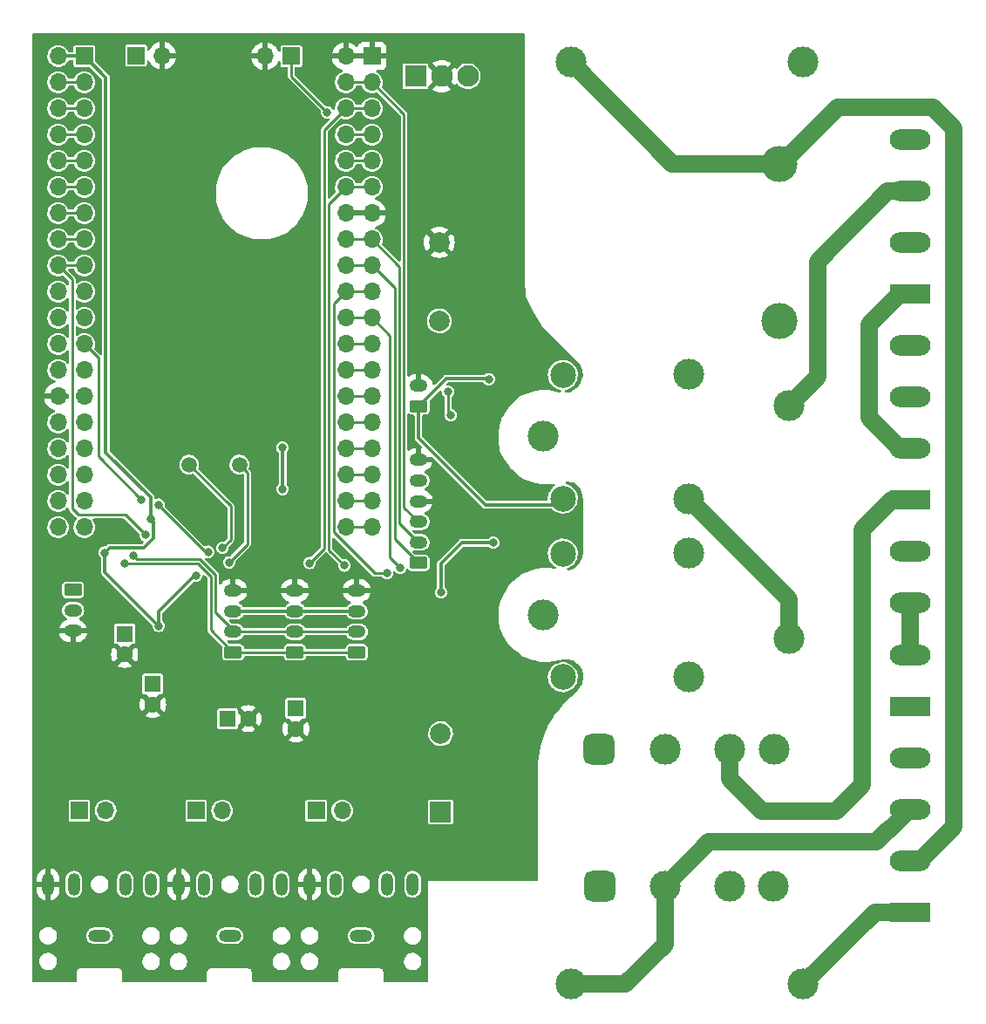
<source format=gbl>
G04 #@! TF.GenerationSoftware,KiCad,Pcbnew,(6.0.7)*
G04 #@! TF.CreationDate,2022-10-04T21:38:46-04:00*
G04 #@! TF.ProjectId,mh-custom-v2,6d682d63-7573-4746-9f6d-2d76322e6b69,rev?*
G04 #@! TF.SameCoordinates,Original*
G04 #@! TF.FileFunction,Copper,L2,Bot*
G04 #@! TF.FilePolarity,Positive*
%FSLAX46Y46*%
G04 Gerber Fmt 4.6, Leading zero omitted, Abs format (unit mm)*
G04 Created by KiCad (PCBNEW (6.0.7)) date 2022-10-04 21:38:46*
%MOMM*%
%LPD*%
G01*
G04 APERTURE LIST*
G04 Aperture macros list*
%AMRoundRect*
0 Rectangle with rounded corners*
0 $1 Rounding radius*
0 $2 $3 $4 $5 $6 $7 $8 $9 X,Y pos of 4 corners*
0 Add a 4 corners polygon primitive as box body*
4,1,4,$2,$3,$4,$5,$6,$7,$8,$9,$2,$3,0*
0 Add four circle primitives for the rounded corners*
1,1,$1+$1,$2,$3*
1,1,$1+$1,$4,$5*
1,1,$1+$1,$6,$7*
1,1,$1+$1,$8,$9*
0 Add four rect primitives between the rounded corners*
20,1,$1+$1,$2,$3,$4,$5,0*
20,1,$1+$1,$4,$5,$6,$7,0*
20,1,$1+$1,$6,$7,$8,$9,0*
20,1,$1+$1,$8,$9,$2,$3,0*%
G04 Aperture macros list end*
G04 #@! TA.AperFunction,ComponentPad*
%ADD10R,2.000000X2.000000*%
G04 #@! TD*
G04 #@! TA.AperFunction,ComponentPad*
%ADD11C,2.000000*%
G04 #@! TD*
G04 #@! TA.AperFunction,ComponentPad*
%ADD12C,3.000000*%
G04 #@! TD*
G04 #@! TA.AperFunction,ComponentPad*
%ADD13O,1.200000X2.200000*%
G04 #@! TD*
G04 #@! TA.AperFunction,ComponentPad*
%ADD14O,2.200000X1.200000*%
G04 #@! TD*
G04 #@! TA.AperFunction,ComponentPad*
%ADD15R,1.700000X1.700000*%
G04 #@! TD*
G04 #@! TA.AperFunction,ComponentPad*
%ADD16O,1.700000X1.700000*%
G04 #@! TD*
G04 #@! TA.AperFunction,ComponentPad*
%ADD17RoundRect,0.250000X0.625000X-0.350000X0.625000X0.350000X-0.625000X0.350000X-0.625000X-0.350000X0*%
G04 #@! TD*
G04 #@! TA.AperFunction,ComponentPad*
%ADD18O,1.750000X1.200000*%
G04 #@! TD*
G04 #@! TA.AperFunction,ComponentPad*
%ADD19R,3.960000X1.980000*%
G04 #@! TD*
G04 #@! TA.AperFunction,ComponentPad*
%ADD20O,3.960000X1.980000*%
G04 #@! TD*
G04 #@! TA.AperFunction,ComponentPad*
%ADD21C,2.500000*%
G04 #@! TD*
G04 #@! TA.AperFunction,ComponentPad*
%ADD22R,1.600000X1.600000*%
G04 #@! TD*
G04 #@! TA.AperFunction,ComponentPad*
%ADD23C,1.600000*%
G04 #@! TD*
G04 #@! TA.AperFunction,ComponentPad*
%ADD24RoundRect,0.750000X-0.750000X0.750000X-0.750000X-0.750000X0.750000X-0.750000X0.750000X0.750000X0*%
G04 #@! TD*
G04 #@! TA.AperFunction,ComponentPad*
%ADD25C,1.500000*%
G04 #@! TD*
G04 #@! TA.AperFunction,ComponentPad*
%ADD26C,3.500000*%
G04 #@! TD*
G04 #@! TA.AperFunction,ComponentPad*
%ADD27RoundRect,0.250000X-0.625000X0.350000X-0.625000X-0.350000X0.625000X-0.350000X0.625000X0.350000X0*%
G04 #@! TD*
G04 #@! TA.AperFunction,ComponentPad*
%ADD28R,2.100000X2.100000*%
G04 #@! TD*
G04 #@! TA.AperFunction,ComponentPad*
%ADD29C,2.100000*%
G04 #@! TD*
G04 #@! TA.AperFunction,ViaPad*
%ADD30C,0.800000*%
G04 #@! TD*
G04 #@! TA.AperFunction,Conductor*
%ADD31C,1.700000*%
G04 #@! TD*
G04 #@! TA.AperFunction,Conductor*
%ADD32C,0.350000*%
G04 #@! TD*
G04 #@! TA.AperFunction,Conductor*
%ADD33C,0.250000*%
G04 #@! TD*
G04 APERTURE END LIST*
D10*
X72605000Y-98490000D03*
D11*
X72605000Y-90890000D03*
D12*
X85225000Y-115210000D03*
X107825000Y-115210000D03*
X106409000Y-59017000D03*
X106409000Y-81617000D03*
X85225000Y-25675000D03*
X107825000Y-25675000D03*
D13*
X59880000Y-105517000D03*
X62380000Y-105517000D03*
D14*
X64880000Y-110517000D03*
D13*
X69880000Y-105517000D03*
X67380000Y-105517000D03*
X47139500Y-105517000D03*
X49639500Y-105517000D03*
D14*
X52139500Y-110517000D03*
D13*
X57139500Y-105517000D03*
X54639500Y-105517000D03*
X34480000Y-105517000D03*
X36980000Y-105517000D03*
D14*
X39480000Y-110517000D03*
D13*
X44480000Y-105517000D03*
X41980000Y-105517000D03*
D15*
X58100000Y-25125000D03*
D16*
X55560000Y-25125000D03*
D15*
X38000000Y-25125000D03*
D16*
X35460000Y-25125000D03*
X38000000Y-27665000D03*
X35460000Y-27665000D03*
X38000000Y-30205000D03*
X35460000Y-30205000D03*
X38000000Y-32745000D03*
X35460000Y-32745000D03*
X38000000Y-35285000D03*
X35460000Y-35285000D03*
X38000000Y-37825000D03*
X35460000Y-37825000D03*
X38000000Y-40365000D03*
X35460000Y-40365000D03*
X38000000Y-42905000D03*
X35460000Y-42905000D03*
X38000000Y-45445000D03*
X35460000Y-45445000D03*
X38000000Y-47985000D03*
X35460000Y-47985000D03*
X38000000Y-50525000D03*
X35460000Y-50525000D03*
X38000000Y-53065000D03*
X35460000Y-53065000D03*
X38000000Y-55605000D03*
X35460000Y-55605000D03*
X38000000Y-58145000D03*
X35460000Y-58145000D03*
X38000000Y-60685000D03*
X35460000Y-60685000D03*
X38000000Y-63225000D03*
X35460000Y-63225000D03*
X38000000Y-65765000D03*
X35460000Y-65765000D03*
X38000000Y-68305000D03*
X35460000Y-68305000D03*
X38000000Y-70845000D03*
X35460000Y-70845000D03*
D17*
X70450000Y-59125000D03*
D18*
X70450000Y-57125000D03*
D19*
X118175000Y-108225000D03*
D20*
X118175000Y-103225000D03*
X118175000Y-98225000D03*
X118175000Y-93225000D03*
D12*
X82515000Y-62020000D03*
D21*
X84465000Y-68070000D03*
D12*
X96665000Y-68070000D03*
X96715000Y-56020000D03*
D21*
X84465000Y-56070000D03*
D15*
X43025000Y-25075000D03*
D16*
X45565000Y-25075000D03*
D22*
X41915000Y-81194887D03*
D23*
X41915000Y-83194887D03*
D24*
X88025000Y-105680000D03*
X87975000Y-92380000D03*
D12*
X94375000Y-105680000D03*
X94375000Y-92430000D03*
X100675000Y-105680000D03*
X100675000Y-92380000D03*
X104925000Y-105680000D03*
X104975000Y-92380000D03*
D19*
X118175000Y-48225000D03*
D20*
X118175000Y-43225000D03*
X118175000Y-38225000D03*
X118175000Y-33225000D03*
D15*
X37520000Y-98360000D03*
D16*
X40060000Y-98360000D03*
D19*
X118175000Y-68225000D03*
D20*
X118175000Y-63225000D03*
X118175000Y-58225000D03*
X118175000Y-53225000D03*
D19*
X118175000Y-88225000D03*
D20*
X118175000Y-83225000D03*
X118175000Y-78225000D03*
X118175000Y-73225000D03*
D25*
X53055000Y-64770000D03*
X48175000Y-64770000D03*
D22*
X44635000Y-86070000D03*
D23*
X44635000Y-88070000D03*
D15*
X48855000Y-98360000D03*
D16*
X51395000Y-98360000D03*
D15*
X60510000Y-98360000D03*
D16*
X63050000Y-98360000D03*
D22*
X51919888Y-89440000D03*
D23*
X53919888Y-89440000D03*
D17*
X70450000Y-74325000D03*
D18*
X70450000Y-72325000D03*
X70450000Y-70325000D03*
X70450000Y-68325000D03*
X70450000Y-66325000D03*
X70450000Y-64325000D03*
D26*
X105485000Y-35570000D03*
X105485000Y-50810000D03*
D11*
X72465000Y-50810000D03*
X72465000Y-43190000D03*
D21*
X84465000Y-73410000D03*
D12*
X96715000Y-73360000D03*
X96665000Y-85410000D03*
D21*
X84465000Y-85410000D03*
D12*
X82515000Y-79360000D03*
D17*
X52450000Y-83000000D03*
D18*
X52450000Y-81000000D03*
X52450000Y-79000000D03*
X52450000Y-77000000D03*
D17*
X64450000Y-83000000D03*
D18*
X64450000Y-81000000D03*
X64450000Y-79000000D03*
X64450000Y-77000000D03*
D22*
X58535000Y-88430000D03*
D23*
X58535000Y-90430000D03*
D27*
X36900000Y-76925000D03*
D18*
X36900000Y-78925000D03*
X36900000Y-80925000D03*
D15*
X65940000Y-25125000D03*
D16*
X63400000Y-25125000D03*
X65940000Y-27665000D03*
X63400000Y-27665000D03*
X65940000Y-30205000D03*
X63400000Y-30205000D03*
X65940000Y-32745000D03*
X63400000Y-32745000D03*
X65940000Y-35285000D03*
X63400000Y-35285000D03*
X65940000Y-37825000D03*
X63400000Y-37825000D03*
X65940000Y-40365000D03*
X63400000Y-40365000D03*
X65940000Y-42905000D03*
X63400000Y-42905000D03*
X65940000Y-45445000D03*
X63400000Y-45445000D03*
X65940000Y-47985000D03*
X63400000Y-47985000D03*
X65940000Y-50525000D03*
X63400000Y-50525000D03*
X65940000Y-53065000D03*
X63400000Y-53065000D03*
X65940000Y-55605000D03*
X63400000Y-55605000D03*
X65940000Y-58145000D03*
X63400000Y-58145000D03*
X65940000Y-60685000D03*
X63400000Y-60685000D03*
X65940000Y-63225000D03*
X63400000Y-63225000D03*
X65940000Y-65765000D03*
X63400000Y-65765000D03*
X65940000Y-68305000D03*
X63400000Y-68305000D03*
X65940000Y-70845000D03*
X63400000Y-70845000D03*
D28*
X70160000Y-27075000D03*
D29*
X72700000Y-27075000D03*
X75240000Y-27075000D03*
D17*
X58450000Y-83000000D03*
D18*
X58450000Y-81000000D03*
X58450000Y-79000000D03*
X58450000Y-77000000D03*
D30*
X77275000Y-56475000D03*
X77707000Y-72352000D03*
X72627000Y-77178000D03*
X61578000Y-30569000D03*
X66277000Y-78575000D03*
X42045000Y-90500000D03*
X54974000Y-98641000D03*
X56875000Y-95420000D03*
X70849000Y-88354000D03*
X49640000Y-86195000D03*
X48995000Y-77810000D03*
X50656000Y-82258000D03*
X71230000Y-81115000D03*
X48125000Y-89550000D03*
X55990000Y-69431000D03*
X54720000Y-76162000D03*
X34019000Y-90386000D03*
X59925000Y-92268250D03*
X44555000Y-95070000D03*
X40955000Y-85200000D03*
X50425000Y-96870000D03*
X75548000Y-69177000D03*
X57260000Y-67145000D03*
X57213155Y-63127845D03*
X39986911Y-73316827D03*
X45219000Y-80432158D03*
X44433000Y-70066000D03*
X48878000Y-75527000D03*
X43925000Y-71619500D03*
X51418000Y-72860000D03*
X52053000Y-74257000D03*
X41945000Y-74410000D03*
X59875000Y-74332000D03*
X63250000Y-74575000D03*
X42782000Y-73622000D03*
X67375000Y-75325000D03*
X43544000Y-68161000D03*
X45207500Y-68669000D03*
X50021000Y-73241000D03*
X68675000Y-74800000D03*
X73575000Y-59975000D03*
X73300000Y-57700000D03*
D31*
X95120000Y-35570000D02*
X85225000Y-25675000D01*
X105485000Y-35570000D02*
X95120000Y-35570000D01*
X109185000Y-45040000D02*
X116000000Y-38225000D01*
X116000000Y-38225000D02*
X118175000Y-38225000D01*
X109185000Y-56241000D02*
X109185000Y-45040000D01*
X106409000Y-59017000D02*
X109185000Y-56241000D01*
X116390000Y-68225000D02*
X118175000Y-68225000D01*
X113545000Y-71070000D02*
X116390000Y-68225000D01*
X113545000Y-95880000D02*
X113545000Y-71070000D01*
X110975000Y-98450000D02*
X113545000Y-95880000D01*
X100675000Y-95290000D02*
X103835000Y-98450000D01*
X103835000Y-98450000D02*
X110975000Y-98450000D01*
X100675000Y-92380000D02*
X100675000Y-95290000D01*
X115967212Y-100285000D02*
X116115000Y-100285000D01*
X114882212Y-101370000D02*
X115967212Y-100285000D01*
X98685000Y-101370000D02*
X114882212Y-101370000D01*
X94375000Y-105680000D02*
X98685000Y-101370000D01*
X116115000Y-100285000D02*
X118175000Y-98225000D01*
X106409000Y-77814000D02*
X106409000Y-81617000D01*
X96665000Y-68070000D02*
X106409000Y-77814000D01*
X114810000Y-108225000D02*
X107825000Y-115210000D01*
X118175000Y-108225000D02*
X114810000Y-108225000D01*
X90545000Y-115210000D02*
X85225000Y-115210000D01*
X94375000Y-111380000D02*
X90545000Y-115210000D01*
X94375000Y-105680000D02*
X94375000Y-111380000D01*
D32*
X85275000Y-68675000D02*
X76950000Y-68675000D01*
X70450000Y-62175000D02*
X70450000Y-59125000D01*
X77225000Y-56425000D02*
X73150000Y-56425000D01*
X73150000Y-56425000D02*
X70450000Y-59125000D01*
X77275000Y-56475000D02*
X77225000Y-56425000D01*
X76950000Y-68675000D02*
X70450000Y-62175000D01*
X72627000Y-77178000D02*
X72627000Y-74384000D01*
X74659000Y-72352000D02*
X77707000Y-72352000D01*
X72627000Y-74384000D02*
X74659000Y-72352000D01*
D33*
X58100000Y-27091000D02*
X61578000Y-30569000D01*
X58100000Y-25125000D02*
X58100000Y-27091000D01*
X65940000Y-58145000D02*
X63400000Y-58145000D01*
D32*
X63400000Y-25125000D02*
X65940000Y-25125000D01*
X65940000Y-40365000D02*
X63400000Y-40365000D01*
D33*
X35460000Y-27665000D02*
X38000000Y-27665000D01*
D32*
X44433000Y-70066000D02*
X44433000Y-67953984D01*
X52450000Y-79000000D02*
X58450000Y-79000000D01*
X57260000Y-63174690D02*
X57260000Y-67145000D01*
X40075000Y-63595984D02*
X40075000Y-27200000D01*
X40456738Y-72847000D02*
X39986911Y-73316827D01*
X35460000Y-25125000D02*
X38000000Y-25125000D01*
X45219000Y-79022158D02*
X45219000Y-80432158D01*
X48714158Y-75527000D02*
X45219000Y-79022158D01*
X39986911Y-75200069D02*
X45219000Y-80432158D01*
X48878000Y-75527000D02*
X48714158Y-75527000D01*
X44433000Y-70066000D02*
X44700000Y-70333000D01*
X58450000Y-79000000D02*
X64450000Y-79000000D01*
X44700000Y-70333000D02*
X44700000Y-71940516D01*
X44433000Y-67953984D02*
X40075000Y-63595984D01*
X43793516Y-72847000D02*
X40456738Y-72847000D01*
X57213155Y-63127845D02*
X57260000Y-63174690D01*
X40075000Y-27200000D02*
X38000000Y-25125000D01*
X44700000Y-71940516D02*
X43793516Y-72847000D01*
X39986911Y-73316827D02*
X39986911Y-75200069D01*
D33*
X41975500Y-69670000D02*
X37433000Y-69670000D01*
X43925000Y-71619500D02*
X41975500Y-69670000D01*
X36813000Y-46798000D02*
X35460000Y-45445000D01*
X36813000Y-69050000D02*
X36813000Y-46798000D01*
X37433000Y-69670000D02*
X36813000Y-69050000D01*
X35460000Y-45445000D02*
X38000000Y-45445000D01*
X52218330Y-72059670D02*
X52218330Y-68813330D01*
X51418000Y-72860000D02*
X52218330Y-72059670D01*
X52218330Y-68813330D02*
X48175000Y-64770000D01*
X53831000Y-65546000D02*
X53055000Y-64770000D01*
X53831000Y-72479000D02*
X53831000Y-65546000D01*
X52053000Y-74257000D02*
X53831000Y-72479000D01*
D31*
X120365000Y-30070000D02*
X111195000Y-30070000D01*
X122415000Y-99975000D02*
X122415000Y-32120000D01*
X119165000Y-103225000D02*
X122415000Y-99975000D01*
X111195000Y-30070000D02*
X105510000Y-35755000D01*
X118175000Y-103225000D02*
X119165000Y-103225000D01*
X122415000Y-32120000D02*
X120365000Y-30070000D01*
D33*
X61313000Y-72894000D02*
X61313000Y-32292000D01*
X63400000Y-30205000D02*
X65940000Y-30205000D01*
X52450000Y-83000000D02*
X58450000Y-83000000D01*
X59875000Y-74332000D02*
X61313000Y-72894000D01*
X41945000Y-74410000D02*
X49031000Y-74410000D01*
X50285000Y-75664000D02*
X50285000Y-80835000D01*
X50285000Y-80835000D02*
X52450000Y-83000000D01*
X61313000Y-32292000D02*
X63400000Y-30205000D01*
X49031000Y-74410000D02*
X50285000Y-75664000D01*
X58450000Y-83000000D02*
X64450000Y-83000000D01*
X49217396Y-73960000D02*
X50735000Y-75477604D01*
X52450000Y-81000000D02*
X58450000Y-81000000D01*
X63400000Y-37825000D02*
X65940000Y-37825000D01*
X61763000Y-73088000D02*
X61763000Y-39462000D01*
X42782000Y-73622000D02*
X43120000Y-73960000D01*
X43120000Y-73960000D02*
X49217396Y-73960000D01*
X61763000Y-39462000D02*
X63400000Y-37825000D01*
X50735000Y-75477604D02*
X50735000Y-79130000D01*
X50735000Y-79130000D02*
X52450000Y-80845000D01*
X63250000Y-74575000D02*
X61763000Y-73088000D01*
X52450000Y-80845000D02*
X52450000Y-81000000D01*
X58450000Y-81000000D02*
X64450000Y-81000000D01*
X38000000Y-30205000D02*
X35460000Y-30205000D01*
X35460000Y-32745000D02*
X38000000Y-32745000D01*
X35460000Y-35285000D02*
X38000000Y-35285000D01*
X35460000Y-37825000D02*
X38000000Y-37825000D01*
X35460000Y-40365000D02*
X38000000Y-40365000D01*
X38000000Y-42905000D02*
X35460000Y-42905000D01*
X66178999Y-75325000D02*
X62213000Y-71359001D01*
X62213000Y-71359001D02*
X62213000Y-49172000D01*
X65940000Y-47985000D02*
X63400000Y-47985000D01*
X67375000Y-75325000D02*
X66178999Y-75325000D01*
X62213000Y-49172000D02*
X63400000Y-47985000D01*
X45207500Y-68681500D02*
X45207500Y-68669000D01*
X49767000Y-73241000D02*
X45207500Y-68681500D01*
X43544000Y-68161000D02*
X39353000Y-63970000D01*
X50021000Y-73241000D02*
X49767000Y-73241000D01*
X39353000Y-63970000D02*
X39353000Y-54418000D01*
X39353000Y-54418000D02*
X38000000Y-53065000D01*
X69042110Y-68917110D02*
X69042110Y-30767110D01*
X65940000Y-27665000D02*
X63400000Y-27665000D01*
X70450000Y-70325000D02*
X69042110Y-68917110D01*
X69042110Y-30767110D02*
X65940000Y-27665000D01*
X65940000Y-32745000D02*
X63400000Y-32745000D01*
X65940000Y-35285000D02*
X63400000Y-35285000D01*
X70450000Y-72325000D02*
X68592110Y-70467110D01*
X65940000Y-42905000D02*
X63400000Y-42905000D01*
X68592110Y-70467110D02*
X68592110Y-45557110D01*
X68592110Y-45557110D02*
X65940000Y-42905000D01*
X68142110Y-72017110D02*
X68142110Y-47647110D01*
X63400000Y-45445000D02*
X65940000Y-45445000D01*
X70450000Y-74325000D02*
X68142110Y-72017110D01*
X68142110Y-47647110D02*
X65940000Y-45445000D01*
X63400000Y-50525000D02*
X65940000Y-50525000D01*
X67675000Y-52260000D02*
X65940000Y-50525000D01*
X67675000Y-73800000D02*
X67675000Y-52260000D01*
X68675000Y-74800000D02*
X67675000Y-73800000D01*
X73300000Y-59700000D02*
X73575000Y-59975000D01*
X65940000Y-53065000D02*
X63400000Y-53065000D01*
X73300000Y-57700000D02*
X73300000Y-59700000D01*
X63400000Y-55605000D02*
X65940000Y-55605000D01*
X63400000Y-60685000D02*
X65940000Y-60685000D01*
X65940000Y-63225000D02*
X63400000Y-63225000D01*
X63400000Y-65765000D02*
X65940000Y-65765000D01*
X65940000Y-68305000D02*
X63400000Y-68305000D01*
X63400000Y-70845000D02*
X65940000Y-70845000D01*
D31*
X114225000Y-60250000D02*
X117200000Y-63225000D01*
X114225000Y-51185000D02*
X114225000Y-60250000D01*
X117185000Y-48225000D02*
X114225000Y-51185000D01*
X117200000Y-63225000D02*
X118175000Y-63225000D01*
X118175000Y-48225000D02*
X117185000Y-48225000D01*
X118175000Y-83225000D02*
X118175000Y-78225000D01*
G04 #@! TA.AperFunction,Conductor*
G36*
X80697121Y-22913040D02*
G01*
X80743614Y-22966696D01*
X80755000Y-23019038D01*
X80755000Y-46698000D01*
X80882000Y-48476000D01*
X81644000Y-50000000D01*
X82533000Y-51524000D01*
X82539661Y-51530245D01*
X82539662Y-51530246D01*
X84563544Y-53427635D01*
X84566462Y-53430462D01*
X85828665Y-54692665D01*
X85840370Y-54706160D01*
X86202041Y-55188388D01*
X86222391Y-55229370D01*
X86255944Y-55346803D01*
X86459291Y-56058520D01*
X86457673Y-56132980D01*
X86398464Y-56310609D01*
X86224325Y-56833027D01*
X86222466Y-56838603D01*
X86203733Y-56874356D01*
X85855029Y-57339295D01*
X85849809Y-57346255D01*
X85813835Y-57378699D01*
X85243599Y-57720841D01*
X85229927Y-57729044D01*
X85165101Y-57747000D01*
X84765229Y-57747000D01*
X84697108Y-57726998D01*
X84650615Y-57673342D01*
X84640511Y-57603068D01*
X84670005Y-57538488D01*
X84729731Y-57500104D01*
X84749218Y-57496021D01*
X84762489Y-57494321D01*
X84762490Y-57494321D01*
X84767609Y-57493665D01*
X84996068Y-57425125D01*
X85210264Y-57320191D01*
X85269044Y-57278264D01*
X85400242Y-57184681D01*
X85404445Y-57181683D01*
X85573397Y-57013320D01*
X85597170Y-56980237D01*
X85709564Y-56823823D01*
X85712582Y-56819623D01*
X85716662Y-56811369D01*
X85815969Y-56610437D01*
X85815970Y-56610435D01*
X85818263Y-56605795D01*
X85887600Y-56377577D01*
X85888275Y-56372451D01*
X85918296Y-56144421D01*
X85918297Y-56144414D01*
X85918733Y-56141099D01*
X85918892Y-56134583D01*
X85920389Y-56073364D01*
X85920389Y-56073360D01*
X85920471Y-56070000D01*
X85910643Y-55950464D01*
X85901351Y-55837435D01*
X85901350Y-55837429D01*
X85900927Y-55832284D01*
X85850356Y-55630949D01*
X85844080Y-55605963D01*
X85844079Y-55605959D01*
X85842821Y-55600952D01*
X85830415Y-55572420D01*
X85749772Y-55386953D01*
X85749770Y-55386950D01*
X85747712Y-55382216D01*
X85618155Y-55181951D01*
X85589360Y-55150305D01*
X85461107Y-55009358D01*
X85461105Y-55009357D01*
X85457629Y-55005536D01*
X85453578Y-55002337D01*
X85453574Y-55002333D01*
X85274500Y-54860909D01*
X85274496Y-54860907D01*
X85270445Y-54857707D01*
X85231125Y-54836001D01*
X85138520Y-54784881D01*
X85061631Y-54742436D01*
X85056762Y-54740712D01*
X85056758Y-54740710D01*
X84841663Y-54664541D01*
X84841661Y-54664540D01*
X84836794Y-54662817D01*
X84719383Y-54641902D01*
X84607060Y-54621894D01*
X84607056Y-54621894D01*
X84601972Y-54620988D01*
X84518140Y-54619964D01*
X84368640Y-54618137D01*
X84368638Y-54618137D01*
X84363471Y-54618074D01*
X84127698Y-54654153D01*
X83900982Y-54728255D01*
X83896394Y-54730643D01*
X83896390Y-54730645D01*
X83716586Y-54824245D01*
X83689414Y-54838390D01*
X83685281Y-54841493D01*
X83685278Y-54841495D01*
X83502810Y-54978497D01*
X83498675Y-54981602D01*
X83333887Y-55154042D01*
X83330973Y-55158314D01*
X83330972Y-55158315D01*
X83268101Y-55250481D01*
X83199475Y-55351082D01*
X83099051Y-55567428D01*
X83035309Y-55797272D01*
X83034760Y-55802409D01*
X83010599Y-56028492D01*
X83009963Y-56034440D01*
X83010260Y-56039592D01*
X83010260Y-56039596D01*
X83023396Y-56267403D01*
X83023397Y-56267409D01*
X83023694Y-56272562D01*
X83035833Y-56326426D01*
X83069270Y-56474798D01*
X83076131Y-56505245D01*
X83078075Y-56510032D01*
X83078076Y-56510036D01*
X83132695Y-56644546D01*
X83165867Y-56726239D01*
X83290493Y-56929609D01*
X83446660Y-57109894D01*
X83630176Y-57262252D01*
X83836112Y-57382591D01*
X83840937Y-57384433D01*
X83840938Y-57384434D01*
X83897348Y-57405975D01*
X84058937Y-57467680D01*
X84102893Y-57476623D01*
X84205653Y-57497530D01*
X84268419Y-57530711D01*
X84303281Y-57592559D01*
X84299172Y-57663436D01*
X84257395Y-57720841D01*
X84191216Y-57746546D01*
X84180533Y-57747000D01*
X84072511Y-57747000D01*
X84041952Y-57743238D01*
X83041000Y-57493000D01*
X82406000Y-57493000D01*
X82399895Y-57494221D01*
X81774843Y-57619231D01*
X81774837Y-57619233D01*
X81771000Y-57620000D01*
X81767287Y-57621238D01*
X81767282Y-57621239D01*
X81010748Y-57873417D01*
X81010738Y-57873421D01*
X81009000Y-57874000D01*
X81007304Y-57874678D01*
X81007286Y-57874685D01*
X80389660Y-58121736D01*
X80374000Y-58128000D01*
X79739000Y-58636000D01*
X79358000Y-59017000D01*
X79355320Y-59020574D01*
X79355316Y-59020578D01*
X78979418Y-59521776D01*
X78977000Y-59525000D01*
X78715178Y-59983188D01*
X78500143Y-60359500D01*
X78469000Y-60414000D01*
X78360414Y-61011224D01*
X78232148Y-61716688D01*
X78215000Y-61811000D01*
X78215000Y-62446000D01*
X78342000Y-63462000D01*
X78346790Y-63471580D01*
X78346791Y-63471583D01*
X78718055Y-64214111D01*
X78723000Y-64224000D01*
X79239743Y-64912991D01*
X79247475Y-64924587D01*
X79281092Y-64981601D01*
X79290483Y-64997529D01*
X79290549Y-64997662D01*
X79290576Y-64997685D01*
X79290596Y-64997720D01*
X79290729Y-64997820D01*
X79303257Y-65008812D01*
X79317844Y-65021612D01*
X79335541Y-65040722D01*
X79383027Y-65104036D01*
X79485000Y-65240000D01*
X80201792Y-65797505D01*
X80207520Y-65802240D01*
X80381097Y-65954541D01*
X80383223Y-65956407D01*
X80383225Y-65956408D01*
X80392494Y-65964541D01*
X80392603Y-65964650D01*
X80392632Y-65964662D01*
X80392657Y-65964684D01*
X80392813Y-65964737D01*
X80428324Y-65979427D01*
X80457514Y-65996400D01*
X80628000Y-66129000D01*
X80635423Y-66132181D01*
X80635426Y-66132183D01*
X81082113Y-66323620D01*
X81517000Y-66510000D01*
X82406000Y-66637000D01*
X83579972Y-66637000D01*
X83648093Y-66657002D01*
X83694586Y-66710658D01*
X83704690Y-66780932D01*
X83675196Y-66845512D01*
X83655625Y-66863760D01*
X83527381Y-66960049D01*
X83498675Y-66981602D01*
X83333887Y-67154042D01*
X83330973Y-67158314D01*
X83330972Y-67158315D01*
X83280002Y-67233034D01*
X83199475Y-67351082D01*
X83161074Y-67433811D01*
X83103766Y-67557271D01*
X83099051Y-67567428D01*
X83035309Y-67797272D01*
X83034760Y-67802409D01*
X83014542Y-67991595D01*
X83009963Y-68034440D01*
X83010260Y-68039592D01*
X83010260Y-68039597D01*
X83017563Y-68166247D01*
X83001516Y-68235406D01*
X82950625Y-68284910D01*
X82891772Y-68299500D01*
X77157727Y-68299500D01*
X77089606Y-68279498D01*
X77068632Y-68262595D01*
X70862405Y-62056368D01*
X70828379Y-61994056D01*
X70825500Y-61967273D01*
X70825500Y-60051500D01*
X70845502Y-59983379D01*
X70899158Y-59936886D01*
X70951500Y-59925500D01*
X71128834Y-59925500D01*
X71146752Y-59923806D01*
X71152722Y-59923242D01*
X71152723Y-59923242D01*
X71160369Y-59922519D01*
X71288184Y-59877634D01*
X71295754Y-59872042D01*
X71295757Y-59872041D01*
X71389579Y-59802742D01*
X71397150Y-59797150D01*
X71439764Y-59739456D01*
X71472041Y-59695757D01*
X71472042Y-59695754D01*
X71477634Y-59688184D01*
X71522519Y-59560369D01*
X71525500Y-59528834D01*
X71525500Y-58721166D01*
X71522519Y-58689631D01*
X71519974Y-58682385D01*
X71518329Y-58674886D01*
X71520608Y-58674386D01*
X71517502Y-58615004D01*
X71550991Y-58555046D01*
X72480302Y-57625735D01*
X72542613Y-57591711D01*
X72613429Y-57596776D01*
X72670264Y-57639323D01*
X72692962Y-57700178D01*
X72694318Y-57700000D01*
X72714956Y-57856762D01*
X72775464Y-58002841D01*
X72871718Y-58128282D01*
X72878264Y-58133305D01*
X72925204Y-58169323D01*
X72967071Y-58226661D01*
X72974500Y-58269286D01*
X72974500Y-59680290D01*
X72974020Y-59691272D01*
X72970736Y-59728807D01*
X72973590Y-59739456D01*
X72980491Y-59765210D01*
X72982869Y-59775939D01*
X72985723Y-59792124D01*
X72986610Y-59797150D01*
X72986747Y-59797929D01*
X72987584Y-59836256D01*
X72969318Y-59975000D01*
X72989956Y-60131762D01*
X73050464Y-60277841D01*
X73146718Y-60403282D01*
X73272159Y-60499536D01*
X73418238Y-60560044D01*
X73575000Y-60580682D01*
X73583188Y-60579604D01*
X73723574Y-60561122D01*
X73731762Y-60560044D01*
X73877841Y-60499536D01*
X74003282Y-60403282D01*
X74099536Y-60277841D01*
X74160044Y-60131762D01*
X74180682Y-59975000D01*
X74163649Y-59845618D01*
X74161122Y-59826426D01*
X74160044Y-59818238D01*
X74153205Y-59801726D01*
X74142523Y-59775939D01*
X74099536Y-59672159D01*
X74003282Y-59546718D01*
X73974979Y-59525000D01*
X73933585Y-59493238D01*
X73877841Y-59450464D01*
X73731762Y-59389956D01*
X73723574Y-59388878D01*
X73718890Y-59387623D01*
X73658267Y-59350672D01*
X73627245Y-59286811D01*
X73625500Y-59265916D01*
X73625500Y-58269286D01*
X73645502Y-58201165D01*
X73674796Y-58169323D01*
X73721736Y-58133305D01*
X73728282Y-58128282D01*
X73824536Y-58002841D01*
X73885044Y-57856762D01*
X73905682Y-57700000D01*
X73885044Y-57543238D01*
X73824536Y-57397159D01*
X73728282Y-57271718D01*
X73711639Y-57258947D01*
X73614853Y-57184681D01*
X73602841Y-57175464D01*
X73456762Y-57114956D01*
X73443394Y-57113196D01*
X73300000Y-57094318D01*
X73300415Y-57091163D01*
X73246711Y-57075394D01*
X73200218Y-57021738D01*
X73190114Y-56951464D01*
X73219608Y-56886884D01*
X73225737Y-56880301D01*
X73268633Y-56837405D01*
X73330945Y-56803379D01*
X73357728Y-56800500D01*
X76705714Y-56800500D01*
X76773835Y-56820502D01*
X76805677Y-56849796D01*
X76846718Y-56903282D01*
X76972159Y-56999536D01*
X77118238Y-57060044D01*
X77126426Y-57061122D01*
X77196619Y-57070363D01*
X77275000Y-57080682D01*
X77283188Y-57079604D01*
X77315167Y-57075394D01*
X77353381Y-57070363D01*
X77423574Y-57061122D01*
X77431762Y-57060044D01*
X77577841Y-56999536D01*
X77703282Y-56903282D01*
X77799536Y-56777841D01*
X77860044Y-56631762D01*
X77862852Y-56610437D01*
X77879604Y-56483188D01*
X77880682Y-56475000D01*
X77866783Y-56369424D01*
X77861122Y-56326426D01*
X77860044Y-56318238D01*
X77799536Y-56172159D01*
X77718574Y-56066647D01*
X77708305Y-56053264D01*
X77703282Y-56046718D01*
X77694001Y-56039596D01*
X77633838Y-55993432D01*
X77577841Y-55950464D01*
X77431762Y-55889956D01*
X77275000Y-55869318D01*
X77118238Y-55889956D01*
X76972159Y-55950464D01*
X76965608Y-55955491D01*
X76965603Y-55955494D01*
X76877025Y-56023462D01*
X76810805Y-56049063D01*
X76800321Y-56049500D01*
X73203497Y-56049500D01*
X73180208Y-56047021D01*
X73178117Y-56046922D01*
X73167934Y-56044730D01*
X73157592Y-56045954D01*
X73135008Y-56048627D01*
X73129178Y-56048971D01*
X73129186Y-56049072D01*
X73124007Y-56049500D01*
X73118807Y-56049500D01*
X73113681Y-56050353D01*
X73113672Y-56050354D01*
X73100023Y-56052626D01*
X73094147Y-56053463D01*
X73082632Y-56054826D01*
X73043791Y-56059423D01*
X73035622Y-56063346D01*
X73026687Y-56064833D01*
X73017524Y-56069777D01*
X72982079Y-56088902D01*
X72976790Y-56091597D01*
X72938241Y-56110108D01*
X72938239Y-56110109D01*
X72931101Y-56113537D01*
X72926869Y-56117094D01*
X72924927Y-56119036D01*
X72923064Y-56120745D01*
X72922917Y-56120824D01*
X72922818Y-56120716D01*
X72922346Y-56121132D01*
X72916671Y-56124194D01*
X72909602Y-56131841D01*
X72909601Y-56131842D01*
X72880460Y-56163367D01*
X72877030Y-56166933D01*
X72034192Y-57009771D01*
X71971880Y-57043797D01*
X71901065Y-57038732D01*
X71844229Y-56996185D01*
X71822604Y-56950197D01*
X71778806Y-56768463D01*
X71774917Y-56757168D01*
X71692371Y-56575618D01*
X71686424Y-56565276D01*
X71571032Y-56402603D01*
X71563239Y-56393575D01*
X71419169Y-56255658D01*
X71409804Y-56248262D01*
X71242259Y-56140079D01*
X71231655Y-56134583D01*
X71046688Y-56060039D01*
X71035230Y-56056645D01*
X70838072Y-56018143D01*
X70829209Y-56017066D01*
X70826500Y-56017000D01*
X70722115Y-56017000D01*
X70706876Y-56021475D01*
X70705671Y-56022865D01*
X70704000Y-56030548D01*
X70704000Y-57253000D01*
X70683998Y-57321121D01*
X70630342Y-57367614D01*
X70578000Y-57379000D01*
X70322000Y-57379000D01*
X70253879Y-57358998D01*
X70207386Y-57305342D01*
X70196000Y-57253000D01*
X70196000Y-56035115D01*
X70191525Y-56019876D01*
X70190135Y-56018671D01*
X70182452Y-56017000D01*
X70125168Y-56017000D01*
X70119192Y-56017285D01*
X69970506Y-56031471D01*
X69958772Y-56033730D01*
X69767401Y-56089872D01*
X69756325Y-56094302D01*
X69579022Y-56185619D01*
X69563927Y-56195310D01*
X69562815Y-56193578D01*
X69505523Y-56216481D01*
X69435817Y-56203009D01*
X69384459Y-56153990D01*
X69367610Y-56091045D01*
X69367610Y-50778440D01*
X71259770Y-50778440D01*
X71274200Y-50998604D01*
X71275621Y-51004200D01*
X71275622Y-51004205D01*
X71308452Y-51133472D01*
X71328511Y-51212452D01*
X71330928Y-51217694D01*
X71330928Y-51217695D01*
X71369046Y-51300379D01*
X71420883Y-51412821D01*
X71548222Y-51593002D01*
X71706264Y-51746961D01*
X71711060Y-51750166D01*
X71711063Y-51750168D01*
X71795261Y-51806427D01*
X71889717Y-51869540D01*
X71895020Y-51871818D01*
X71895023Y-51871820D01*
X72087129Y-51954355D01*
X72092436Y-51956635D01*
X72172088Y-51974658D01*
X72301995Y-52004054D01*
X72302001Y-52004055D01*
X72307632Y-52005329D01*
X72313403Y-52005556D01*
X72313405Y-52005556D01*
X72381211Y-52008220D01*
X72528098Y-52013991D01*
X72637275Y-51998161D01*
X72740738Y-51983160D01*
X72740743Y-51983159D01*
X72746452Y-51982331D01*
X72751916Y-51980476D01*
X72751921Y-51980475D01*
X72949907Y-51913268D01*
X72949912Y-51913266D01*
X72955379Y-51911410D01*
X73147884Y-51803602D01*
X73210280Y-51751708D01*
X73313086Y-51666204D01*
X73317518Y-51662518D01*
X73386462Y-51579622D01*
X73454908Y-51497326D01*
X73454910Y-51497323D01*
X73458602Y-51492884D01*
X73550166Y-51329385D01*
X73563586Y-51305422D01*
X73563587Y-51305420D01*
X73566410Y-51300379D01*
X73568266Y-51294912D01*
X73568268Y-51294907D01*
X73635475Y-51096921D01*
X73635476Y-51096916D01*
X73637331Y-51091452D01*
X73638159Y-51085743D01*
X73638160Y-51085738D01*
X73668458Y-50876772D01*
X73668991Y-50873098D01*
X73670643Y-50810000D01*
X73650454Y-50590289D01*
X73641342Y-50557978D01*
X73592134Y-50383500D01*
X73590565Y-50377936D01*
X73492980Y-50180053D01*
X73360967Y-50003267D01*
X73198949Y-49853499D01*
X73012350Y-49735764D01*
X72807421Y-49654006D01*
X72801761Y-49652880D01*
X72801757Y-49652879D01*
X72596691Y-49612089D01*
X72596688Y-49612089D01*
X72591024Y-49610962D01*
X72585249Y-49610886D01*
X72585245Y-49610886D01*
X72474504Y-49609437D01*
X72370406Y-49608074D01*
X72364709Y-49609053D01*
X72364708Y-49609053D01*
X72158654Y-49644459D01*
X72158653Y-49644459D01*
X72152957Y-49645438D01*
X71945957Y-49721804D01*
X71940996Y-49724756D01*
X71940995Y-49724756D01*
X71838096Y-49785975D01*
X71756341Y-49834614D01*
X71590457Y-49980090D01*
X71453863Y-50153360D01*
X71351131Y-50348620D01*
X71285703Y-50559333D01*
X71259770Y-50778440D01*
X69367610Y-50778440D01*
X69367610Y-44422670D01*
X71597160Y-44422670D01*
X71602887Y-44430320D01*
X71774042Y-44535205D01*
X71782837Y-44539687D01*
X71992988Y-44626734D01*
X72002373Y-44629783D01*
X72223554Y-44682885D01*
X72233301Y-44684428D01*
X72460070Y-44702275D01*
X72469930Y-44702275D01*
X72696699Y-44684428D01*
X72706446Y-44682885D01*
X72927627Y-44629783D01*
X72937012Y-44626734D01*
X73147163Y-44539687D01*
X73155958Y-44535205D01*
X73323445Y-44432568D01*
X73332907Y-44422110D01*
X73329124Y-44413334D01*
X72477812Y-43562022D01*
X72463868Y-43554408D01*
X72462035Y-43554539D01*
X72455420Y-43558790D01*
X71603920Y-44410290D01*
X71597160Y-44422670D01*
X69367610Y-44422670D01*
X69367610Y-43194930D01*
X70952725Y-43194930D01*
X70970572Y-43421699D01*
X70972115Y-43431446D01*
X71025217Y-43652627D01*
X71028266Y-43662012D01*
X71115313Y-43872163D01*
X71119795Y-43880958D01*
X71222432Y-44048445D01*
X71232890Y-44057907D01*
X71241666Y-44054124D01*
X72092978Y-43202812D01*
X72099356Y-43191132D01*
X72829408Y-43191132D01*
X72829539Y-43192965D01*
X72833790Y-43199580D01*
X73685290Y-44051080D01*
X73697670Y-44057840D01*
X73705320Y-44052113D01*
X73810205Y-43880958D01*
X73814687Y-43872163D01*
X73901734Y-43662012D01*
X73904783Y-43652627D01*
X73957885Y-43431446D01*
X73959428Y-43421699D01*
X73977275Y-43194930D01*
X73977275Y-43185070D01*
X73959428Y-42958301D01*
X73957885Y-42948554D01*
X73904783Y-42727373D01*
X73901734Y-42717988D01*
X73814687Y-42507837D01*
X73810205Y-42499042D01*
X73707568Y-42331555D01*
X73697110Y-42322093D01*
X73688334Y-42325876D01*
X72837022Y-43177188D01*
X72829408Y-43191132D01*
X72099356Y-43191132D01*
X72100592Y-43188868D01*
X72100461Y-43187035D01*
X72096210Y-43180420D01*
X71244710Y-42328920D01*
X71232330Y-42322160D01*
X71224680Y-42327887D01*
X71119795Y-42499042D01*
X71115313Y-42507837D01*
X71028266Y-42717988D01*
X71025217Y-42727373D01*
X70972115Y-42948554D01*
X70970572Y-42958301D01*
X70952725Y-43185070D01*
X70952725Y-43194930D01*
X69367610Y-43194930D01*
X69367610Y-41957890D01*
X71597093Y-41957890D01*
X71600876Y-41966666D01*
X72452188Y-42817978D01*
X72466132Y-42825592D01*
X72467965Y-42825461D01*
X72474580Y-42821210D01*
X73326080Y-41969710D01*
X73332840Y-41957330D01*
X73327113Y-41949680D01*
X73155958Y-41844795D01*
X73147163Y-41840313D01*
X72937012Y-41753266D01*
X72927627Y-41750217D01*
X72706446Y-41697115D01*
X72696699Y-41695572D01*
X72469930Y-41677725D01*
X72460070Y-41677725D01*
X72233301Y-41695572D01*
X72223554Y-41697115D01*
X72002373Y-41750217D01*
X71992988Y-41753266D01*
X71782837Y-41840313D01*
X71774042Y-41844795D01*
X71606555Y-41947432D01*
X71597093Y-41957890D01*
X69367610Y-41957890D01*
X69367610Y-30786820D01*
X69368090Y-30775838D01*
X69370413Y-30749290D01*
X69370413Y-30749288D01*
X69371374Y-30738303D01*
X69361618Y-30701895D01*
X69359240Y-30691168D01*
X69357471Y-30681136D01*
X69352698Y-30654065D01*
X69347187Y-30644520D01*
X69345995Y-30641244D01*
X69344518Y-30638076D01*
X69341664Y-30627426D01*
X69320055Y-30596566D01*
X69314149Y-30587295D01*
X69300817Y-30564204D01*
X69295304Y-30554655D01*
X69266427Y-30530425D01*
X69258325Y-30522999D01*
X67079356Y-28344030D01*
X71795800Y-28344030D01*
X71801527Y-28351680D01*
X71986272Y-28464893D01*
X71995067Y-28469375D01*
X72212490Y-28559434D01*
X72221875Y-28562483D01*
X72450708Y-28617422D01*
X72460455Y-28618965D01*
X72695070Y-28637430D01*
X72704930Y-28637430D01*
X72939545Y-28618965D01*
X72949292Y-28617422D01*
X73178125Y-28562483D01*
X73187510Y-28559434D01*
X73404933Y-28469375D01*
X73413728Y-28464893D01*
X73594805Y-28353928D01*
X73604267Y-28343470D01*
X73600484Y-28334694D01*
X72712812Y-27447022D01*
X72698868Y-27439408D01*
X72697035Y-27439539D01*
X72690420Y-27443790D01*
X71802560Y-28331650D01*
X71795800Y-28344030D01*
X67079356Y-28344030D01*
X66940715Y-28205389D01*
X66907601Y-28144748D01*
X68909500Y-28144748D01*
X68921133Y-28203231D01*
X68965448Y-28269552D01*
X69031769Y-28313867D01*
X69043938Y-28316288D01*
X69043939Y-28316288D01*
X69084184Y-28324293D01*
X69090252Y-28325500D01*
X71229748Y-28325500D01*
X71235816Y-28324293D01*
X71276061Y-28316288D01*
X71276062Y-28316288D01*
X71288231Y-28313867D01*
X71354552Y-28269552D01*
X71398867Y-28203231D01*
X71410500Y-28144748D01*
X71410500Y-28057480D01*
X71430502Y-27989359D01*
X71447405Y-27968385D01*
X72327978Y-27087812D01*
X72334356Y-27076132D01*
X73064408Y-27076132D01*
X73064539Y-27077965D01*
X73068790Y-27084580D01*
X73956650Y-27972440D01*
X73969030Y-27979200D01*
X73976680Y-27973473D01*
X74047018Y-27858693D01*
X74099665Y-27811062D01*
X74169707Y-27799455D01*
X74234904Y-27827558D01*
X74257658Y-27852252D01*
X74278402Y-27881877D01*
X74433123Y-28036598D01*
X74437631Y-28039755D01*
X74437634Y-28039757D01*
X74587577Y-28144748D01*
X74612361Y-28162102D01*
X74617343Y-28164425D01*
X74617348Y-28164428D01*
X74805688Y-28252252D01*
X74810670Y-28254575D01*
X74815978Y-28255997D01*
X74815980Y-28255998D01*
X74816544Y-28256149D01*
X75022023Y-28311207D01*
X75240000Y-28330277D01*
X75457977Y-28311207D01*
X75663456Y-28256149D01*
X75664020Y-28255998D01*
X75664022Y-28255997D01*
X75669330Y-28254575D01*
X75674312Y-28252252D01*
X75862652Y-28164428D01*
X75862657Y-28164425D01*
X75867639Y-28162102D01*
X75892423Y-28144748D01*
X76042366Y-28039757D01*
X76042369Y-28039755D01*
X76046877Y-28036598D01*
X76201598Y-27881877D01*
X76327102Y-27702638D01*
X76348661Y-27656406D01*
X76417252Y-27509312D01*
X76417253Y-27509310D01*
X76419575Y-27504330D01*
X76476207Y-27292977D01*
X76495277Y-27075000D01*
X76476207Y-26857023D01*
X76431222Y-26689137D01*
X76420998Y-26650980D01*
X76420997Y-26650978D01*
X76419575Y-26645670D01*
X76412423Y-26630333D01*
X76329425Y-26452343D01*
X76329423Y-26452340D01*
X76327102Y-26447362D01*
X76201598Y-26268123D01*
X76046877Y-26113402D01*
X76042369Y-26110245D01*
X76042366Y-26110243D01*
X75872148Y-25991055D01*
X75872145Y-25991053D01*
X75867639Y-25987898D01*
X75862657Y-25985575D01*
X75862652Y-25985572D01*
X75674312Y-25897748D01*
X75674311Y-25897747D01*
X75669330Y-25895425D01*
X75664022Y-25894003D01*
X75664020Y-25894002D01*
X75545575Y-25862265D01*
X75457977Y-25838793D01*
X75240000Y-25819723D01*
X75022023Y-25838793D01*
X74934425Y-25862265D01*
X74815980Y-25894002D01*
X74815978Y-25894003D01*
X74810670Y-25895425D01*
X74805690Y-25897747D01*
X74805688Y-25897748D01*
X74617343Y-25985575D01*
X74617340Y-25985577D01*
X74612362Y-25987898D01*
X74433123Y-26113402D01*
X74278402Y-26268123D01*
X74257661Y-26297744D01*
X74202207Y-26342071D01*
X74131588Y-26349381D01*
X74068227Y-26317350D01*
X74047018Y-26291307D01*
X73978928Y-26180195D01*
X73968470Y-26170733D01*
X73959694Y-26174516D01*
X73072022Y-27062188D01*
X73064408Y-27076132D01*
X72334356Y-27076132D01*
X72335592Y-27073868D01*
X72335461Y-27072035D01*
X72331210Y-27065420D01*
X71447405Y-26181615D01*
X71413379Y-26119303D01*
X71410500Y-26092520D01*
X71410500Y-26005252D01*
X71398867Y-25946769D01*
X71354552Y-25880448D01*
X71288231Y-25836133D01*
X71276062Y-25833712D01*
X71276061Y-25833712D01*
X71235816Y-25825707D01*
X71229748Y-25824500D01*
X69090252Y-25824500D01*
X69084184Y-25825707D01*
X69043939Y-25833712D01*
X69043938Y-25833712D01*
X69031769Y-25836133D01*
X68965448Y-25880448D01*
X68921133Y-25946769D01*
X68909500Y-26005252D01*
X68909500Y-28144748D01*
X66907601Y-28144748D01*
X66906689Y-28143077D01*
X66910252Y-28076522D01*
X66943085Y-27977822D01*
X66969351Y-27898863D01*
X66995171Y-27694474D01*
X66995583Y-27665000D01*
X66975480Y-27459970D01*
X66915935Y-27262749D01*
X66819218Y-27080849D01*
X66743697Y-26988251D01*
X66692906Y-26925975D01*
X66692903Y-26925972D01*
X66689011Y-26921200D01*
X66671786Y-26906950D01*
X66535025Y-26793811D01*
X66535021Y-26793809D01*
X66530275Y-26789882D01*
X66402255Y-26720662D01*
X66400726Y-26719835D01*
X66350317Y-26669840D01*
X66334940Y-26600529D01*
X66359476Y-26533907D01*
X66416136Y-26491126D01*
X66460655Y-26482999D01*
X66834669Y-26482999D01*
X66841490Y-26482629D01*
X66892352Y-26477105D01*
X66907604Y-26473479D01*
X67028054Y-26428324D01*
X67043649Y-26419786D01*
X67145724Y-26343285D01*
X67158285Y-26330724D01*
X67234786Y-26228649D01*
X67243324Y-26213054D01*
X67288478Y-26092606D01*
X67292105Y-26077351D01*
X67297631Y-26026486D01*
X67298000Y-26019672D01*
X67298000Y-25806530D01*
X71795733Y-25806530D01*
X71799516Y-25815306D01*
X72687188Y-26702978D01*
X72701132Y-26710592D01*
X72702965Y-26710461D01*
X72709580Y-26706210D01*
X73597440Y-25818350D01*
X73604200Y-25805970D01*
X73598473Y-25798320D01*
X73413728Y-25685107D01*
X73404933Y-25680625D01*
X73187510Y-25590566D01*
X73178125Y-25587517D01*
X72949292Y-25532578D01*
X72939545Y-25531035D01*
X72704930Y-25512570D01*
X72695070Y-25512570D01*
X72460455Y-25531035D01*
X72450708Y-25532578D01*
X72221875Y-25587517D01*
X72212490Y-25590566D01*
X71995067Y-25680625D01*
X71986272Y-25685107D01*
X71805195Y-25796072D01*
X71795733Y-25806530D01*
X67298000Y-25806530D01*
X67298000Y-25397115D01*
X67293525Y-25381876D01*
X67292135Y-25380671D01*
X67284452Y-25379000D01*
X62083225Y-25379000D01*
X62069694Y-25382973D01*
X62068257Y-25392966D01*
X62098565Y-25527446D01*
X62101645Y-25537275D01*
X62181770Y-25734603D01*
X62186413Y-25743794D01*
X62297694Y-25925388D01*
X62303777Y-25933699D01*
X62443213Y-26094667D01*
X62450580Y-26101883D01*
X62614434Y-26237916D01*
X62622881Y-26243831D01*
X62806756Y-26351279D01*
X62816042Y-26355729D01*
X63015001Y-26431703D01*
X63029866Y-26436022D01*
X63029289Y-26438008D01*
X63084260Y-26467082D01*
X63119110Y-26528936D01*
X63114988Y-26599813D01*
X63073201Y-26657209D01*
X63031930Y-26678228D01*
X63010489Y-26684538D01*
X63010484Y-26684540D01*
X63004572Y-26686280D01*
X62822002Y-26781726D01*
X62817201Y-26785586D01*
X62817198Y-26785588D01*
X62669943Y-26903984D01*
X62661447Y-26910815D01*
X62529024Y-27068630D01*
X62526056Y-27074028D01*
X62526053Y-27074033D01*
X62434766Y-27240085D01*
X62429776Y-27249162D01*
X62367484Y-27445532D01*
X62366798Y-27451649D01*
X62366797Y-27451653D01*
X62360330Y-27509312D01*
X62344520Y-27650262D01*
X62345036Y-27656406D01*
X62356978Y-27798614D01*
X62361759Y-27855553D01*
X62363458Y-27861478D01*
X62414579Y-28039757D01*
X62418544Y-28053586D01*
X62421359Y-28059063D01*
X62421360Y-28059066D01*
X62496560Y-28205389D01*
X62512712Y-28236818D01*
X62640677Y-28398270D01*
X62797564Y-28531791D01*
X62977398Y-28632297D01*
X63052352Y-28656651D01*
X63167471Y-28694056D01*
X63167475Y-28694057D01*
X63173329Y-28695959D01*
X63377894Y-28720351D01*
X63384029Y-28719879D01*
X63384031Y-28719879D01*
X63440039Y-28715569D01*
X63583300Y-28704546D01*
X63589230Y-28702890D01*
X63589232Y-28702890D01*
X63775797Y-28650800D01*
X63775796Y-28650800D01*
X63781725Y-28649145D01*
X63787214Y-28646372D01*
X63787220Y-28646370D01*
X63919952Y-28579322D01*
X63965610Y-28556258D01*
X64127951Y-28429424D01*
X64201661Y-28344030D01*
X64258540Y-28278134D01*
X64258540Y-28278133D01*
X64262564Y-28273472D01*
X64270650Y-28259239D01*
X64332242Y-28150816D01*
X64364323Y-28094344D01*
X64370184Y-28076726D01*
X64410666Y-28018403D01*
X64476254Y-27991224D01*
X64489741Y-27990500D01*
X64849211Y-27990500D01*
X64917332Y-28010502D01*
X64961278Y-28058906D01*
X65052712Y-28236818D01*
X65180677Y-28398270D01*
X65337564Y-28531791D01*
X65517398Y-28632297D01*
X65592352Y-28656651D01*
X65707471Y-28694056D01*
X65707475Y-28694057D01*
X65713329Y-28695959D01*
X65917894Y-28720351D01*
X65924029Y-28719879D01*
X65924031Y-28719879D01*
X65980039Y-28715569D01*
X66123300Y-28704546D01*
X66129230Y-28702890D01*
X66129232Y-28702890D01*
X66315797Y-28650800D01*
X66315796Y-28650800D01*
X66321725Y-28649145D01*
X66327221Y-28646369D01*
X66334722Y-28642580D01*
X66404544Y-28629721D01*
X66470235Y-28656651D01*
X66480626Y-28665952D01*
X68679705Y-30865031D01*
X68713731Y-30927343D01*
X68716610Y-30954126D01*
X68716610Y-44917094D01*
X68696608Y-44985215D01*
X68642952Y-45031708D01*
X68572678Y-45041812D01*
X68508098Y-45012318D01*
X68501515Y-45006189D01*
X66940715Y-43445389D01*
X66906689Y-43383077D01*
X66910252Y-43316522D01*
X66951963Y-43191132D01*
X66969351Y-43138863D01*
X66995171Y-42934474D01*
X66995583Y-42905000D01*
X66975480Y-42699970D01*
X66915935Y-42502749D01*
X66819218Y-42320849D01*
X66745859Y-42230902D01*
X66692906Y-42165975D01*
X66692903Y-42165972D01*
X66689011Y-42161200D01*
X66671786Y-42146950D01*
X66535025Y-42033811D01*
X66535021Y-42033809D01*
X66530275Y-42029882D01*
X66349055Y-41931897D01*
X66298183Y-41916150D01*
X66239025Y-41876899D01*
X66210477Y-41811895D01*
X66221605Y-41741776D01*
X66268876Y-41688804D01*
X66299235Y-41675099D01*
X66432255Y-41635191D01*
X66441842Y-41631433D01*
X66633095Y-41537739D01*
X66641945Y-41532464D01*
X66815328Y-41408792D01*
X66823200Y-41402139D01*
X66974052Y-41251812D01*
X66980730Y-41243965D01*
X67105003Y-41071020D01*
X67110313Y-41062183D01*
X67204670Y-40871267D01*
X67208469Y-40861672D01*
X67270377Y-40657910D01*
X67272555Y-40647837D01*
X67273986Y-40636962D01*
X67271775Y-40622778D01*
X67258617Y-40619000D01*
X63272000Y-40619000D01*
X63203879Y-40598998D01*
X63157386Y-40545342D01*
X63146000Y-40493000D01*
X63146000Y-40237000D01*
X63166002Y-40168879D01*
X63219658Y-40122386D01*
X63272000Y-40111000D01*
X67258344Y-40111000D01*
X67271875Y-40107027D01*
X67273180Y-40097947D01*
X67231214Y-39930875D01*
X67227894Y-39921124D01*
X67142972Y-39725814D01*
X67138105Y-39716739D01*
X67022426Y-39537926D01*
X67016136Y-39529757D01*
X66872806Y-39372240D01*
X66865273Y-39365215D01*
X66698139Y-39233222D01*
X66689552Y-39227517D01*
X66503117Y-39124599D01*
X66493705Y-39120369D01*
X66302031Y-39052493D01*
X66244495Y-39010899D01*
X66218579Y-38944801D01*
X66232513Y-38875185D01*
X66281872Y-38824154D01*
X66310206Y-38812362D01*
X66315790Y-38810803D01*
X66315799Y-38810800D01*
X66321725Y-38809145D01*
X66327214Y-38806372D01*
X66327220Y-38806370D01*
X66500116Y-38719033D01*
X66505610Y-38716258D01*
X66667951Y-38589424D01*
X66802564Y-38433472D01*
X66823387Y-38396818D01*
X66877741Y-38301136D01*
X66904323Y-38254344D01*
X66969351Y-38058863D01*
X66995171Y-37854474D01*
X66995583Y-37825000D01*
X66975480Y-37619970D01*
X66915935Y-37422749D01*
X66819218Y-37240849D01*
X66745859Y-37150902D01*
X66692906Y-37085975D01*
X66692903Y-37085972D01*
X66689011Y-37081200D01*
X66671786Y-37066950D01*
X66535025Y-36953811D01*
X66535021Y-36953809D01*
X66530275Y-36949882D01*
X66349055Y-36851897D01*
X66152254Y-36790977D01*
X66146129Y-36790333D01*
X66146128Y-36790333D01*
X65953498Y-36770087D01*
X65953496Y-36770087D01*
X65947369Y-36769443D01*
X65860529Y-36777346D01*
X65748342Y-36787555D01*
X65748339Y-36787556D01*
X65742203Y-36788114D01*
X65544572Y-36846280D01*
X65362002Y-36941726D01*
X65357201Y-36945586D01*
X65357198Y-36945588D01*
X65206254Y-37066950D01*
X65201447Y-37070815D01*
X65069024Y-37228630D01*
X65066056Y-37234028D01*
X65066053Y-37234033D01*
X65059315Y-37246290D01*
X64969776Y-37409162D01*
X64967914Y-37415031D01*
X64965485Y-37420699D01*
X64963458Y-37419830D01*
X64929342Y-37470481D01*
X64864140Y-37498575D01*
X64848901Y-37499500D01*
X64491269Y-37499500D01*
X64423148Y-37479498D01*
X64376008Y-37422991D01*
X64375935Y-37422749D01*
X64279218Y-37240849D01*
X64205859Y-37150902D01*
X64152906Y-37085975D01*
X64152903Y-37085972D01*
X64149011Y-37081200D01*
X64131786Y-37066950D01*
X63995025Y-36953811D01*
X63995021Y-36953809D01*
X63990275Y-36949882D01*
X63809055Y-36851897D01*
X63612254Y-36790977D01*
X63606129Y-36790333D01*
X63606128Y-36790333D01*
X63413498Y-36770087D01*
X63413496Y-36770087D01*
X63407369Y-36769443D01*
X63320529Y-36777346D01*
X63208342Y-36787555D01*
X63208339Y-36787556D01*
X63202203Y-36788114D01*
X63004572Y-36846280D01*
X62822002Y-36941726D01*
X62817201Y-36945586D01*
X62817198Y-36945588D01*
X62666254Y-37066950D01*
X62661447Y-37070815D01*
X62529024Y-37228630D01*
X62526056Y-37234028D01*
X62526053Y-37234033D01*
X62490784Y-37298188D01*
X62429776Y-37409162D01*
X62367484Y-37605532D01*
X62366798Y-37611649D01*
X62366797Y-37611653D01*
X62359966Y-37672558D01*
X62344520Y-37810262D01*
X62361759Y-38015553D01*
X62418544Y-38213586D01*
X62421362Y-38219069D01*
X62421365Y-38219077D01*
X62421545Y-38219428D01*
X62421584Y-38219630D01*
X62423630Y-38224799D01*
X62422647Y-38225188D01*
X62434886Y-38289160D01*
X62408409Y-38355034D01*
X62398568Y-38366106D01*
X61853595Y-38911079D01*
X61791283Y-38945105D01*
X61720468Y-38940040D01*
X61663632Y-38897493D01*
X61638821Y-38830973D01*
X61638500Y-38821984D01*
X61638500Y-35270262D01*
X62344520Y-35270262D01*
X62361759Y-35475553D01*
X62418544Y-35673586D01*
X62421359Y-35679063D01*
X62421360Y-35679066D01*
X62442247Y-35719707D01*
X62512712Y-35856818D01*
X62640677Y-36018270D01*
X62797564Y-36151791D01*
X62977398Y-36252297D01*
X63072238Y-36283113D01*
X63167471Y-36314056D01*
X63167475Y-36314057D01*
X63173329Y-36315959D01*
X63377894Y-36340351D01*
X63384029Y-36339879D01*
X63384031Y-36339879D01*
X63440039Y-36335569D01*
X63583300Y-36324546D01*
X63589230Y-36322890D01*
X63589232Y-36322890D01*
X63775797Y-36270800D01*
X63775796Y-36270800D01*
X63781725Y-36269145D01*
X63787214Y-36266372D01*
X63787220Y-36266370D01*
X63960116Y-36179033D01*
X63965610Y-36176258D01*
X64127951Y-36049424D01*
X64140346Y-36035065D01*
X64258540Y-35898134D01*
X64258540Y-35898133D01*
X64262564Y-35893472D01*
X64283387Y-35856818D01*
X64361275Y-35719709D01*
X64361276Y-35719707D01*
X64364323Y-35714344D01*
X64370184Y-35696726D01*
X64410666Y-35638403D01*
X64476254Y-35611224D01*
X64489741Y-35610500D01*
X64849211Y-35610500D01*
X64917332Y-35630502D01*
X64961278Y-35678906D01*
X65052712Y-35856818D01*
X65180677Y-36018270D01*
X65337564Y-36151791D01*
X65517398Y-36252297D01*
X65612238Y-36283113D01*
X65707471Y-36314056D01*
X65707475Y-36314057D01*
X65713329Y-36315959D01*
X65917894Y-36340351D01*
X65924029Y-36339879D01*
X65924031Y-36339879D01*
X65980039Y-36335569D01*
X66123300Y-36324546D01*
X66129230Y-36322890D01*
X66129232Y-36322890D01*
X66315797Y-36270800D01*
X66315796Y-36270800D01*
X66321725Y-36269145D01*
X66327214Y-36266372D01*
X66327220Y-36266370D01*
X66500116Y-36179033D01*
X66505610Y-36176258D01*
X66667951Y-36049424D01*
X66680346Y-36035065D01*
X66798540Y-35898134D01*
X66798540Y-35898133D01*
X66802564Y-35893472D01*
X66823387Y-35856818D01*
X66901276Y-35719707D01*
X66904323Y-35714344D01*
X66969351Y-35518863D01*
X66995171Y-35314474D01*
X66995583Y-35285000D01*
X66975480Y-35079970D01*
X66915935Y-34882749D01*
X66819218Y-34700849D01*
X66745859Y-34610902D01*
X66692906Y-34545975D01*
X66692903Y-34545972D01*
X66689011Y-34541200D01*
X66573435Y-34445587D01*
X66535025Y-34413811D01*
X66535021Y-34413809D01*
X66530275Y-34409882D01*
X66349055Y-34311897D01*
X66152254Y-34250977D01*
X66146129Y-34250333D01*
X66146128Y-34250333D01*
X65953498Y-34230087D01*
X65953496Y-34230087D01*
X65947369Y-34229443D01*
X65860529Y-34237346D01*
X65748342Y-34247555D01*
X65748339Y-34247556D01*
X65742203Y-34248114D01*
X65544572Y-34306280D01*
X65362002Y-34401726D01*
X65357201Y-34405586D01*
X65357198Y-34405588D01*
X65206254Y-34526950D01*
X65201447Y-34530815D01*
X65069024Y-34688630D01*
X65066056Y-34694028D01*
X65066053Y-34694033D01*
X65059315Y-34706290D01*
X64969776Y-34869162D01*
X64967914Y-34875031D01*
X64965485Y-34880699D01*
X64963458Y-34879830D01*
X64929342Y-34930481D01*
X64864140Y-34958575D01*
X64848901Y-34959500D01*
X64491269Y-34959500D01*
X64423148Y-34939498D01*
X64376008Y-34882991D01*
X64375935Y-34882749D01*
X64279218Y-34700849D01*
X64205859Y-34610902D01*
X64152906Y-34545975D01*
X64152903Y-34545972D01*
X64149011Y-34541200D01*
X64033435Y-34445587D01*
X63995025Y-34413811D01*
X63995021Y-34413809D01*
X63990275Y-34409882D01*
X63809055Y-34311897D01*
X63612254Y-34250977D01*
X63606129Y-34250333D01*
X63606128Y-34250333D01*
X63413498Y-34230087D01*
X63413496Y-34230087D01*
X63407369Y-34229443D01*
X63320529Y-34237346D01*
X63208342Y-34247555D01*
X63208339Y-34247556D01*
X63202203Y-34248114D01*
X63004572Y-34306280D01*
X62822002Y-34401726D01*
X62817201Y-34405586D01*
X62817198Y-34405588D01*
X62666254Y-34526950D01*
X62661447Y-34530815D01*
X62529024Y-34688630D01*
X62526056Y-34694028D01*
X62526053Y-34694033D01*
X62519315Y-34706290D01*
X62429776Y-34869162D01*
X62367484Y-35065532D01*
X62366798Y-35071649D01*
X62366797Y-35071653D01*
X62345207Y-35264137D01*
X62344520Y-35270262D01*
X61638500Y-35270262D01*
X61638500Y-32730262D01*
X62344520Y-32730262D01*
X62361759Y-32935553D01*
X62418544Y-33133586D01*
X62421359Y-33139063D01*
X62421360Y-33139066D01*
X62442247Y-33179707D01*
X62512712Y-33316818D01*
X62640677Y-33478270D01*
X62797564Y-33611791D01*
X62977398Y-33712297D01*
X63072238Y-33743113D01*
X63167471Y-33774056D01*
X63167475Y-33774057D01*
X63173329Y-33775959D01*
X63377894Y-33800351D01*
X63384029Y-33799879D01*
X63384031Y-33799879D01*
X63440039Y-33795569D01*
X63583300Y-33784546D01*
X63589230Y-33782890D01*
X63589232Y-33782890D01*
X63775797Y-33730800D01*
X63775796Y-33730800D01*
X63781725Y-33729145D01*
X63787214Y-33726372D01*
X63787220Y-33726370D01*
X63960116Y-33639033D01*
X63965610Y-33636258D01*
X64127951Y-33509424D01*
X64262564Y-33353472D01*
X64283387Y-33316818D01*
X64361275Y-33179709D01*
X64361276Y-33179707D01*
X64364323Y-33174344D01*
X64370184Y-33156726D01*
X64410666Y-33098403D01*
X64476254Y-33071224D01*
X64489741Y-33070500D01*
X64849211Y-33070500D01*
X64917332Y-33090502D01*
X64961278Y-33138906D01*
X65052712Y-33316818D01*
X65180677Y-33478270D01*
X65337564Y-33611791D01*
X65517398Y-33712297D01*
X65612238Y-33743113D01*
X65707471Y-33774056D01*
X65707475Y-33774057D01*
X65713329Y-33775959D01*
X65917894Y-33800351D01*
X65924029Y-33799879D01*
X65924031Y-33799879D01*
X65980039Y-33795569D01*
X66123300Y-33784546D01*
X66129230Y-33782890D01*
X66129232Y-33782890D01*
X66315797Y-33730800D01*
X66315796Y-33730800D01*
X66321725Y-33729145D01*
X66327214Y-33726372D01*
X66327220Y-33726370D01*
X66500116Y-33639033D01*
X66505610Y-33636258D01*
X66667951Y-33509424D01*
X66802564Y-33353472D01*
X66823387Y-33316818D01*
X66901276Y-33179707D01*
X66904323Y-33174344D01*
X66969351Y-32978863D01*
X66995171Y-32774474D01*
X66995583Y-32745000D01*
X66975480Y-32539970D01*
X66915935Y-32342749D01*
X66819218Y-32160849D01*
X66727090Y-32047889D01*
X66692906Y-32005975D01*
X66692903Y-32005972D01*
X66689011Y-32001200D01*
X66671786Y-31986950D01*
X66535025Y-31873811D01*
X66535021Y-31873809D01*
X66530275Y-31869882D01*
X66349055Y-31771897D01*
X66152254Y-31710977D01*
X66146129Y-31710333D01*
X66146128Y-31710333D01*
X65953498Y-31690087D01*
X65953496Y-31690087D01*
X65947369Y-31689443D01*
X65860529Y-31697346D01*
X65748342Y-31707555D01*
X65748339Y-31707556D01*
X65742203Y-31708114D01*
X65544572Y-31766280D01*
X65362002Y-31861726D01*
X65357201Y-31865586D01*
X65357198Y-31865588D01*
X65346971Y-31873811D01*
X65201447Y-31990815D01*
X65069024Y-32148630D01*
X65066056Y-32154028D01*
X65066053Y-32154033D01*
X64985408Y-32300728D01*
X64969776Y-32329162D01*
X64967914Y-32335031D01*
X64965485Y-32340699D01*
X64963458Y-32339830D01*
X64929342Y-32390481D01*
X64864140Y-32418575D01*
X64848901Y-32419500D01*
X64491269Y-32419500D01*
X64423148Y-32399498D01*
X64376008Y-32342991D01*
X64375935Y-32342749D01*
X64279218Y-32160849D01*
X64187090Y-32047889D01*
X64152906Y-32005975D01*
X64152903Y-32005972D01*
X64149011Y-32001200D01*
X64131786Y-31986950D01*
X63995025Y-31873811D01*
X63995021Y-31873809D01*
X63990275Y-31869882D01*
X63809055Y-31771897D01*
X63612254Y-31710977D01*
X63606129Y-31710333D01*
X63606128Y-31710333D01*
X63413498Y-31690087D01*
X63413496Y-31690087D01*
X63407369Y-31689443D01*
X63320529Y-31697346D01*
X63208342Y-31707555D01*
X63208339Y-31707556D01*
X63202203Y-31708114D01*
X63004572Y-31766280D01*
X62822002Y-31861726D01*
X62817201Y-31865586D01*
X62817198Y-31865588D01*
X62806971Y-31873811D01*
X62661447Y-31990815D01*
X62529024Y-32148630D01*
X62526056Y-32154028D01*
X62526053Y-32154033D01*
X62445408Y-32300728D01*
X62429776Y-32329162D01*
X62367484Y-32525532D01*
X62366798Y-32531649D01*
X62366797Y-32531653D01*
X62345207Y-32724137D01*
X62344520Y-32730262D01*
X61638500Y-32730262D01*
X61638500Y-32479016D01*
X61658502Y-32410895D01*
X61675405Y-32389921D01*
X62859122Y-31206204D01*
X62921434Y-31172178D01*
X62987151Y-31175466D01*
X63173329Y-31235959D01*
X63377894Y-31260351D01*
X63384029Y-31259879D01*
X63384031Y-31259879D01*
X63440039Y-31255569D01*
X63583300Y-31244546D01*
X63589230Y-31242890D01*
X63589232Y-31242890D01*
X63775797Y-31190800D01*
X63775796Y-31190800D01*
X63781725Y-31189145D01*
X63787214Y-31186372D01*
X63787220Y-31186370D01*
X63960116Y-31099033D01*
X63965610Y-31096258D01*
X63975529Y-31088509D01*
X64123101Y-30973213D01*
X64127951Y-30969424D01*
X64262564Y-30813472D01*
X64277705Y-30786820D01*
X64361275Y-30639709D01*
X64361276Y-30639707D01*
X64364323Y-30634344D01*
X64370184Y-30616726D01*
X64410666Y-30558403D01*
X64476254Y-30531224D01*
X64489741Y-30530500D01*
X64849211Y-30530500D01*
X64917332Y-30550502D01*
X64961278Y-30598906D01*
X65038565Y-30749290D01*
X65052712Y-30776818D01*
X65180677Y-30938270D01*
X65337564Y-31071791D01*
X65517398Y-31172297D01*
X65612238Y-31203113D01*
X65707471Y-31234056D01*
X65707475Y-31234057D01*
X65713329Y-31235959D01*
X65917894Y-31260351D01*
X65924029Y-31259879D01*
X65924031Y-31259879D01*
X65980039Y-31255569D01*
X66123300Y-31244546D01*
X66129230Y-31242890D01*
X66129232Y-31242890D01*
X66315797Y-31190800D01*
X66315796Y-31190800D01*
X66321725Y-31189145D01*
X66327214Y-31186372D01*
X66327220Y-31186370D01*
X66500116Y-31099033D01*
X66505610Y-31096258D01*
X66515529Y-31088509D01*
X66663101Y-30973213D01*
X66667951Y-30969424D01*
X66802564Y-30813472D01*
X66817705Y-30786820D01*
X66901276Y-30639707D01*
X66904323Y-30634344D01*
X66969351Y-30438863D01*
X66995171Y-30234474D01*
X66995583Y-30205000D01*
X66975480Y-29999970D01*
X66915935Y-29802749D01*
X66819218Y-29620849D01*
X66745859Y-29530902D01*
X66692906Y-29465975D01*
X66692903Y-29465972D01*
X66689011Y-29461200D01*
X66671786Y-29446950D01*
X66535025Y-29333811D01*
X66535021Y-29333809D01*
X66530275Y-29329882D01*
X66349055Y-29231897D01*
X66152254Y-29170977D01*
X66146129Y-29170333D01*
X66146128Y-29170333D01*
X65953498Y-29150087D01*
X65953496Y-29150087D01*
X65947369Y-29149443D01*
X65860529Y-29157346D01*
X65748342Y-29167555D01*
X65748339Y-29167556D01*
X65742203Y-29168114D01*
X65544572Y-29226280D01*
X65362002Y-29321726D01*
X65357201Y-29325586D01*
X65357198Y-29325588D01*
X65346971Y-29333811D01*
X65201447Y-29450815D01*
X65069024Y-29608630D01*
X65066056Y-29614028D01*
X65066053Y-29614033D01*
X65059315Y-29626290D01*
X64969776Y-29789162D01*
X64967914Y-29795031D01*
X64965485Y-29800699D01*
X64963458Y-29799830D01*
X64929342Y-29850481D01*
X64864140Y-29878575D01*
X64848901Y-29879500D01*
X64491269Y-29879500D01*
X64423148Y-29859498D01*
X64376008Y-29802991D01*
X64375935Y-29802749D01*
X64279218Y-29620849D01*
X64205859Y-29530902D01*
X64152906Y-29465975D01*
X64152903Y-29465972D01*
X64149011Y-29461200D01*
X64131786Y-29446950D01*
X63995025Y-29333811D01*
X63995021Y-29333809D01*
X63990275Y-29329882D01*
X63809055Y-29231897D01*
X63612254Y-29170977D01*
X63606129Y-29170333D01*
X63606128Y-29170333D01*
X63413498Y-29150087D01*
X63413496Y-29150087D01*
X63407369Y-29149443D01*
X63320529Y-29157346D01*
X63208342Y-29167555D01*
X63208339Y-29167556D01*
X63202203Y-29168114D01*
X63004572Y-29226280D01*
X62822002Y-29321726D01*
X62817201Y-29325586D01*
X62817198Y-29325588D01*
X62806971Y-29333811D01*
X62661447Y-29450815D01*
X62529024Y-29608630D01*
X62526056Y-29614028D01*
X62526053Y-29614033D01*
X62519315Y-29626290D01*
X62429776Y-29789162D01*
X62367484Y-29985532D01*
X62366798Y-29991649D01*
X62366797Y-29991653D01*
X62360310Y-30049491D01*
X62344520Y-30190262D01*
X62345036Y-30196406D01*
X62345036Y-30196407D01*
X62346329Y-30211807D01*
X62332097Y-30281363D01*
X62282520Y-30332182D01*
X62213338Y-30348131D01*
X62146516Y-30324145D01*
X62111682Y-30279868D01*
X62109825Y-30280940D01*
X62105697Y-30273789D01*
X62102536Y-30266159D01*
X62006282Y-30140718D01*
X61880841Y-30044464D01*
X61734762Y-29983956D01*
X61578000Y-29963318D01*
X61511157Y-29972118D01*
X61441010Y-29961179D01*
X61405617Y-29936291D01*
X58462405Y-26993079D01*
X58428379Y-26930767D01*
X58425500Y-26903984D01*
X58425500Y-26301500D01*
X58445502Y-26233379D01*
X58499158Y-26186886D01*
X58551500Y-26175500D01*
X58969748Y-26175500D01*
X58975816Y-26174293D01*
X59016061Y-26166288D01*
X59016062Y-26166288D01*
X59028231Y-26163867D01*
X59094552Y-26119552D01*
X59126770Y-26071335D01*
X59131974Y-26063547D01*
X59138867Y-26053231D01*
X59145670Y-26019033D01*
X59149293Y-26000816D01*
X59150500Y-25994748D01*
X59150500Y-24859183D01*
X62064389Y-24859183D01*
X62065912Y-24867607D01*
X62078292Y-24871000D01*
X63127885Y-24871000D01*
X63143124Y-24866525D01*
X63144329Y-24865135D01*
X63146000Y-24857452D01*
X63146000Y-24852885D01*
X63654000Y-24852885D01*
X63658475Y-24868124D01*
X63659865Y-24869329D01*
X63667548Y-24871000D01*
X65667885Y-24871000D01*
X65683124Y-24866525D01*
X65684329Y-24865135D01*
X65686000Y-24857452D01*
X65686000Y-24852885D01*
X66194000Y-24852885D01*
X66198475Y-24868124D01*
X66199865Y-24869329D01*
X66207548Y-24871000D01*
X67279884Y-24871000D01*
X67295123Y-24866525D01*
X67296328Y-24865135D01*
X67297999Y-24857452D01*
X67297999Y-24230331D01*
X67297629Y-24223510D01*
X67292105Y-24172648D01*
X67288479Y-24157396D01*
X67243324Y-24036946D01*
X67234786Y-24021351D01*
X67158285Y-23919276D01*
X67145724Y-23906715D01*
X67043649Y-23830214D01*
X67028054Y-23821676D01*
X66907606Y-23776522D01*
X66892351Y-23772895D01*
X66841486Y-23767369D01*
X66834672Y-23767000D01*
X66212115Y-23767000D01*
X66196876Y-23771475D01*
X66195671Y-23772865D01*
X66194000Y-23780548D01*
X66194000Y-24852885D01*
X65686000Y-24852885D01*
X65686000Y-23785116D01*
X65681525Y-23769877D01*
X65680135Y-23768672D01*
X65672452Y-23767001D01*
X65045331Y-23767001D01*
X65038510Y-23767371D01*
X64987648Y-23772895D01*
X64972396Y-23776521D01*
X64851946Y-23821676D01*
X64836351Y-23830214D01*
X64734276Y-23906715D01*
X64721715Y-23919276D01*
X64645214Y-24021351D01*
X64636676Y-24036946D01*
X64595100Y-24147849D01*
X64552458Y-24204613D01*
X64485897Y-24229313D01*
X64416548Y-24214105D01*
X64383925Y-24188419D01*
X64332806Y-24132240D01*
X64325273Y-24125215D01*
X64158139Y-23993222D01*
X64149552Y-23987517D01*
X63963117Y-23884599D01*
X63953705Y-23880369D01*
X63752959Y-23809280D01*
X63742988Y-23806646D01*
X63671837Y-23793972D01*
X63658540Y-23795432D01*
X63654000Y-23809989D01*
X63654000Y-24852885D01*
X63146000Y-24852885D01*
X63146000Y-23808102D01*
X63142082Y-23794758D01*
X63127806Y-23792771D01*
X63089324Y-23798660D01*
X63079288Y-23801051D01*
X62876868Y-23867212D01*
X62867359Y-23871209D01*
X62678463Y-23969542D01*
X62669738Y-23975036D01*
X62499433Y-24102905D01*
X62491726Y-24109748D01*
X62344590Y-24263717D01*
X62338104Y-24271727D01*
X62218098Y-24447649D01*
X62213000Y-24456623D01*
X62123338Y-24649783D01*
X62119775Y-24659470D01*
X62064389Y-24859183D01*
X59150500Y-24859183D01*
X59150500Y-24255252D01*
X59145543Y-24230331D01*
X59141288Y-24208939D01*
X59141288Y-24208938D01*
X59138867Y-24196769D01*
X59094552Y-24130448D01*
X59028231Y-24086133D01*
X59016062Y-24083712D01*
X59016061Y-24083712D01*
X58975816Y-24075707D01*
X58969748Y-24074500D01*
X57230252Y-24074500D01*
X57224184Y-24075707D01*
X57183939Y-24083712D01*
X57183938Y-24083712D01*
X57171769Y-24086133D01*
X57105448Y-24130448D01*
X57061133Y-24196769D01*
X57058712Y-24208938D01*
X57058712Y-24208939D01*
X57054457Y-24230331D01*
X57049500Y-24255252D01*
X57049500Y-24539016D01*
X57029498Y-24607137D01*
X56975842Y-24653630D01*
X56905568Y-24663734D01*
X56840988Y-24634240D01*
X56807950Y-24589258D01*
X56762972Y-24485814D01*
X56758105Y-24476739D01*
X56642426Y-24297926D01*
X56636136Y-24289757D01*
X56492806Y-24132240D01*
X56485273Y-24125215D01*
X56318139Y-23993222D01*
X56309552Y-23987517D01*
X56123117Y-23884599D01*
X56113705Y-23880369D01*
X55912959Y-23809280D01*
X55902988Y-23806646D01*
X55831837Y-23793972D01*
X55818540Y-23795432D01*
X55814000Y-23809989D01*
X55814000Y-26443517D01*
X55818064Y-26457359D01*
X55831478Y-26459393D01*
X55838184Y-26458534D01*
X55848262Y-26456392D01*
X56052255Y-26395191D01*
X56061842Y-26391433D01*
X56253095Y-26297739D01*
X56261945Y-26292464D01*
X56435328Y-26168792D01*
X56443200Y-26162139D01*
X56594052Y-26011812D01*
X56600730Y-26003965D01*
X56725003Y-25831020D01*
X56730313Y-25822183D01*
X56810543Y-25659851D01*
X56858657Y-25607644D01*
X56927358Y-25589737D01*
X56994834Y-25611816D01*
X57039663Y-25666870D01*
X57049500Y-25715678D01*
X57049500Y-25994748D01*
X57050707Y-26000816D01*
X57054331Y-26019033D01*
X57061133Y-26053231D01*
X57068026Y-26063547D01*
X57073230Y-26071335D01*
X57105448Y-26119552D01*
X57171769Y-26163867D01*
X57183938Y-26166288D01*
X57183939Y-26166288D01*
X57224184Y-26174293D01*
X57230252Y-26175500D01*
X57648500Y-26175500D01*
X57716621Y-26195502D01*
X57763114Y-26249158D01*
X57774500Y-26301500D01*
X57774500Y-27071290D01*
X57774020Y-27082272D01*
X57770736Y-27119807D01*
X57778830Y-27150013D01*
X57780491Y-27156210D01*
X57782870Y-27166942D01*
X57789412Y-27204045D01*
X57794923Y-27213590D01*
X57796115Y-27216866D01*
X57797592Y-27220034D01*
X57800446Y-27230684D01*
X57806770Y-27239715D01*
X57822055Y-27261544D01*
X57827961Y-27270815D01*
X57837593Y-27287498D01*
X57846806Y-27303455D01*
X57855251Y-27310541D01*
X57875682Y-27327685D01*
X57883785Y-27335111D01*
X60945291Y-30396617D01*
X60979317Y-30458929D01*
X60981118Y-30502157D01*
X60972318Y-30569000D01*
X60973396Y-30577188D01*
X60989815Y-30701900D01*
X60992956Y-30725762D01*
X61053464Y-30871841D01*
X61149718Y-30997282D01*
X61275159Y-31093536D01*
X61421238Y-31154044D01*
X61578000Y-31174682D01*
X61661416Y-31163700D01*
X61731564Y-31174639D01*
X61784663Y-31221767D01*
X61803853Y-31290121D01*
X61783042Y-31357999D01*
X61766957Y-31377717D01*
X61096785Y-32047889D01*
X61088681Y-32055316D01*
X61059806Y-32079545D01*
X61054293Y-32089094D01*
X61040961Y-32112185D01*
X61035055Y-32121456D01*
X61013446Y-32152316D01*
X61010592Y-32162966D01*
X61009115Y-32166134D01*
X61007923Y-32169410D01*
X61002412Y-32178955D01*
X60996462Y-32212699D01*
X60995870Y-32216058D01*
X60993492Y-32226785D01*
X60983736Y-32263193D01*
X60984697Y-32274178D01*
X60984697Y-32274180D01*
X60987020Y-32300728D01*
X60987500Y-32311710D01*
X60987500Y-72706984D01*
X60967498Y-72775105D01*
X60950595Y-72796079D01*
X60047383Y-73699291D01*
X59985071Y-73733317D01*
X59941843Y-73735118D01*
X59875000Y-73726318D01*
X59866812Y-73727396D01*
X59781990Y-73738563D01*
X59718238Y-73746956D01*
X59572159Y-73807464D01*
X59446718Y-73903718D01*
X59350464Y-74029159D01*
X59289956Y-74175238D01*
X59269318Y-74332000D01*
X59270396Y-74340188D01*
X59282312Y-74430696D01*
X59289956Y-74488762D01*
X59350464Y-74634841D01*
X59446718Y-74760282D01*
X59572159Y-74856536D01*
X59718238Y-74917044D01*
X59726426Y-74918122D01*
X59750702Y-74921318D01*
X59875000Y-74937682D01*
X59883188Y-74936604D01*
X60023574Y-74918122D01*
X60031762Y-74917044D01*
X60177841Y-74856536D01*
X60303282Y-74760282D01*
X60399536Y-74634841D01*
X60460044Y-74488762D01*
X60467689Y-74430696D01*
X60479604Y-74340188D01*
X60480682Y-74332000D01*
X60471882Y-74265157D01*
X60482821Y-74195010D01*
X60507709Y-74159617D01*
X61350445Y-73316881D01*
X61412757Y-73282855D01*
X61483572Y-73287920D01*
X61520531Y-73309454D01*
X61538682Y-73324685D01*
X61546785Y-73332111D01*
X62617291Y-74402617D01*
X62651317Y-74464929D01*
X62653118Y-74508157D01*
X62644318Y-74575000D01*
X62645396Y-74583188D01*
X62661461Y-74705211D01*
X62664956Y-74731762D01*
X62668116Y-74739391D01*
X62672532Y-74750053D01*
X62725464Y-74877841D01*
X62771392Y-74937696D01*
X62813284Y-74992290D01*
X62821718Y-75003282D01*
X62947159Y-75099536D01*
X63093238Y-75160044D01*
X63250000Y-75180682D01*
X63258188Y-75179604D01*
X63398574Y-75161122D01*
X63406762Y-75160044D01*
X63552841Y-75099536D01*
X63678282Y-75003282D01*
X63686717Y-74992290D01*
X63728608Y-74937696D01*
X63774536Y-74877841D01*
X63827468Y-74750053D01*
X63831884Y-74739391D01*
X63835044Y-74731762D01*
X63838540Y-74705211D01*
X63854604Y-74583188D01*
X63855682Y-74575000D01*
X63835044Y-74418238D01*
X63774536Y-74272159D01*
X63678282Y-74146718D01*
X63552841Y-74050464D01*
X63406762Y-73989956D01*
X63250000Y-73969318D01*
X63183157Y-73978118D01*
X63113010Y-73967179D01*
X63077617Y-73942291D01*
X62125405Y-72990079D01*
X62091379Y-72927767D01*
X62088500Y-72900984D01*
X62088500Y-71999017D01*
X62108502Y-71930896D01*
X62162158Y-71884403D01*
X62232432Y-71874299D01*
X62297012Y-71903793D01*
X62303595Y-71909922D01*
X65934888Y-75541215D01*
X65942315Y-75549319D01*
X65966544Y-75578194D01*
X65976093Y-75583707D01*
X65999184Y-75597039D01*
X66008455Y-75602945D01*
X66039315Y-75624554D01*
X66049965Y-75627408D01*
X66053133Y-75628885D01*
X66056409Y-75630077D01*
X66065954Y-75635588D01*
X66099698Y-75641538D01*
X66103057Y-75642130D01*
X66113784Y-75644508D01*
X66150192Y-75654264D01*
X66161168Y-75653304D01*
X66161171Y-75653304D01*
X66187742Y-75650979D01*
X66198723Y-75650500D01*
X66805714Y-75650500D01*
X66873835Y-75670502D01*
X66905677Y-75699796D01*
X66946718Y-75753282D01*
X66953264Y-75758305D01*
X66982918Y-75781059D01*
X67072159Y-75849536D01*
X67218238Y-75910044D01*
X67375000Y-75930682D01*
X67383188Y-75929604D01*
X67523574Y-75911122D01*
X67531762Y-75910044D01*
X67677841Y-75849536D01*
X67767082Y-75781059D01*
X67796736Y-75758305D01*
X67803282Y-75753282D01*
X67899536Y-75627841D01*
X67960044Y-75481762D01*
X67980682Y-75325000D01*
X67971592Y-75255956D01*
X67982531Y-75185809D01*
X68029659Y-75132710D01*
X68098013Y-75113520D01*
X68165891Y-75134331D01*
X68196476Y-75162807D01*
X68241691Y-75221732D01*
X68241695Y-75221736D01*
X68246718Y-75228282D01*
X68253264Y-75233305D01*
X68278931Y-75253000D01*
X68372159Y-75324536D01*
X68482493Y-75370238D01*
X68510583Y-75381873D01*
X68518238Y-75385044D01*
X68675000Y-75405682D01*
X68683188Y-75404604D01*
X68823574Y-75386122D01*
X68831762Y-75385044D01*
X68839418Y-75381873D01*
X68867507Y-75370238D01*
X68977841Y-75324536D01*
X69071069Y-75253000D01*
X69096736Y-75233305D01*
X69103282Y-75228282D01*
X69111473Y-75217608D01*
X69153523Y-75162807D01*
X69199536Y-75102841D01*
X69251255Y-74977981D01*
X69295802Y-74922701D01*
X69363166Y-74900280D01*
X69431957Y-74917838D01*
X69469014Y-74951340D01*
X69502850Y-74997150D01*
X69510421Y-75002742D01*
X69604243Y-75072041D01*
X69604246Y-75072042D01*
X69611816Y-75077634D01*
X69739631Y-75122519D01*
X69747277Y-75123242D01*
X69747278Y-75123242D01*
X69753248Y-75123806D01*
X69771166Y-75125500D01*
X71128834Y-75125500D01*
X71146752Y-75123806D01*
X71152722Y-75123242D01*
X71152723Y-75123242D01*
X71160369Y-75122519D01*
X71288184Y-75077634D01*
X71295754Y-75072042D01*
X71295757Y-75072041D01*
X71389579Y-75002742D01*
X71397150Y-74997150D01*
X71437917Y-74941956D01*
X71472041Y-74895757D01*
X71472042Y-74895754D01*
X71477634Y-74888184D01*
X71522519Y-74760369D01*
X71525500Y-74728834D01*
X71525500Y-73921166D01*
X71522519Y-73889631D01*
X71477634Y-73761816D01*
X71472042Y-73754246D01*
X71472041Y-73754243D01*
X71404452Y-73662736D01*
X71397150Y-73652850D01*
X71361095Y-73626219D01*
X71295757Y-73577959D01*
X71295754Y-73577958D01*
X71288184Y-73572366D01*
X71160369Y-73527481D01*
X71152723Y-73526758D01*
X71152722Y-73526758D01*
X71146752Y-73526194D01*
X71128834Y-73524500D01*
X70162017Y-73524500D01*
X70093896Y-73504498D01*
X70072922Y-73487595D01*
X69911270Y-73325943D01*
X69877244Y-73263631D01*
X69882309Y-73192816D01*
X69924856Y-73135980D01*
X69991376Y-73111169D01*
X70016156Y-73111841D01*
X70120353Y-73125004D01*
X70120360Y-73125004D01*
X70124283Y-73125500D01*
X70770155Y-73125500D01*
X70903472Y-73110546D01*
X70910847Y-73107978D01*
X71030013Y-73066480D01*
X71073073Y-73051485D01*
X71080965Y-73046554D01*
X71219401Y-72960049D01*
X71225375Y-72956316D01*
X71289365Y-72892771D01*
X71347810Y-72834733D01*
X71347813Y-72834729D01*
X71352807Y-72829770D01*
X71359475Y-72819264D01*
X71412986Y-72734943D01*
X71449037Y-72678136D01*
X71492115Y-72557159D01*
X71506919Y-72515586D01*
X71506920Y-72515581D01*
X71509281Y-72508951D01*
X71510114Y-72501965D01*
X71510115Y-72501961D01*
X71529711Y-72337617D01*
X71530545Y-72330624D01*
X71529363Y-72319376D01*
X71512510Y-72159025D01*
X71512509Y-72159021D01*
X71511773Y-72152017D01*
X71490142Y-72088476D01*
X71456168Y-71988677D01*
X71456167Y-71988674D01*
X71453897Y-71982007D01*
X71448106Y-71972593D01*
X71393938Y-71884546D01*
X71359794Y-71829045D01*
X71354868Y-71824014D01*
X71354865Y-71824011D01*
X71294024Y-71761883D01*
X71234141Y-71700732D01*
X71224979Y-71694827D01*
X71089109Y-71607265D01*
X71083183Y-71603446D01*
X71076563Y-71601037D01*
X71076560Y-71601035D01*
X70921039Y-71544430D01*
X70921036Y-71544429D01*
X70914422Y-71542022D01*
X70857692Y-71534856D01*
X70779645Y-71524996D01*
X70779642Y-71524996D01*
X70775717Y-71524500D01*
X70162017Y-71524500D01*
X70093896Y-71504498D01*
X70072922Y-71487595D01*
X69911270Y-71325943D01*
X69877244Y-71263631D01*
X69882309Y-71192816D01*
X69924856Y-71135980D01*
X69991376Y-71111169D01*
X70016156Y-71111841D01*
X70120353Y-71125004D01*
X70120360Y-71125004D01*
X70124283Y-71125500D01*
X70770155Y-71125500D01*
X70903472Y-71110546D01*
X70910847Y-71107978D01*
X71045626Y-71061043D01*
X71073073Y-71051485D01*
X71080965Y-71046554D01*
X71219401Y-70960049D01*
X71225375Y-70956316D01*
X71289365Y-70892771D01*
X71347810Y-70834733D01*
X71347813Y-70834729D01*
X71352807Y-70829770D01*
X71369837Y-70802936D01*
X71445258Y-70684090D01*
X71449037Y-70678136D01*
X71465589Y-70631653D01*
X71506919Y-70515586D01*
X71506920Y-70515581D01*
X71509281Y-70508951D01*
X71510114Y-70501965D01*
X71510115Y-70501961D01*
X71529711Y-70337617D01*
X71530545Y-70330624D01*
X71528607Y-70312187D01*
X71512510Y-70159025D01*
X71512509Y-70159021D01*
X71511773Y-70152017D01*
X71490938Y-70090815D01*
X71456168Y-69988677D01*
X71456167Y-69988674D01*
X71453897Y-69982007D01*
X71444635Y-69966951D01*
X71363485Y-69835045D01*
X71359794Y-69829045D01*
X71354868Y-69824014D01*
X71354865Y-69824011D01*
X71288859Y-69756608D01*
X71234141Y-69700732D01*
X71083183Y-69603446D01*
X71079719Y-69602185D01*
X71028573Y-69554881D01*
X71010787Y-69486148D01*
X71032985Y-69418711D01*
X71088118Y-69373980D01*
X71101253Y-69369324D01*
X71132597Y-69360129D01*
X71143675Y-69355698D01*
X71320978Y-69264381D01*
X71331024Y-69257931D01*
X71487857Y-69134738D01*
X71496506Y-69126501D01*
X71627212Y-68975877D01*
X71634147Y-68966153D01*
X71734010Y-68793533D01*
X71738984Y-68782669D01*
X71804407Y-68594273D01*
X71804648Y-68593284D01*
X71803180Y-68582992D01*
X71789615Y-68579000D01*
X70322000Y-68579000D01*
X70253879Y-68558998D01*
X70207386Y-68505342D01*
X70196000Y-68453000D01*
X70196000Y-68197000D01*
X70216002Y-68128879D01*
X70269658Y-68082386D01*
X70322000Y-68071000D01*
X71785402Y-68071000D01*
X71798933Y-68067027D01*
X71800288Y-68057601D01*
X71778806Y-67968463D01*
X71774917Y-67957168D01*
X71692371Y-67775618D01*
X71686424Y-67765276D01*
X71571032Y-67602603D01*
X71563239Y-67593575D01*
X71419169Y-67455658D01*
X71409804Y-67448262D01*
X71242259Y-67340079D01*
X71231658Y-67334585D01*
X71088895Y-67277049D01*
X71033189Y-67233034D01*
X71010123Y-67165889D01*
X71027020Y-67096932D01*
X71074222Y-67053324D01*
X71073073Y-67051485D01*
X71219401Y-66960049D01*
X71225375Y-66956316D01*
X71296850Y-66885338D01*
X71347810Y-66834733D01*
X71347813Y-66834729D01*
X71352807Y-66829770D01*
X71358627Y-66820600D01*
X71414665Y-66732297D01*
X71449037Y-66678136D01*
X71465540Y-66631791D01*
X71506919Y-66515586D01*
X71506920Y-66515581D01*
X71509281Y-66508951D01*
X71510114Y-66501965D01*
X71510115Y-66501961D01*
X71529711Y-66337617D01*
X71530545Y-66330624D01*
X71516786Y-66199709D01*
X71512510Y-66159025D01*
X71512509Y-66159021D01*
X71511773Y-66152017D01*
X71497640Y-66110502D01*
X71456168Y-65988677D01*
X71456167Y-65988674D01*
X71453897Y-65982007D01*
X71447401Y-65971447D01*
X71363485Y-65835045D01*
X71359794Y-65829045D01*
X71354868Y-65824014D01*
X71354865Y-65824011D01*
X71248972Y-65715877D01*
X71234141Y-65700732D01*
X71223739Y-65694028D01*
X71150953Y-65647121D01*
X71083183Y-65603446D01*
X71079719Y-65602185D01*
X71028573Y-65554881D01*
X71010787Y-65486148D01*
X71032985Y-65418711D01*
X71088118Y-65373980D01*
X71101253Y-65369324D01*
X71132597Y-65360129D01*
X71143675Y-65355698D01*
X71320978Y-65264381D01*
X71331024Y-65257931D01*
X71487857Y-65134738D01*
X71496506Y-65126501D01*
X71627212Y-64975877D01*
X71634147Y-64966153D01*
X71734010Y-64793533D01*
X71738984Y-64782669D01*
X71804407Y-64594273D01*
X71804648Y-64593284D01*
X71803180Y-64582992D01*
X71789615Y-64579000D01*
X70322000Y-64579000D01*
X70253879Y-64558998D01*
X70207386Y-64505342D01*
X70196000Y-64453000D01*
X70196000Y-63235115D01*
X70191525Y-63219876D01*
X70190135Y-63218671D01*
X70182452Y-63217000D01*
X70125168Y-63217000D01*
X70119192Y-63217285D01*
X69970506Y-63231471D01*
X69958772Y-63233730D01*
X69767401Y-63289872D01*
X69756325Y-63294302D01*
X69579022Y-63385619D01*
X69563927Y-63395310D01*
X69562815Y-63393578D01*
X69505523Y-63416481D01*
X69435817Y-63403009D01*
X69384459Y-63353990D01*
X69367610Y-63291045D01*
X69367610Y-59946969D01*
X69387612Y-59878848D01*
X69441268Y-59832355D01*
X69511542Y-59822251D01*
X69568469Y-59845618D01*
X69604239Y-59872039D01*
X69604246Y-59872043D01*
X69611816Y-59877634D01*
X69739631Y-59922519D01*
X69747277Y-59923242D01*
X69747278Y-59923242D01*
X69753248Y-59923806D01*
X69771166Y-59925500D01*
X69948500Y-59925500D01*
X70016621Y-59945502D01*
X70063114Y-59999158D01*
X70074500Y-60051500D01*
X70074500Y-62121504D01*
X70072021Y-62144801D01*
X70071923Y-62146886D01*
X70069731Y-62157066D01*
X70070955Y-62167405D01*
X70073627Y-62189984D01*
X70073971Y-62195821D01*
X70074072Y-62195813D01*
X70074500Y-62200992D01*
X70074500Y-62206193D01*
X70075354Y-62211321D01*
X70075354Y-62211327D01*
X70077628Y-62224987D01*
X70078465Y-62230863D01*
X70084424Y-62281210D01*
X70088346Y-62289377D01*
X70089833Y-62298313D01*
X70094777Y-62307475D01*
X70094778Y-62307479D01*
X70113906Y-62342929D01*
X70116602Y-62348220D01*
X70138537Y-62393900D01*
X70142094Y-62398131D01*
X70144026Y-62400063D01*
X70145745Y-62401937D01*
X70145819Y-62402074D01*
X70145709Y-62402174D01*
X70146132Y-62402654D01*
X70149194Y-62408329D01*
X70156841Y-62415398D01*
X70156842Y-62415399D01*
X70188367Y-62444540D01*
X70191933Y-62447970D01*
X70756587Y-63012624D01*
X70790613Y-63074936D01*
X70785548Y-63145751D01*
X70743001Y-63202587D01*
X70708106Y-63220055D01*
X70705671Y-63222865D01*
X70704000Y-63230548D01*
X70704000Y-64052885D01*
X70708475Y-64068124D01*
X70709865Y-64069329D01*
X70717548Y-64071000D01*
X71762773Y-64071000D01*
X71830894Y-64091002D01*
X71851868Y-64107905D01*
X76646652Y-68902689D01*
X76661377Y-68920920D01*
X76662778Y-68922460D01*
X76668428Y-68931210D01*
X76676606Y-68937657D01*
X76694465Y-68951736D01*
X76698832Y-68955617D01*
X76698898Y-68955539D01*
X76702856Y-68958893D01*
X76706538Y-68962575D01*
X76710769Y-68965598D01*
X76710772Y-68965601D01*
X76711545Y-68966153D01*
X76722052Y-68973661D01*
X76726781Y-68977212D01*
X76766600Y-69008603D01*
X76775149Y-69011605D01*
X76782519Y-69016872D01*
X76831078Y-69031394D01*
X76836719Y-69033227D01*
X76877064Y-69047395D01*
X76884548Y-69050023D01*
X76890055Y-69050500D01*
X76892762Y-69050500D01*
X76895334Y-69050611D01*
X76895494Y-69050659D01*
X76895488Y-69050803D01*
X76896106Y-69050842D01*
X76902286Y-69052690D01*
X76955555Y-69050597D01*
X76960501Y-69050500D01*
X83337657Y-69050500D01*
X83405778Y-69070502D01*
X83432895Y-69094003D01*
X83446660Y-69109894D01*
X83630176Y-69262252D01*
X83836112Y-69382591D01*
X83840937Y-69384433D01*
X83840938Y-69384434D01*
X83876362Y-69397961D01*
X84058937Y-69467680D01*
X84064005Y-69468711D01*
X84064008Y-69468712D01*
X84163752Y-69489005D01*
X84292666Y-69515233D01*
X84297839Y-69515423D01*
X84297842Y-69515423D01*
X84525861Y-69523784D01*
X84525865Y-69523784D01*
X84531025Y-69523973D01*
X84536146Y-69523317D01*
X84762489Y-69494321D01*
X84762490Y-69494321D01*
X84767609Y-69493665D01*
X84996068Y-69425125D01*
X85210264Y-69320191D01*
X85234137Y-69303163D01*
X85400242Y-69184681D01*
X85404445Y-69181683D01*
X85410283Y-69175866D01*
X85535783Y-69050803D01*
X85573397Y-69013320D01*
X85576787Y-69008603D01*
X85709564Y-68823823D01*
X85712582Y-68819623D01*
X85718084Y-68808492D01*
X85815969Y-68610437D01*
X85815970Y-68610435D01*
X85818263Y-68605795D01*
X85887600Y-68377577D01*
X85893739Y-68330949D01*
X85918296Y-68144421D01*
X85918297Y-68144414D01*
X85918733Y-68141099D01*
X85919463Y-68111254D01*
X85920389Y-68073364D01*
X85920389Y-68073360D01*
X85920471Y-68070000D01*
X85911386Y-67959498D01*
X85901351Y-67837435D01*
X85901350Y-67837429D01*
X85900927Y-67832284D01*
X85853643Y-67644036D01*
X85844080Y-67605963D01*
X85844079Y-67605959D01*
X85842821Y-67600952D01*
X85840762Y-67596216D01*
X85749772Y-67386953D01*
X85749770Y-67386950D01*
X85747712Y-67382216D01*
X85618155Y-67181951D01*
X85613273Y-67176585D01*
X85461107Y-67009358D01*
X85461105Y-67009357D01*
X85457629Y-67005536D01*
X85453578Y-67002337D01*
X85453574Y-67002333D01*
X85274500Y-66860909D01*
X85274496Y-66860907D01*
X85270445Y-66857707D01*
X85236277Y-66838845D01*
X85209062Y-66823822D01*
X85061631Y-66742436D01*
X85056762Y-66740712D01*
X85056758Y-66740710D01*
X84841663Y-66664541D01*
X84841661Y-66664540D01*
X84836794Y-66662817D01*
X84817909Y-66659453D01*
X84754352Y-66627815D01*
X84717989Y-66566837D01*
X84720366Y-66495880D01*
X84760728Y-66437473D01*
X84826259Y-66410158D01*
X84860720Y-66411120D01*
X85420300Y-66504383D01*
X85480247Y-66531873D01*
X86098296Y-67046913D01*
X86144988Y-67085823D01*
X86166849Y-67109376D01*
X86214860Y-67176589D01*
X86234566Y-67219263D01*
X86342273Y-67650092D01*
X86343588Y-67655940D01*
X86467553Y-68275765D01*
X86470000Y-68300476D01*
X86470000Y-73225489D01*
X86466238Y-73256048D01*
X86345074Y-73740704D01*
X86339824Y-73756940D01*
X86130685Y-74279789D01*
X86098605Y-74359988D01*
X86070712Y-74402288D01*
X85726288Y-74746712D01*
X85683988Y-74774605D01*
X85095530Y-75009988D01*
X85048735Y-75019000D01*
X85008312Y-75019000D01*
X84940191Y-74998998D01*
X84893698Y-74945342D01*
X84883594Y-74875068D01*
X84913088Y-74810488D01*
X84972106Y-74772314D01*
X84991114Y-74766612D01*
X84991122Y-74766609D01*
X84996068Y-74765125D01*
X85210264Y-74660191D01*
X85245804Y-74634841D01*
X85400242Y-74524681D01*
X85404445Y-74521683D01*
X85418018Y-74508158D01*
X85508302Y-74418188D01*
X85573397Y-74353320D01*
X85582637Y-74340462D01*
X85709564Y-74163823D01*
X85712582Y-74159623D01*
X85722015Y-74140538D01*
X85815969Y-73950437D01*
X85815970Y-73950435D01*
X85818263Y-73945795D01*
X85880574Y-73740704D01*
X85886098Y-73722521D01*
X85886098Y-73722520D01*
X85887600Y-73717577D01*
X85889557Y-73702711D01*
X85918296Y-73484421D01*
X85918297Y-73484414D01*
X85918733Y-73481099D01*
X85919269Y-73459189D01*
X85920389Y-73413364D01*
X85920389Y-73413360D01*
X85920471Y-73410000D01*
X85906577Y-73241000D01*
X85901351Y-73177435D01*
X85901350Y-73177429D01*
X85900927Y-73172284D01*
X85847618Y-72960049D01*
X85844080Y-72945963D01*
X85844079Y-72945959D01*
X85842821Y-72940952D01*
X85830415Y-72912420D01*
X85749772Y-72726953D01*
X85749770Y-72726950D01*
X85747712Y-72722216D01*
X85618155Y-72521951D01*
X85612364Y-72515586D01*
X85461107Y-72349358D01*
X85461105Y-72349357D01*
X85457629Y-72345536D01*
X85453578Y-72342337D01*
X85453574Y-72342333D01*
X85274500Y-72200909D01*
X85274496Y-72200907D01*
X85270445Y-72197707D01*
X85259535Y-72191684D01*
X85175593Y-72145346D01*
X85061631Y-72082436D01*
X85056762Y-72080712D01*
X85056758Y-72080710D01*
X84841663Y-72004541D01*
X84841661Y-72004540D01*
X84836794Y-72002817D01*
X84696498Y-71977826D01*
X84607060Y-71961894D01*
X84607056Y-71961894D01*
X84601972Y-71960988D01*
X84518140Y-71959964D01*
X84368640Y-71958137D01*
X84368638Y-71958137D01*
X84363471Y-71958074D01*
X84127698Y-71994153D01*
X83900982Y-72068255D01*
X83896394Y-72070643D01*
X83896390Y-72070645D01*
X83694003Y-72176001D01*
X83689414Y-72178390D01*
X83685281Y-72181493D01*
X83685278Y-72181495D01*
X83527600Y-72299884D01*
X83498675Y-72321602D01*
X83495103Y-72325340D01*
X83340615Y-72487002D01*
X83333887Y-72494042D01*
X83330973Y-72498314D01*
X83330972Y-72498315D01*
X83267034Y-72592045D01*
X83199475Y-72691082D01*
X83160473Y-72775105D01*
X83104778Y-72895091D01*
X83099051Y-72907428D01*
X83035309Y-73137272D01*
X83034760Y-73142409D01*
X83010819Y-73366432D01*
X83009963Y-73374440D01*
X83010260Y-73379592D01*
X83010260Y-73379596D01*
X83023396Y-73607403D01*
X83023397Y-73607409D01*
X83023694Y-73612562D01*
X83044010Y-73702711D01*
X83072427Y-73828807D01*
X83076131Y-73845245D01*
X83078075Y-73850032D01*
X83078076Y-73850036D01*
X83126949Y-73970396D01*
X83165867Y-74066239D01*
X83168572Y-74070654D01*
X83168573Y-74070655D01*
X83177615Y-74085410D01*
X83290493Y-74269609D01*
X83446660Y-74449894D01*
X83630176Y-74602252D01*
X83748772Y-74671554D01*
X83775840Y-74687371D01*
X83824564Y-74739010D01*
X83837635Y-74808793D01*
X83810904Y-74874564D01*
X83752857Y-74915443D01*
X83687560Y-74919712D01*
X83116455Y-74805491D01*
X82923961Y-74766992D01*
X82923960Y-74766992D01*
X82914000Y-74765000D01*
X82590072Y-74805491D01*
X81905023Y-74891122D01*
X81905022Y-74891122D01*
X81898000Y-74892000D01*
X81891351Y-74894418D01*
X81891350Y-74894418D01*
X80510669Y-75396484D01*
X80501000Y-75400000D01*
X79231000Y-76416000D01*
X79224997Y-76427006D01*
X79224996Y-76427007D01*
X79055821Y-76737161D01*
X78469000Y-77813000D01*
X78467086Y-77819699D01*
X78467084Y-77819704D01*
X78309311Y-78371912D01*
X78215000Y-78702000D01*
X78215000Y-79972000D01*
X78342000Y-80607000D01*
X78493223Y-80959854D01*
X78679086Y-81393533D01*
X78723000Y-81496000D01*
X78829950Y-81656425D01*
X79202593Y-82215389D01*
X79231000Y-82258000D01*
X79739000Y-82766000D01*
X79743238Y-82769027D01*
X79743239Y-82769028D01*
X80012805Y-82961575D01*
X80628000Y-83401000D01*
X81185725Y-83624090D01*
X81190289Y-83626021D01*
X81267683Y-83660609D01*
X81267756Y-83660662D01*
X81267858Y-83660687D01*
X81267959Y-83660732D01*
X81268053Y-83660734D01*
X81278602Y-83663310D01*
X81278605Y-83663311D01*
X82037731Y-83848685D01*
X82038207Y-83848802D01*
X82058947Y-83853987D01*
X82062037Y-83855348D01*
X82066958Y-83856311D01*
X82066942Y-83856494D01*
X82067097Y-83856678D01*
X82067179Y-83856901D01*
X82067351Y-83856981D01*
X82067475Y-83857128D01*
X82067714Y-83857149D01*
X82067736Y-83857159D01*
X82067912Y-83857166D01*
X82068300Y-83857200D01*
X82068321Y-83857183D01*
X82071845Y-83857326D01*
X82076028Y-83858258D01*
X82269217Y-83906554D01*
X82279000Y-83909000D01*
X83041000Y-83909000D01*
X83046127Y-83908145D01*
X83046133Y-83908145D01*
X84554716Y-83656714D01*
X84575430Y-83655000D01*
X84930489Y-83655000D01*
X84961048Y-83658762D01*
X85417015Y-83772754D01*
X85457737Y-83791094D01*
X85752548Y-83993371D01*
X85869840Y-84073848D01*
X85887649Y-84088649D01*
X86011634Y-84212634D01*
X86025868Y-84229624D01*
X86330563Y-84666262D01*
X86350358Y-84711601D01*
X86467124Y-85248718D01*
X86470000Y-85275484D01*
X86470000Y-85366586D01*
X86468386Y-85386686D01*
X86422978Y-85667674D01*
X86422157Y-85672218D01*
X86388561Y-85840196D01*
X86347280Y-86046600D01*
X86331771Y-86086715D01*
X85971718Y-86686803D01*
X85947964Y-86715632D01*
X84695824Y-87842558D01*
X84692000Y-87846000D01*
X84184788Y-88480015D01*
X84183195Y-88481966D01*
X83581558Y-89203931D01*
X83549000Y-89243000D01*
X83546497Y-89247171D01*
X83546496Y-89247173D01*
X83206626Y-89813624D01*
X83168000Y-89878000D01*
X82787000Y-90640000D01*
X82785589Y-90644234D01*
X82785587Y-90644238D01*
X82302412Y-92093764D01*
X82279000Y-92164000D01*
X82278228Y-92170180D01*
X82152944Y-93172450D01*
X82150156Y-93187374D01*
X82025000Y-93688000D01*
X82025000Y-105084000D01*
X82004998Y-105152121D01*
X81951342Y-105198614D01*
X81899000Y-105210000D01*
X71357000Y-105210000D01*
X71357000Y-114910173D01*
X71336998Y-114978294D01*
X71283342Y-115024787D01*
X71231000Y-115036173D01*
X67178354Y-115036173D01*
X67110233Y-115016171D01*
X67063740Y-114962515D01*
X67052354Y-114910173D01*
X67052354Y-114183777D01*
X67052336Y-114064762D01*
X67052336Y-114064759D01*
X67052334Y-114054613D01*
X67052332Y-114054607D01*
X67049621Y-114048042D01*
X67049621Y-114048040D01*
X66958298Y-113826873D01*
X66935443Y-113771523D01*
X66935443Y-113771309D01*
X66934859Y-113770725D01*
X66934644Y-113770725D01*
X66768102Y-113701959D01*
X66662991Y-113658558D01*
X66662989Y-113658558D01*
X66651554Y-113653836D01*
X66651553Y-113653836D01*
X64843817Y-113653833D01*
X63048308Y-113653830D01*
X63035934Y-113653830D01*
X63024499Y-113658552D01*
X63024497Y-113658552D01*
X62761288Y-113767233D01*
X62761287Y-113767234D01*
X62752846Y-113770719D01*
X62752632Y-113770719D01*
X62752048Y-113771303D01*
X62752048Y-113771517D01*
X62743592Y-113791998D01*
X62743591Y-113791999D01*
X62713013Y-113866057D01*
X62635163Y-114054606D01*
X62635163Y-114910173D01*
X62615161Y-114978294D01*
X62561505Y-115024787D01*
X62509163Y-115036173D01*
X54437579Y-115036173D01*
X54369458Y-115016171D01*
X54322965Y-114962515D01*
X54311579Y-114910173D01*
X54311579Y-114183777D01*
X54311561Y-114064762D01*
X54311561Y-114064759D01*
X54311559Y-114054613D01*
X54311557Y-114054607D01*
X54308846Y-114048042D01*
X54308846Y-114048040D01*
X54217523Y-113826873D01*
X54194668Y-113771523D01*
X54194668Y-113771309D01*
X54194084Y-113770725D01*
X54193869Y-113770725D01*
X54027327Y-113701959D01*
X53922216Y-113658558D01*
X53922214Y-113658558D01*
X53910779Y-113653836D01*
X53910778Y-113653836D01*
X52103219Y-113653833D01*
X50308032Y-113653830D01*
X50295659Y-113653830D01*
X50012572Y-113770719D01*
X50012358Y-113770719D01*
X50012209Y-113770869D01*
X50012208Y-113770869D01*
X50011774Y-113771303D01*
X50011774Y-113771518D01*
X50003318Y-113791998D01*
X50003317Y-113791999D01*
X49899611Y-114043167D01*
X49894888Y-114054606D01*
X49894888Y-114910173D01*
X49874886Y-114978294D01*
X49821230Y-115024787D01*
X49768888Y-115036173D01*
X41778425Y-115036173D01*
X41710304Y-115016171D01*
X41663811Y-114962515D01*
X41652425Y-114910173D01*
X41652425Y-114054613D01*
X41652423Y-114054607D01*
X41535534Y-113771523D01*
X41535534Y-113771309D01*
X41534950Y-113770725D01*
X41534735Y-113770725D01*
X41359677Y-113698443D01*
X41263081Y-113658558D01*
X41263079Y-113658558D01*
X41251644Y-113653836D01*
X41251643Y-113653836D01*
X39451304Y-113653833D01*
X37663338Y-113653830D01*
X37650964Y-113653830D01*
X37639529Y-113658552D01*
X37639527Y-113658552D01*
X37376314Y-113767233D01*
X37376313Y-113767234D01*
X37367872Y-113770719D01*
X37367658Y-113770719D01*
X37367509Y-113770869D01*
X37367508Y-113770869D01*
X37367074Y-113771303D01*
X37367074Y-113771518D01*
X37358618Y-113791997D01*
X37358617Y-113791998D01*
X37287790Y-113963529D01*
X37250183Y-114054606D01*
X37250183Y-114910173D01*
X37230181Y-114978294D01*
X37176525Y-115024787D01*
X37124183Y-115036173D01*
X33064762Y-115036173D01*
X32996641Y-115016171D01*
X32950148Y-114962515D01*
X32938762Y-114910173D01*
X32938762Y-112969244D01*
X33625819Y-112969244D01*
X33626176Y-112976061D01*
X33626176Y-112976065D01*
X33634302Y-113131111D01*
X33635490Y-113153781D01*
X33637301Y-113160354D01*
X33637301Y-113160357D01*
X33662930Y-113253402D01*
X33684562Y-113331936D01*
X33770746Y-113495398D01*
X33890020Y-113636540D01*
X33895444Y-113640687D01*
X33895445Y-113640688D01*
X34031399Y-113744633D01*
X34031403Y-113744636D01*
X34036820Y-113748777D01*
X34043000Y-113751659D01*
X34043002Y-113751660D01*
X34198120Y-113823993D01*
X34198123Y-113823994D01*
X34204297Y-113826873D01*
X34210942Y-113828358D01*
X34210947Y-113828360D01*
X34319207Y-113852558D01*
X34384637Y-113867183D01*
X34390307Y-113867500D01*
X34526164Y-113867500D01*
X34663709Y-113852558D01*
X34838848Y-113793617D01*
X34997244Y-113698443D01*
X35039421Y-113658558D01*
X35126549Y-113576165D01*
X35126551Y-113576163D01*
X35131507Y-113571476D01*
X35235375Y-113418640D01*
X35267639Y-113337975D01*
X35301466Y-113253402D01*
X35301467Y-113253397D01*
X35304000Y-113247065D01*
X35334181Y-113064756D01*
X35329176Y-112969244D01*
X43625819Y-112969244D01*
X43626176Y-112976061D01*
X43626176Y-112976065D01*
X43634302Y-113131111D01*
X43635490Y-113153781D01*
X43637301Y-113160354D01*
X43637301Y-113160357D01*
X43662930Y-113253402D01*
X43684562Y-113331936D01*
X43770746Y-113495398D01*
X43890020Y-113636540D01*
X43895444Y-113640687D01*
X43895445Y-113640688D01*
X44031399Y-113744633D01*
X44031403Y-113744636D01*
X44036820Y-113748777D01*
X44043000Y-113751659D01*
X44043002Y-113751660D01*
X44198120Y-113823993D01*
X44198123Y-113823994D01*
X44204297Y-113826873D01*
X44210942Y-113828358D01*
X44210947Y-113828360D01*
X44319207Y-113852558D01*
X44384637Y-113867183D01*
X44390307Y-113867500D01*
X44526164Y-113867500D01*
X44663709Y-113852558D01*
X44838848Y-113793617D01*
X44997244Y-113698443D01*
X45039421Y-113658558D01*
X45126549Y-113576165D01*
X45126551Y-113576163D01*
X45131507Y-113571476D01*
X45235375Y-113418640D01*
X45267639Y-113337975D01*
X45301466Y-113253402D01*
X45301467Y-113253397D01*
X45304000Y-113247065D01*
X45334181Y-113064756D01*
X45329176Y-112969244D01*
X46285319Y-112969244D01*
X46285676Y-112976061D01*
X46285676Y-112976065D01*
X46293802Y-113131111D01*
X46294990Y-113153781D01*
X46296801Y-113160354D01*
X46296801Y-113160357D01*
X46322430Y-113253402D01*
X46344062Y-113331936D01*
X46430246Y-113495398D01*
X46549520Y-113636540D01*
X46554944Y-113640687D01*
X46554945Y-113640688D01*
X46690899Y-113744633D01*
X46690903Y-113744636D01*
X46696320Y-113748777D01*
X46702500Y-113751659D01*
X46702502Y-113751660D01*
X46857620Y-113823993D01*
X46857623Y-113823994D01*
X46863797Y-113826873D01*
X46870442Y-113828358D01*
X46870447Y-113828360D01*
X46978707Y-113852558D01*
X47044137Y-113867183D01*
X47049807Y-113867500D01*
X47185664Y-113867500D01*
X47323209Y-113852558D01*
X47498348Y-113793617D01*
X47656744Y-113698443D01*
X47698921Y-113658558D01*
X47786049Y-113576165D01*
X47786051Y-113576163D01*
X47791007Y-113571476D01*
X47894875Y-113418640D01*
X47927139Y-113337975D01*
X47960966Y-113253402D01*
X47960967Y-113253397D01*
X47963500Y-113247065D01*
X47993681Y-113064756D01*
X47988676Y-112969244D01*
X56285319Y-112969244D01*
X56285676Y-112976061D01*
X56285676Y-112976065D01*
X56293802Y-113131111D01*
X56294990Y-113153781D01*
X56296801Y-113160354D01*
X56296801Y-113160357D01*
X56322430Y-113253402D01*
X56344062Y-113331936D01*
X56430246Y-113495398D01*
X56549520Y-113636540D01*
X56554944Y-113640687D01*
X56554945Y-113640688D01*
X56690899Y-113744633D01*
X56690903Y-113744636D01*
X56696320Y-113748777D01*
X56702500Y-113751659D01*
X56702502Y-113751660D01*
X56857620Y-113823993D01*
X56857623Y-113823994D01*
X56863797Y-113826873D01*
X56870442Y-113828358D01*
X56870447Y-113828360D01*
X56978707Y-113852558D01*
X57044137Y-113867183D01*
X57049807Y-113867500D01*
X57185664Y-113867500D01*
X57323209Y-113852558D01*
X57498348Y-113793617D01*
X57656744Y-113698443D01*
X57698921Y-113658558D01*
X57786049Y-113576165D01*
X57786051Y-113576163D01*
X57791007Y-113571476D01*
X57894875Y-113418640D01*
X57927139Y-113337975D01*
X57960966Y-113253402D01*
X57960967Y-113253397D01*
X57963500Y-113247065D01*
X57993681Y-113064756D01*
X57988676Y-112969244D01*
X59025819Y-112969244D01*
X59026176Y-112976061D01*
X59026176Y-112976065D01*
X59034302Y-113131111D01*
X59035490Y-113153781D01*
X59037301Y-113160354D01*
X59037301Y-113160357D01*
X59062930Y-113253402D01*
X59084562Y-113331936D01*
X59170746Y-113495398D01*
X59290020Y-113636540D01*
X59295444Y-113640687D01*
X59295445Y-113640688D01*
X59431399Y-113744633D01*
X59431403Y-113744636D01*
X59436820Y-113748777D01*
X59443000Y-113751659D01*
X59443002Y-113751660D01*
X59598120Y-113823993D01*
X59598123Y-113823994D01*
X59604297Y-113826873D01*
X59610942Y-113828358D01*
X59610947Y-113828360D01*
X59719207Y-113852558D01*
X59784637Y-113867183D01*
X59790307Y-113867500D01*
X59926164Y-113867500D01*
X60063709Y-113852558D01*
X60238848Y-113793617D01*
X60397244Y-113698443D01*
X60439421Y-113658558D01*
X60526549Y-113576165D01*
X60526551Y-113576163D01*
X60531507Y-113571476D01*
X60635375Y-113418640D01*
X60667639Y-113337975D01*
X60701466Y-113253402D01*
X60701467Y-113253397D01*
X60704000Y-113247065D01*
X60734181Y-113064756D01*
X60729176Y-112969244D01*
X69025819Y-112969244D01*
X69026176Y-112976061D01*
X69026176Y-112976065D01*
X69034302Y-113131111D01*
X69035490Y-113153781D01*
X69037301Y-113160354D01*
X69037301Y-113160357D01*
X69062930Y-113253402D01*
X69084562Y-113331936D01*
X69170746Y-113495398D01*
X69290020Y-113636540D01*
X69295444Y-113640687D01*
X69295445Y-113640688D01*
X69431399Y-113744633D01*
X69431403Y-113744636D01*
X69436820Y-113748777D01*
X69443000Y-113751659D01*
X69443002Y-113751660D01*
X69598120Y-113823993D01*
X69598123Y-113823994D01*
X69604297Y-113826873D01*
X69610942Y-113828358D01*
X69610947Y-113828360D01*
X69719207Y-113852558D01*
X69784637Y-113867183D01*
X69790307Y-113867500D01*
X69926164Y-113867500D01*
X70063709Y-113852558D01*
X70238848Y-113793617D01*
X70397244Y-113698443D01*
X70439421Y-113658558D01*
X70526549Y-113576165D01*
X70526551Y-113576163D01*
X70531507Y-113571476D01*
X70635375Y-113418640D01*
X70667639Y-113337975D01*
X70701466Y-113253402D01*
X70701467Y-113253397D01*
X70704000Y-113247065D01*
X70734181Y-113064756D01*
X70728823Y-112962506D01*
X70724867Y-112887032D01*
X70724510Y-112880219D01*
X70698816Y-112786935D01*
X70677251Y-112708646D01*
X70675438Y-112702064D01*
X70589254Y-112538602D01*
X70469980Y-112397460D01*
X70464555Y-112393312D01*
X70328601Y-112289367D01*
X70328597Y-112289364D01*
X70323180Y-112285223D01*
X70317000Y-112282341D01*
X70316998Y-112282340D01*
X70161880Y-112210007D01*
X70161877Y-112210006D01*
X70155703Y-112207127D01*
X70149058Y-112205642D01*
X70149053Y-112205640D01*
X70009129Y-112174365D01*
X69975363Y-112166817D01*
X69969693Y-112166500D01*
X69833836Y-112166500D01*
X69696291Y-112181442D01*
X69521152Y-112240383D01*
X69362756Y-112335557D01*
X69357796Y-112340248D01*
X69357794Y-112340249D01*
X69297296Y-112397460D01*
X69228493Y-112462524D01*
X69124625Y-112615360D01*
X69122092Y-112621694D01*
X69122090Y-112621697D01*
X69058534Y-112780598D01*
X69058533Y-112780603D01*
X69056000Y-112786935D01*
X69054886Y-112793667D01*
X69036030Y-112907567D01*
X69025819Y-112969244D01*
X60729176Y-112969244D01*
X60728823Y-112962506D01*
X60724867Y-112887032D01*
X60724510Y-112880219D01*
X60698816Y-112786935D01*
X60677251Y-112708646D01*
X60675438Y-112702064D01*
X60589254Y-112538602D01*
X60469980Y-112397460D01*
X60464555Y-112393312D01*
X60328601Y-112289367D01*
X60328597Y-112289364D01*
X60323180Y-112285223D01*
X60317000Y-112282341D01*
X60316998Y-112282340D01*
X60161880Y-112210007D01*
X60161877Y-112210006D01*
X60155703Y-112207127D01*
X60149058Y-112205642D01*
X60149053Y-112205640D01*
X60009129Y-112174365D01*
X59975363Y-112166817D01*
X59969693Y-112166500D01*
X59833836Y-112166500D01*
X59696291Y-112181442D01*
X59521152Y-112240383D01*
X59362756Y-112335557D01*
X59357796Y-112340248D01*
X59357794Y-112340249D01*
X59297296Y-112397460D01*
X59228493Y-112462524D01*
X59124625Y-112615360D01*
X59122092Y-112621694D01*
X59122090Y-112621697D01*
X59058534Y-112780598D01*
X59058533Y-112780603D01*
X59056000Y-112786935D01*
X59054886Y-112793667D01*
X59036030Y-112907567D01*
X59025819Y-112969244D01*
X57988676Y-112969244D01*
X57988323Y-112962506D01*
X57984367Y-112887032D01*
X57984010Y-112880219D01*
X57958316Y-112786935D01*
X57936751Y-112708646D01*
X57934938Y-112702064D01*
X57848754Y-112538602D01*
X57729480Y-112397460D01*
X57724055Y-112393312D01*
X57588101Y-112289367D01*
X57588097Y-112289364D01*
X57582680Y-112285223D01*
X57576500Y-112282341D01*
X57576498Y-112282340D01*
X57421380Y-112210007D01*
X57421377Y-112210006D01*
X57415203Y-112207127D01*
X57408558Y-112205642D01*
X57408553Y-112205640D01*
X57268629Y-112174365D01*
X57234863Y-112166817D01*
X57229193Y-112166500D01*
X57093336Y-112166500D01*
X56955791Y-112181442D01*
X56780652Y-112240383D01*
X56622256Y-112335557D01*
X56617296Y-112340248D01*
X56617294Y-112340249D01*
X56556796Y-112397460D01*
X56487993Y-112462524D01*
X56384125Y-112615360D01*
X56381592Y-112621694D01*
X56381590Y-112621697D01*
X56318034Y-112780598D01*
X56318033Y-112780603D01*
X56315500Y-112786935D01*
X56314386Y-112793667D01*
X56295530Y-112907567D01*
X56285319Y-112969244D01*
X47988676Y-112969244D01*
X47988323Y-112962506D01*
X47984367Y-112887032D01*
X47984010Y-112880219D01*
X47958316Y-112786935D01*
X47936751Y-112708646D01*
X47934938Y-112702064D01*
X47848754Y-112538602D01*
X47729480Y-112397460D01*
X47724055Y-112393312D01*
X47588101Y-112289367D01*
X47588097Y-112289364D01*
X47582680Y-112285223D01*
X47576500Y-112282341D01*
X47576498Y-112282340D01*
X47421380Y-112210007D01*
X47421377Y-112210006D01*
X47415203Y-112207127D01*
X47408558Y-112205642D01*
X47408553Y-112205640D01*
X47268629Y-112174365D01*
X47234863Y-112166817D01*
X47229193Y-112166500D01*
X47093336Y-112166500D01*
X46955791Y-112181442D01*
X46780652Y-112240383D01*
X46622256Y-112335557D01*
X46617296Y-112340248D01*
X46617294Y-112340249D01*
X46556796Y-112397460D01*
X46487993Y-112462524D01*
X46384125Y-112615360D01*
X46381592Y-112621694D01*
X46381590Y-112621697D01*
X46318034Y-112780598D01*
X46318033Y-112780603D01*
X46315500Y-112786935D01*
X46314386Y-112793667D01*
X46295530Y-112907567D01*
X46285319Y-112969244D01*
X45329176Y-112969244D01*
X45328823Y-112962506D01*
X45324867Y-112887032D01*
X45324510Y-112880219D01*
X45298816Y-112786935D01*
X45277251Y-112708646D01*
X45275438Y-112702064D01*
X45189254Y-112538602D01*
X45069980Y-112397460D01*
X45064555Y-112393312D01*
X44928601Y-112289367D01*
X44928597Y-112289364D01*
X44923180Y-112285223D01*
X44917000Y-112282341D01*
X44916998Y-112282340D01*
X44761880Y-112210007D01*
X44761877Y-112210006D01*
X44755703Y-112207127D01*
X44749058Y-112205642D01*
X44749053Y-112205640D01*
X44609129Y-112174365D01*
X44575363Y-112166817D01*
X44569693Y-112166500D01*
X44433836Y-112166500D01*
X44296291Y-112181442D01*
X44121152Y-112240383D01*
X43962756Y-112335557D01*
X43957796Y-112340248D01*
X43957794Y-112340249D01*
X43897296Y-112397460D01*
X43828493Y-112462524D01*
X43724625Y-112615360D01*
X43722092Y-112621694D01*
X43722090Y-112621697D01*
X43658534Y-112780598D01*
X43658533Y-112780603D01*
X43656000Y-112786935D01*
X43654886Y-112793667D01*
X43636030Y-112907567D01*
X43625819Y-112969244D01*
X35329176Y-112969244D01*
X35328823Y-112962506D01*
X35324867Y-112887032D01*
X35324510Y-112880219D01*
X35298816Y-112786935D01*
X35277251Y-112708646D01*
X35275438Y-112702064D01*
X35189254Y-112538602D01*
X35069980Y-112397460D01*
X35064555Y-112393312D01*
X34928601Y-112289367D01*
X34928597Y-112289364D01*
X34923180Y-112285223D01*
X34917000Y-112282341D01*
X34916998Y-112282340D01*
X34761880Y-112210007D01*
X34761877Y-112210006D01*
X34755703Y-112207127D01*
X34749058Y-112205642D01*
X34749053Y-112205640D01*
X34609129Y-112174365D01*
X34575363Y-112166817D01*
X34569693Y-112166500D01*
X34433836Y-112166500D01*
X34296291Y-112181442D01*
X34121152Y-112240383D01*
X33962756Y-112335557D01*
X33957796Y-112340248D01*
X33957794Y-112340249D01*
X33897296Y-112397460D01*
X33828493Y-112462524D01*
X33724625Y-112615360D01*
X33722092Y-112621694D01*
X33722090Y-112621697D01*
X33658534Y-112780598D01*
X33658533Y-112780603D01*
X33656000Y-112786935D01*
X33654886Y-112793667D01*
X33636030Y-112907567D01*
X33625819Y-112969244D01*
X32938762Y-112969244D01*
X32938762Y-110469244D01*
X33625819Y-110469244D01*
X33626176Y-110476061D01*
X33626176Y-110476065D01*
X33634302Y-110631111D01*
X33635490Y-110653781D01*
X33637301Y-110660354D01*
X33637301Y-110660357D01*
X33662930Y-110753402D01*
X33684562Y-110831936D01*
X33770746Y-110995398D01*
X33890020Y-111136540D01*
X33895444Y-111140687D01*
X33895445Y-111140688D01*
X34031399Y-111244633D01*
X34031403Y-111244636D01*
X34036820Y-111248777D01*
X34043000Y-111251659D01*
X34043002Y-111251660D01*
X34198120Y-111323993D01*
X34198123Y-111323994D01*
X34204297Y-111326873D01*
X34210942Y-111328358D01*
X34210947Y-111328360D01*
X34319207Y-111352558D01*
X34384637Y-111367183D01*
X34390307Y-111367500D01*
X34526164Y-111367500D01*
X34663709Y-111352558D01*
X34838848Y-111293617D01*
X34997244Y-111198443D01*
X35046304Y-111152049D01*
X35126549Y-111076165D01*
X35126551Y-111076163D01*
X35131507Y-111071476D01*
X35235375Y-110918640D01*
X35252394Y-110876090D01*
X35301466Y-110753402D01*
X35301467Y-110753397D01*
X35304000Y-110747065D01*
X35334181Y-110564756D01*
X35332340Y-110529617D01*
X35331384Y-110511376D01*
X38174455Y-110511376D01*
X38175191Y-110518379D01*
X38175191Y-110518380D01*
X38180774Y-110571494D01*
X38193227Y-110689983D01*
X38195498Y-110696654D01*
X38241552Y-110831936D01*
X38251103Y-110859993D01*
X38254793Y-110865991D01*
X38254794Y-110865993D01*
X38298154Y-110936474D01*
X38345206Y-111012955D01*
X38350132Y-111017986D01*
X38350135Y-111017989D01*
X38353838Y-111021770D01*
X38470859Y-111141268D01*
X38476784Y-111145087D01*
X38476786Y-111145088D01*
X38559577Y-111198443D01*
X38621817Y-111238554D01*
X38628437Y-111240963D01*
X38628440Y-111240965D01*
X38783961Y-111297570D01*
X38783964Y-111297571D01*
X38790578Y-111299978D01*
X38817121Y-111303331D01*
X38925355Y-111317004D01*
X38925358Y-111317004D01*
X38929283Y-111317500D01*
X40025155Y-111317500D01*
X40158472Y-111302546D01*
X40165847Y-111299978D01*
X40312876Y-111248777D01*
X40328073Y-111243485D01*
X40335965Y-111238554D01*
X40474401Y-111152049D01*
X40480375Y-111148316D01*
X40557753Y-111071476D01*
X40602810Y-111026733D01*
X40602813Y-111026729D01*
X40607807Y-111021770D01*
X40621233Y-111000615D01*
X40700258Y-110876090D01*
X40704037Y-110870136D01*
X40750258Y-110740333D01*
X40761919Y-110707586D01*
X40761920Y-110707581D01*
X40764281Y-110700951D01*
X40765114Y-110693965D01*
X40765115Y-110693961D01*
X40784711Y-110529617D01*
X40785545Y-110522624D01*
X40779935Y-110469244D01*
X43625819Y-110469244D01*
X43626176Y-110476061D01*
X43626176Y-110476065D01*
X43634302Y-110631111D01*
X43635490Y-110653781D01*
X43637301Y-110660354D01*
X43637301Y-110660357D01*
X43662930Y-110753402D01*
X43684562Y-110831936D01*
X43770746Y-110995398D01*
X43890020Y-111136540D01*
X43895444Y-111140687D01*
X43895445Y-111140688D01*
X44031399Y-111244633D01*
X44031403Y-111244636D01*
X44036820Y-111248777D01*
X44043000Y-111251659D01*
X44043002Y-111251660D01*
X44198120Y-111323993D01*
X44198123Y-111323994D01*
X44204297Y-111326873D01*
X44210942Y-111328358D01*
X44210947Y-111328360D01*
X44319207Y-111352558D01*
X44384637Y-111367183D01*
X44390307Y-111367500D01*
X44526164Y-111367500D01*
X44663709Y-111352558D01*
X44838848Y-111293617D01*
X44997244Y-111198443D01*
X45046304Y-111152049D01*
X45126549Y-111076165D01*
X45126551Y-111076163D01*
X45131507Y-111071476D01*
X45235375Y-110918640D01*
X45252394Y-110876090D01*
X45301466Y-110753402D01*
X45301467Y-110753397D01*
X45304000Y-110747065D01*
X45334181Y-110564756D01*
X45332340Y-110529617D01*
X45329176Y-110469244D01*
X46285319Y-110469244D01*
X46285676Y-110476061D01*
X46285676Y-110476065D01*
X46293802Y-110631111D01*
X46294990Y-110653781D01*
X46296801Y-110660354D01*
X46296801Y-110660357D01*
X46322430Y-110753402D01*
X46344062Y-110831936D01*
X46430246Y-110995398D01*
X46549520Y-111136540D01*
X46554944Y-111140687D01*
X46554945Y-111140688D01*
X46690899Y-111244633D01*
X46690903Y-111244636D01*
X46696320Y-111248777D01*
X46702500Y-111251659D01*
X46702502Y-111251660D01*
X46857620Y-111323993D01*
X46857623Y-111323994D01*
X46863797Y-111326873D01*
X46870442Y-111328358D01*
X46870447Y-111328360D01*
X46978707Y-111352558D01*
X47044137Y-111367183D01*
X47049807Y-111367500D01*
X47185664Y-111367500D01*
X47323209Y-111352558D01*
X47498348Y-111293617D01*
X47656744Y-111198443D01*
X47705804Y-111152049D01*
X47786049Y-111076165D01*
X47786051Y-111076163D01*
X47791007Y-111071476D01*
X47894875Y-110918640D01*
X47911894Y-110876090D01*
X47960966Y-110753402D01*
X47960967Y-110753397D01*
X47963500Y-110747065D01*
X47993681Y-110564756D01*
X47991840Y-110529617D01*
X47990884Y-110511376D01*
X50833955Y-110511376D01*
X50834691Y-110518379D01*
X50834691Y-110518380D01*
X50840274Y-110571494D01*
X50852727Y-110689983D01*
X50854998Y-110696654D01*
X50901052Y-110831936D01*
X50910603Y-110859993D01*
X50914293Y-110865991D01*
X50914294Y-110865993D01*
X50957654Y-110936474D01*
X51004706Y-111012955D01*
X51009632Y-111017986D01*
X51009635Y-111017989D01*
X51013338Y-111021770D01*
X51130359Y-111141268D01*
X51136284Y-111145087D01*
X51136286Y-111145088D01*
X51219077Y-111198443D01*
X51281317Y-111238554D01*
X51287937Y-111240963D01*
X51287940Y-111240965D01*
X51443461Y-111297570D01*
X51443464Y-111297571D01*
X51450078Y-111299978D01*
X51476621Y-111303331D01*
X51584855Y-111317004D01*
X51584858Y-111317004D01*
X51588783Y-111317500D01*
X52684655Y-111317500D01*
X52817972Y-111302546D01*
X52825347Y-111299978D01*
X52972376Y-111248777D01*
X52987573Y-111243485D01*
X52995465Y-111238554D01*
X53133901Y-111152049D01*
X53139875Y-111148316D01*
X53217253Y-111071476D01*
X53262310Y-111026733D01*
X53262313Y-111026729D01*
X53267307Y-111021770D01*
X53280733Y-111000615D01*
X53359758Y-110876090D01*
X53363537Y-110870136D01*
X53409758Y-110740333D01*
X53421419Y-110707586D01*
X53421420Y-110707581D01*
X53423781Y-110700951D01*
X53424614Y-110693965D01*
X53424615Y-110693961D01*
X53444211Y-110529617D01*
X53445045Y-110522624D01*
X53439435Y-110469244D01*
X56285319Y-110469244D01*
X56285676Y-110476061D01*
X56285676Y-110476065D01*
X56293802Y-110631111D01*
X56294990Y-110653781D01*
X56296801Y-110660354D01*
X56296801Y-110660357D01*
X56322430Y-110753402D01*
X56344062Y-110831936D01*
X56430246Y-110995398D01*
X56549520Y-111136540D01*
X56554944Y-111140687D01*
X56554945Y-111140688D01*
X56690899Y-111244633D01*
X56690903Y-111244636D01*
X56696320Y-111248777D01*
X56702500Y-111251659D01*
X56702502Y-111251660D01*
X56857620Y-111323993D01*
X56857623Y-111323994D01*
X56863797Y-111326873D01*
X56870442Y-111328358D01*
X56870447Y-111328360D01*
X56978707Y-111352558D01*
X57044137Y-111367183D01*
X57049807Y-111367500D01*
X57185664Y-111367500D01*
X57323209Y-111352558D01*
X57498348Y-111293617D01*
X57656744Y-111198443D01*
X57705804Y-111152049D01*
X57786049Y-111076165D01*
X57786051Y-111076163D01*
X57791007Y-111071476D01*
X57894875Y-110918640D01*
X57911894Y-110876090D01*
X57960966Y-110753402D01*
X57960967Y-110753397D01*
X57963500Y-110747065D01*
X57993681Y-110564756D01*
X57991840Y-110529617D01*
X57988676Y-110469244D01*
X59025819Y-110469244D01*
X59026176Y-110476061D01*
X59026176Y-110476065D01*
X59034302Y-110631111D01*
X59035490Y-110653781D01*
X59037301Y-110660354D01*
X59037301Y-110660357D01*
X59062930Y-110753402D01*
X59084562Y-110831936D01*
X59170746Y-110995398D01*
X59290020Y-111136540D01*
X59295444Y-111140687D01*
X59295445Y-111140688D01*
X59431399Y-111244633D01*
X59431403Y-111244636D01*
X59436820Y-111248777D01*
X59443000Y-111251659D01*
X59443002Y-111251660D01*
X59598120Y-111323993D01*
X59598123Y-111323994D01*
X59604297Y-111326873D01*
X59610942Y-111328358D01*
X59610947Y-111328360D01*
X59719207Y-111352558D01*
X59784637Y-111367183D01*
X59790307Y-111367500D01*
X59926164Y-111367500D01*
X60063709Y-111352558D01*
X60238848Y-111293617D01*
X60397244Y-111198443D01*
X60446304Y-111152049D01*
X60526549Y-111076165D01*
X60526551Y-111076163D01*
X60531507Y-111071476D01*
X60635375Y-110918640D01*
X60652394Y-110876090D01*
X60701466Y-110753402D01*
X60701467Y-110753397D01*
X60704000Y-110747065D01*
X60734181Y-110564756D01*
X60732340Y-110529617D01*
X60731384Y-110511376D01*
X63574455Y-110511376D01*
X63575191Y-110518379D01*
X63575191Y-110518380D01*
X63580774Y-110571494D01*
X63593227Y-110689983D01*
X63595498Y-110696654D01*
X63641552Y-110831936D01*
X63651103Y-110859993D01*
X63654793Y-110865991D01*
X63654794Y-110865993D01*
X63698154Y-110936474D01*
X63745206Y-111012955D01*
X63750132Y-111017986D01*
X63750135Y-111017989D01*
X63753838Y-111021770D01*
X63870859Y-111141268D01*
X63876784Y-111145087D01*
X63876786Y-111145088D01*
X63959577Y-111198443D01*
X64021817Y-111238554D01*
X64028437Y-111240963D01*
X64028440Y-111240965D01*
X64183961Y-111297570D01*
X64183964Y-111297571D01*
X64190578Y-111299978D01*
X64217121Y-111303331D01*
X64325355Y-111317004D01*
X64325358Y-111317004D01*
X64329283Y-111317500D01*
X65425155Y-111317500D01*
X65558472Y-111302546D01*
X65565847Y-111299978D01*
X65712876Y-111248777D01*
X65728073Y-111243485D01*
X65735965Y-111238554D01*
X65874401Y-111152049D01*
X65880375Y-111148316D01*
X65957753Y-111071476D01*
X66002810Y-111026733D01*
X66002813Y-111026729D01*
X66007807Y-111021770D01*
X66021233Y-111000615D01*
X66100258Y-110876090D01*
X66104037Y-110870136D01*
X66150258Y-110740333D01*
X66161919Y-110707586D01*
X66161920Y-110707581D01*
X66164281Y-110700951D01*
X66165114Y-110693965D01*
X66165115Y-110693961D01*
X66184711Y-110529617D01*
X66185545Y-110522624D01*
X66179935Y-110469244D01*
X69025819Y-110469244D01*
X69026176Y-110476061D01*
X69026176Y-110476065D01*
X69034302Y-110631111D01*
X69035490Y-110653781D01*
X69037301Y-110660354D01*
X69037301Y-110660357D01*
X69062930Y-110753402D01*
X69084562Y-110831936D01*
X69170746Y-110995398D01*
X69290020Y-111136540D01*
X69295444Y-111140687D01*
X69295445Y-111140688D01*
X69431399Y-111244633D01*
X69431403Y-111244636D01*
X69436820Y-111248777D01*
X69443000Y-111251659D01*
X69443002Y-111251660D01*
X69598120Y-111323993D01*
X69598123Y-111323994D01*
X69604297Y-111326873D01*
X69610942Y-111328358D01*
X69610947Y-111328360D01*
X69719207Y-111352558D01*
X69784637Y-111367183D01*
X69790307Y-111367500D01*
X69926164Y-111367500D01*
X70063709Y-111352558D01*
X70238848Y-111293617D01*
X70397244Y-111198443D01*
X70446304Y-111152049D01*
X70526549Y-111076165D01*
X70526551Y-111076163D01*
X70531507Y-111071476D01*
X70635375Y-110918640D01*
X70652394Y-110876090D01*
X70701466Y-110753402D01*
X70701467Y-110753397D01*
X70704000Y-110747065D01*
X70734181Y-110564756D01*
X70732340Y-110529617D01*
X70724867Y-110387032D01*
X70724510Y-110380219D01*
X70714539Y-110344017D01*
X70677251Y-110208646D01*
X70675438Y-110202064D01*
X70589254Y-110038602D01*
X70469980Y-109897460D01*
X70463796Y-109892732D01*
X70328601Y-109789367D01*
X70328597Y-109789364D01*
X70323180Y-109785223D01*
X70317000Y-109782341D01*
X70316998Y-109782340D01*
X70161880Y-109710007D01*
X70161877Y-109710006D01*
X70155703Y-109707127D01*
X70149058Y-109705642D01*
X70149053Y-109705640D01*
X70009129Y-109674365D01*
X69975363Y-109666817D01*
X69969693Y-109666500D01*
X69833836Y-109666500D01*
X69696291Y-109681442D01*
X69521152Y-109740383D01*
X69362756Y-109835557D01*
X69357796Y-109840248D01*
X69357794Y-109840249D01*
X69297296Y-109897460D01*
X69228493Y-109962524D01*
X69124625Y-110115360D01*
X69122092Y-110121694D01*
X69122090Y-110121697D01*
X69058534Y-110280598D01*
X69058533Y-110280603D01*
X69056000Y-110286935D01*
X69025819Y-110469244D01*
X66179935Y-110469244D01*
X66167510Y-110351025D01*
X66167509Y-110351021D01*
X66166773Y-110344017D01*
X66160780Y-110326414D01*
X66111168Y-110180677D01*
X66111167Y-110180674D01*
X66108897Y-110174007D01*
X66069346Y-110109717D01*
X66025595Y-110038602D01*
X66014794Y-110021045D01*
X66009868Y-110016014D01*
X66009865Y-110016011D01*
X65949024Y-109953883D01*
X65889141Y-109892732D01*
X65872413Y-109881951D01*
X65744109Y-109799265D01*
X65738183Y-109795446D01*
X65731563Y-109793037D01*
X65731560Y-109793035D01*
X65576039Y-109736430D01*
X65576036Y-109736429D01*
X65569422Y-109734022D01*
X65512692Y-109726856D01*
X65434645Y-109716996D01*
X65434642Y-109716996D01*
X65430717Y-109716500D01*
X64334845Y-109716500D01*
X64201528Y-109731454D01*
X64194875Y-109733771D01*
X64194874Y-109733771D01*
X64175887Y-109740383D01*
X64031927Y-109790515D01*
X64025953Y-109794248D01*
X64025951Y-109794249D01*
X63959845Y-109835557D01*
X63879625Y-109885684D01*
X63815635Y-109949229D01*
X63757190Y-110007267D01*
X63757187Y-110007271D01*
X63752193Y-110012230D01*
X63748419Y-110018176D01*
X63748418Y-110018178D01*
X63735457Y-110038602D01*
X63655963Y-110163864D01*
X63653598Y-110170506D01*
X63598081Y-110326414D01*
X63598080Y-110326419D01*
X63595719Y-110333049D01*
X63594886Y-110340035D01*
X63594885Y-110340039D01*
X63590094Y-110380219D01*
X63574455Y-110511376D01*
X60731384Y-110511376D01*
X60724867Y-110387032D01*
X60724510Y-110380219D01*
X60714539Y-110344017D01*
X60677251Y-110208646D01*
X60675438Y-110202064D01*
X60589254Y-110038602D01*
X60469980Y-109897460D01*
X60463796Y-109892732D01*
X60328601Y-109789367D01*
X60328597Y-109789364D01*
X60323180Y-109785223D01*
X60317000Y-109782341D01*
X60316998Y-109782340D01*
X60161880Y-109710007D01*
X60161877Y-109710006D01*
X60155703Y-109707127D01*
X60149058Y-109705642D01*
X60149053Y-109705640D01*
X60009129Y-109674365D01*
X59975363Y-109666817D01*
X59969693Y-109666500D01*
X59833836Y-109666500D01*
X59696291Y-109681442D01*
X59521152Y-109740383D01*
X59362756Y-109835557D01*
X59357796Y-109840248D01*
X59357794Y-109840249D01*
X59297296Y-109897460D01*
X59228493Y-109962524D01*
X59124625Y-110115360D01*
X59122092Y-110121694D01*
X59122090Y-110121697D01*
X59058534Y-110280598D01*
X59058533Y-110280603D01*
X59056000Y-110286935D01*
X59025819Y-110469244D01*
X57988676Y-110469244D01*
X57984367Y-110387032D01*
X57984010Y-110380219D01*
X57974039Y-110344017D01*
X57936751Y-110208646D01*
X57934938Y-110202064D01*
X57848754Y-110038602D01*
X57729480Y-109897460D01*
X57723296Y-109892732D01*
X57588101Y-109789367D01*
X57588097Y-109789364D01*
X57582680Y-109785223D01*
X57576500Y-109782341D01*
X57576498Y-109782340D01*
X57421380Y-109710007D01*
X57421377Y-109710006D01*
X57415203Y-109707127D01*
X57408558Y-109705642D01*
X57408553Y-109705640D01*
X57268629Y-109674365D01*
X57234863Y-109666817D01*
X57229193Y-109666500D01*
X57093336Y-109666500D01*
X56955791Y-109681442D01*
X56780652Y-109740383D01*
X56622256Y-109835557D01*
X56617296Y-109840248D01*
X56617294Y-109840249D01*
X56556796Y-109897460D01*
X56487993Y-109962524D01*
X56384125Y-110115360D01*
X56381592Y-110121694D01*
X56381590Y-110121697D01*
X56318034Y-110280598D01*
X56318033Y-110280603D01*
X56315500Y-110286935D01*
X56285319Y-110469244D01*
X53439435Y-110469244D01*
X53427010Y-110351025D01*
X53427009Y-110351021D01*
X53426273Y-110344017D01*
X53420280Y-110326414D01*
X53370668Y-110180677D01*
X53370667Y-110180674D01*
X53368397Y-110174007D01*
X53328846Y-110109717D01*
X53285095Y-110038602D01*
X53274294Y-110021045D01*
X53269368Y-110016014D01*
X53269365Y-110016011D01*
X53208524Y-109953883D01*
X53148641Y-109892732D01*
X53131913Y-109881951D01*
X53003609Y-109799265D01*
X52997683Y-109795446D01*
X52991063Y-109793037D01*
X52991060Y-109793035D01*
X52835539Y-109736430D01*
X52835536Y-109736429D01*
X52828922Y-109734022D01*
X52772192Y-109726856D01*
X52694145Y-109716996D01*
X52694142Y-109716996D01*
X52690217Y-109716500D01*
X51594345Y-109716500D01*
X51461028Y-109731454D01*
X51454375Y-109733771D01*
X51454374Y-109733771D01*
X51435387Y-109740383D01*
X51291427Y-109790515D01*
X51285453Y-109794248D01*
X51285451Y-109794249D01*
X51219345Y-109835557D01*
X51139125Y-109885684D01*
X51075135Y-109949229D01*
X51016690Y-110007267D01*
X51016687Y-110007271D01*
X51011693Y-110012230D01*
X51007919Y-110018176D01*
X51007918Y-110018178D01*
X50994957Y-110038602D01*
X50915463Y-110163864D01*
X50913098Y-110170506D01*
X50857581Y-110326414D01*
X50857580Y-110326419D01*
X50855219Y-110333049D01*
X50854386Y-110340035D01*
X50854385Y-110340039D01*
X50849594Y-110380219D01*
X50833955Y-110511376D01*
X47990884Y-110511376D01*
X47984367Y-110387032D01*
X47984010Y-110380219D01*
X47974039Y-110344017D01*
X47936751Y-110208646D01*
X47934938Y-110202064D01*
X47848754Y-110038602D01*
X47729480Y-109897460D01*
X47723296Y-109892732D01*
X47588101Y-109789367D01*
X47588097Y-109789364D01*
X47582680Y-109785223D01*
X47576500Y-109782341D01*
X47576498Y-109782340D01*
X47421380Y-109710007D01*
X47421377Y-109710006D01*
X47415203Y-109707127D01*
X47408558Y-109705642D01*
X47408553Y-109705640D01*
X47268629Y-109674365D01*
X47234863Y-109666817D01*
X47229193Y-109666500D01*
X47093336Y-109666500D01*
X46955791Y-109681442D01*
X46780652Y-109740383D01*
X46622256Y-109835557D01*
X46617296Y-109840248D01*
X46617294Y-109840249D01*
X46556796Y-109897460D01*
X46487993Y-109962524D01*
X46384125Y-110115360D01*
X46381592Y-110121694D01*
X46381590Y-110121697D01*
X46318034Y-110280598D01*
X46318033Y-110280603D01*
X46315500Y-110286935D01*
X46285319Y-110469244D01*
X45329176Y-110469244D01*
X45324867Y-110387032D01*
X45324510Y-110380219D01*
X45314539Y-110344017D01*
X45277251Y-110208646D01*
X45275438Y-110202064D01*
X45189254Y-110038602D01*
X45069980Y-109897460D01*
X45063796Y-109892732D01*
X44928601Y-109789367D01*
X44928597Y-109789364D01*
X44923180Y-109785223D01*
X44917000Y-109782341D01*
X44916998Y-109782340D01*
X44761880Y-109710007D01*
X44761877Y-109710006D01*
X44755703Y-109707127D01*
X44749058Y-109705642D01*
X44749053Y-109705640D01*
X44609129Y-109674365D01*
X44575363Y-109666817D01*
X44569693Y-109666500D01*
X44433836Y-109666500D01*
X44296291Y-109681442D01*
X44121152Y-109740383D01*
X43962756Y-109835557D01*
X43957796Y-109840248D01*
X43957794Y-109840249D01*
X43897296Y-109897460D01*
X43828493Y-109962524D01*
X43724625Y-110115360D01*
X43722092Y-110121694D01*
X43722090Y-110121697D01*
X43658534Y-110280598D01*
X43658533Y-110280603D01*
X43656000Y-110286935D01*
X43625819Y-110469244D01*
X40779935Y-110469244D01*
X40767510Y-110351025D01*
X40767509Y-110351021D01*
X40766773Y-110344017D01*
X40760780Y-110326414D01*
X40711168Y-110180677D01*
X40711167Y-110180674D01*
X40708897Y-110174007D01*
X40669346Y-110109717D01*
X40625595Y-110038602D01*
X40614794Y-110021045D01*
X40609868Y-110016014D01*
X40609865Y-110016011D01*
X40549024Y-109953883D01*
X40489141Y-109892732D01*
X40472413Y-109881951D01*
X40344109Y-109799265D01*
X40338183Y-109795446D01*
X40331563Y-109793037D01*
X40331560Y-109793035D01*
X40176039Y-109736430D01*
X40176036Y-109736429D01*
X40169422Y-109734022D01*
X40112692Y-109726856D01*
X40034645Y-109716996D01*
X40034642Y-109716996D01*
X40030717Y-109716500D01*
X38934845Y-109716500D01*
X38801528Y-109731454D01*
X38794875Y-109733771D01*
X38794874Y-109733771D01*
X38775887Y-109740383D01*
X38631927Y-109790515D01*
X38625953Y-109794248D01*
X38625951Y-109794249D01*
X38559845Y-109835557D01*
X38479625Y-109885684D01*
X38415635Y-109949229D01*
X38357190Y-110007267D01*
X38357187Y-110007271D01*
X38352193Y-110012230D01*
X38348419Y-110018176D01*
X38348418Y-110018178D01*
X38335457Y-110038602D01*
X38255963Y-110163864D01*
X38253598Y-110170506D01*
X38198081Y-110326414D01*
X38198080Y-110326419D01*
X38195719Y-110333049D01*
X38194886Y-110340035D01*
X38194885Y-110340039D01*
X38190094Y-110380219D01*
X38174455Y-110511376D01*
X35331384Y-110511376D01*
X35324867Y-110387032D01*
X35324510Y-110380219D01*
X35314539Y-110344017D01*
X35277251Y-110208646D01*
X35275438Y-110202064D01*
X35189254Y-110038602D01*
X35069980Y-109897460D01*
X35063796Y-109892732D01*
X34928601Y-109789367D01*
X34928597Y-109789364D01*
X34923180Y-109785223D01*
X34917000Y-109782341D01*
X34916998Y-109782340D01*
X34761880Y-109710007D01*
X34761877Y-109710006D01*
X34755703Y-109707127D01*
X34749058Y-109705642D01*
X34749053Y-109705640D01*
X34609129Y-109674365D01*
X34575363Y-109666817D01*
X34569693Y-109666500D01*
X34433836Y-109666500D01*
X34296291Y-109681442D01*
X34121152Y-109740383D01*
X33962756Y-109835557D01*
X33957796Y-109840248D01*
X33957794Y-109840249D01*
X33897296Y-109897460D01*
X33828493Y-109962524D01*
X33724625Y-110115360D01*
X33722092Y-110121694D01*
X33722090Y-110121697D01*
X33658534Y-110280598D01*
X33658533Y-110280603D01*
X33656000Y-110286935D01*
X33625819Y-110469244D01*
X32938762Y-110469244D01*
X32938762Y-106066832D01*
X33372000Y-106066832D01*
X33372285Y-106072808D01*
X33386471Y-106221494D01*
X33388730Y-106233228D01*
X33444872Y-106424599D01*
X33449302Y-106435675D01*
X33540619Y-106612978D01*
X33547069Y-106623024D01*
X33670262Y-106779857D01*
X33678499Y-106788506D01*
X33829123Y-106919212D01*
X33838847Y-106926147D01*
X34011467Y-107026010D01*
X34022331Y-107030984D01*
X34210727Y-107096407D01*
X34211716Y-107096648D01*
X34222008Y-107095180D01*
X34226000Y-107081615D01*
X34226000Y-107077402D01*
X34734000Y-107077402D01*
X34737973Y-107090933D01*
X34747399Y-107092288D01*
X34836537Y-107070806D01*
X34847832Y-107066917D01*
X35029382Y-106984371D01*
X35039724Y-106978424D01*
X35202397Y-106863032D01*
X35211425Y-106855239D01*
X35349342Y-106711169D01*
X35356738Y-106701804D01*
X35464921Y-106534259D01*
X35470417Y-106523655D01*
X35544961Y-106338688D01*
X35548355Y-106327230D01*
X35586857Y-106130072D01*
X35587934Y-106121209D01*
X35588000Y-106118500D01*
X35588000Y-106062155D01*
X36179500Y-106062155D01*
X36194454Y-106195472D01*
X36253515Y-106365073D01*
X36348684Y-106517375D01*
X36362287Y-106531073D01*
X36470267Y-106639810D01*
X36470271Y-106639813D01*
X36475230Y-106644807D01*
X36481176Y-106648581D01*
X36481178Y-106648582D01*
X36523429Y-106675395D01*
X36626864Y-106741037D01*
X36646890Y-106748168D01*
X36789414Y-106798919D01*
X36789419Y-106798920D01*
X36796049Y-106801281D01*
X36803035Y-106802114D01*
X36803039Y-106802115D01*
X36930823Y-106817352D01*
X36974376Y-106822545D01*
X36981379Y-106821809D01*
X36981380Y-106821809D01*
X37145975Y-106804510D01*
X37145979Y-106804509D01*
X37152983Y-106803773D01*
X37223236Y-106779857D01*
X37316323Y-106748168D01*
X37316326Y-106748167D01*
X37322993Y-106745897D01*
X37337036Y-106737258D01*
X37469955Y-106655485D01*
X37475955Y-106651794D01*
X37480986Y-106646868D01*
X37480989Y-106646865D01*
X37595978Y-106534259D01*
X37604268Y-106526141D01*
X37609918Y-106517375D01*
X37697735Y-106381109D01*
X37701554Y-106375183D01*
X37704351Y-106367500D01*
X37760570Y-106213039D01*
X37760571Y-106213036D01*
X37762978Y-106206422D01*
X37780500Y-106067717D01*
X37780500Y-105469244D01*
X38625819Y-105469244D01*
X38626176Y-105476061D01*
X38626176Y-105476065D01*
X38634302Y-105631111D01*
X38635490Y-105653781D01*
X38637301Y-105660354D01*
X38637301Y-105660357D01*
X38666020Y-105764620D01*
X38684562Y-105831936D01*
X38770746Y-105995398D01*
X38890020Y-106136540D01*
X38895444Y-106140687D01*
X38895445Y-106140688D01*
X39031399Y-106244633D01*
X39031403Y-106244636D01*
X39036820Y-106248777D01*
X39043000Y-106251659D01*
X39043002Y-106251660D01*
X39198120Y-106323993D01*
X39198123Y-106323994D01*
X39204297Y-106326873D01*
X39210942Y-106328358D01*
X39210947Y-106328360D01*
X39319207Y-106352558D01*
X39384637Y-106367183D01*
X39390307Y-106367500D01*
X39526164Y-106367500D01*
X39663709Y-106352558D01*
X39838848Y-106293617D01*
X39997244Y-106198443D01*
X40058318Y-106140688D01*
X40126549Y-106076165D01*
X40126551Y-106076163D01*
X40131507Y-106071476D01*
X40137842Y-106062155D01*
X41179500Y-106062155D01*
X41194454Y-106195472D01*
X41253515Y-106365073D01*
X41348684Y-106517375D01*
X41362287Y-106531073D01*
X41470267Y-106639810D01*
X41470271Y-106639813D01*
X41475230Y-106644807D01*
X41481176Y-106648581D01*
X41481178Y-106648582D01*
X41523429Y-106675395D01*
X41626864Y-106741037D01*
X41646890Y-106748168D01*
X41789414Y-106798919D01*
X41789419Y-106798920D01*
X41796049Y-106801281D01*
X41803035Y-106802114D01*
X41803039Y-106802115D01*
X41930823Y-106817352D01*
X41974376Y-106822545D01*
X41981379Y-106821809D01*
X41981380Y-106821809D01*
X42145975Y-106804510D01*
X42145979Y-106804509D01*
X42152983Y-106803773D01*
X42223236Y-106779857D01*
X42316323Y-106748168D01*
X42316326Y-106748167D01*
X42322993Y-106745897D01*
X42337036Y-106737258D01*
X42469955Y-106655485D01*
X42475955Y-106651794D01*
X42480986Y-106646868D01*
X42480989Y-106646865D01*
X42595978Y-106534259D01*
X42604268Y-106526141D01*
X42609918Y-106517375D01*
X42697735Y-106381109D01*
X42701554Y-106375183D01*
X42704351Y-106367500D01*
X42760570Y-106213039D01*
X42760571Y-106213036D01*
X42762978Y-106206422D01*
X42780500Y-106067717D01*
X42780500Y-106062155D01*
X43679500Y-106062155D01*
X43694454Y-106195472D01*
X43753515Y-106365073D01*
X43848684Y-106517375D01*
X43862287Y-106531073D01*
X43970267Y-106639810D01*
X43970271Y-106639813D01*
X43975230Y-106644807D01*
X43981176Y-106648581D01*
X43981178Y-106648582D01*
X44023429Y-106675395D01*
X44126864Y-106741037D01*
X44146890Y-106748168D01*
X44289414Y-106798919D01*
X44289419Y-106798920D01*
X44296049Y-106801281D01*
X44303035Y-106802114D01*
X44303039Y-106802115D01*
X44430823Y-106817352D01*
X44474376Y-106822545D01*
X44481379Y-106821809D01*
X44481380Y-106821809D01*
X44645975Y-106804510D01*
X44645979Y-106804509D01*
X44652983Y-106803773D01*
X44723236Y-106779857D01*
X44816323Y-106748168D01*
X44816326Y-106748167D01*
X44822993Y-106745897D01*
X44837036Y-106737258D01*
X44969955Y-106655485D01*
X44975955Y-106651794D01*
X44980986Y-106646868D01*
X44980989Y-106646865D01*
X45095978Y-106534259D01*
X45104268Y-106526141D01*
X45109918Y-106517375D01*
X45197735Y-106381109D01*
X45201554Y-106375183D01*
X45204351Y-106367500D01*
X45260570Y-106213039D01*
X45260571Y-106213036D01*
X45262978Y-106206422D01*
X45280500Y-106067717D01*
X45280500Y-106066832D01*
X46031500Y-106066832D01*
X46031785Y-106072808D01*
X46045971Y-106221494D01*
X46048230Y-106233228D01*
X46104372Y-106424599D01*
X46108802Y-106435675D01*
X46200119Y-106612978D01*
X46206569Y-106623024D01*
X46329762Y-106779857D01*
X46337999Y-106788506D01*
X46488623Y-106919212D01*
X46498347Y-106926147D01*
X46670967Y-107026010D01*
X46681831Y-107030984D01*
X46870227Y-107096407D01*
X46871216Y-107096648D01*
X46881508Y-107095180D01*
X46885500Y-107081615D01*
X46885500Y-107077402D01*
X47393500Y-107077402D01*
X47397473Y-107090933D01*
X47406899Y-107092288D01*
X47496037Y-107070806D01*
X47507332Y-107066917D01*
X47688882Y-106984371D01*
X47699224Y-106978424D01*
X47861897Y-106863032D01*
X47870925Y-106855239D01*
X48008842Y-106711169D01*
X48016238Y-106701804D01*
X48124421Y-106534259D01*
X48129917Y-106523655D01*
X48204461Y-106338688D01*
X48207855Y-106327230D01*
X48246357Y-106130072D01*
X48247434Y-106121209D01*
X48247500Y-106118500D01*
X48247500Y-106062155D01*
X48839000Y-106062155D01*
X48853954Y-106195472D01*
X48913015Y-106365073D01*
X49008184Y-106517375D01*
X49021787Y-106531073D01*
X49129767Y-106639810D01*
X49129771Y-106639813D01*
X49134730Y-106644807D01*
X49140676Y-106648581D01*
X49140678Y-106648582D01*
X49182929Y-106675395D01*
X49286364Y-106741037D01*
X49306390Y-106748168D01*
X49448914Y-106798919D01*
X49448919Y-106798920D01*
X49455549Y-106801281D01*
X49462535Y-106802114D01*
X49462539Y-106802115D01*
X49590323Y-106817352D01*
X49633876Y-106822545D01*
X49640879Y-106821809D01*
X49640880Y-106821809D01*
X49805475Y-106804510D01*
X49805479Y-106804509D01*
X49812483Y-106803773D01*
X49882736Y-106779857D01*
X49975823Y-106748168D01*
X49975826Y-106748167D01*
X49982493Y-106745897D01*
X49996536Y-106737258D01*
X50129455Y-106655485D01*
X50135455Y-106651794D01*
X50140486Y-106646868D01*
X50140489Y-106646865D01*
X50255478Y-106534259D01*
X50263768Y-106526141D01*
X50269418Y-106517375D01*
X50357235Y-106381109D01*
X50361054Y-106375183D01*
X50363851Y-106367500D01*
X50420070Y-106213039D01*
X50420071Y-106213036D01*
X50422478Y-106206422D01*
X50440000Y-106067717D01*
X50440000Y-105469244D01*
X51285319Y-105469244D01*
X51285676Y-105476061D01*
X51285676Y-105476065D01*
X51293802Y-105631111D01*
X51294990Y-105653781D01*
X51296801Y-105660354D01*
X51296801Y-105660357D01*
X51325520Y-105764620D01*
X51344062Y-105831936D01*
X51430246Y-105995398D01*
X51549520Y-106136540D01*
X51554944Y-106140687D01*
X51554945Y-106140688D01*
X51690899Y-106244633D01*
X51690903Y-106244636D01*
X51696320Y-106248777D01*
X51702500Y-106251659D01*
X51702502Y-106251660D01*
X51857620Y-106323993D01*
X51857623Y-106323994D01*
X51863797Y-106326873D01*
X51870442Y-106328358D01*
X51870447Y-106328360D01*
X51978707Y-106352558D01*
X52044137Y-106367183D01*
X52049807Y-106367500D01*
X52185664Y-106367500D01*
X52323209Y-106352558D01*
X52498348Y-106293617D01*
X52656744Y-106198443D01*
X52717818Y-106140688D01*
X52786049Y-106076165D01*
X52786051Y-106076163D01*
X52791007Y-106071476D01*
X52797342Y-106062155D01*
X53839000Y-106062155D01*
X53853954Y-106195472D01*
X53913015Y-106365073D01*
X54008184Y-106517375D01*
X54021787Y-106531073D01*
X54129767Y-106639810D01*
X54129771Y-106639813D01*
X54134730Y-106644807D01*
X54140676Y-106648581D01*
X54140678Y-106648582D01*
X54182929Y-106675395D01*
X54286364Y-106741037D01*
X54306390Y-106748168D01*
X54448914Y-106798919D01*
X54448919Y-106798920D01*
X54455549Y-106801281D01*
X54462535Y-106802114D01*
X54462539Y-106802115D01*
X54590323Y-106817352D01*
X54633876Y-106822545D01*
X54640879Y-106821809D01*
X54640880Y-106821809D01*
X54805475Y-106804510D01*
X54805479Y-106804509D01*
X54812483Y-106803773D01*
X54882736Y-106779857D01*
X54975823Y-106748168D01*
X54975826Y-106748167D01*
X54982493Y-106745897D01*
X54996536Y-106737258D01*
X55129455Y-106655485D01*
X55135455Y-106651794D01*
X55140486Y-106646868D01*
X55140489Y-106646865D01*
X55255478Y-106534259D01*
X55263768Y-106526141D01*
X55269418Y-106517375D01*
X55357235Y-106381109D01*
X55361054Y-106375183D01*
X55363851Y-106367500D01*
X55420070Y-106213039D01*
X55420071Y-106213036D01*
X55422478Y-106206422D01*
X55440000Y-106067717D01*
X55440000Y-106062155D01*
X56339000Y-106062155D01*
X56353954Y-106195472D01*
X56413015Y-106365073D01*
X56508184Y-106517375D01*
X56521787Y-106531073D01*
X56629767Y-106639810D01*
X56629771Y-106639813D01*
X56634730Y-106644807D01*
X56640676Y-106648581D01*
X56640678Y-106648582D01*
X56682929Y-106675395D01*
X56786364Y-106741037D01*
X56806390Y-106748168D01*
X56948914Y-106798919D01*
X56948919Y-106798920D01*
X56955549Y-106801281D01*
X56962535Y-106802114D01*
X56962539Y-106802115D01*
X57090323Y-106817352D01*
X57133876Y-106822545D01*
X57140879Y-106821809D01*
X57140880Y-106821809D01*
X57305475Y-106804510D01*
X57305479Y-106804509D01*
X57312483Y-106803773D01*
X57382736Y-106779857D01*
X57475823Y-106748168D01*
X57475826Y-106748167D01*
X57482493Y-106745897D01*
X57496536Y-106737258D01*
X57629455Y-106655485D01*
X57635455Y-106651794D01*
X57640486Y-106646868D01*
X57640489Y-106646865D01*
X57755478Y-106534259D01*
X57763768Y-106526141D01*
X57769418Y-106517375D01*
X57857235Y-106381109D01*
X57861054Y-106375183D01*
X57863851Y-106367500D01*
X57920070Y-106213039D01*
X57920071Y-106213036D01*
X57922478Y-106206422D01*
X57940000Y-106067717D01*
X57940000Y-106066832D01*
X58772000Y-106066832D01*
X58772285Y-106072808D01*
X58786471Y-106221494D01*
X58788730Y-106233228D01*
X58844872Y-106424599D01*
X58849302Y-106435675D01*
X58940619Y-106612978D01*
X58947069Y-106623024D01*
X59070262Y-106779857D01*
X59078499Y-106788506D01*
X59229123Y-106919212D01*
X59238847Y-106926147D01*
X59411467Y-107026010D01*
X59422331Y-107030984D01*
X59610727Y-107096407D01*
X59611716Y-107096648D01*
X59622008Y-107095180D01*
X59626000Y-107081615D01*
X59626000Y-107077402D01*
X60134000Y-107077402D01*
X60137973Y-107090933D01*
X60147399Y-107092288D01*
X60236537Y-107070806D01*
X60247832Y-107066917D01*
X60429382Y-106984371D01*
X60439724Y-106978424D01*
X60602397Y-106863032D01*
X60611425Y-106855239D01*
X60749342Y-106711169D01*
X60756738Y-106701804D01*
X60864921Y-106534259D01*
X60870417Y-106523655D01*
X60944961Y-106338688D01*
X60948355Y-106327230D01*
X60986857Y-106130072D01*
X60987934Y-106121209D01*
X60988000Y-106118500D01*
X60988000Y-106062155D01*
X61579500Y-106062155D01*
X61594454Y-106195472D01*
X61653515Y-106365073D01*
X61748684Y-106517375D01*
X61762287Y-106531073D01*
X61870267Y-106639810D01*
X61870271Y-106639813D01*
X61875230Y-106644807D01*
X61881176Y-106648581D01*
X61881178Y-106648582D01*
X61923429Y-106675395D01*
X62026864Y-106741037D01*
X62046890Y-106748168D01*
X62189414Y-106798919D01*
X62189419Y-106798920D01*
X62196049Y-106801281D01*
X62203035Y-106802114D01*
X62203039Y-106802115D01*
X62330823Y-106817352D01*
X62374376Y-106822545D01*
X62381379Y-106821809D01*
X62381380Y-106821809D01*
X62545975Y-106804510D01*
X62545979Y-106804509D01*
X62552983Y-106803773D01*
X62623236Y-106779857D01*
X62716323Y-106748168D01*
X62716326Y-106748167D01*
X62722993Y-106745897D01*
X62737036Y-106737258D01*
X62869955Y-106655485D01*
X62875955Y-106651794D01*
X62880986Y-106646868D01*
X62880989Y-106646865D01*
X62995978Y-106534259D01*
X63004268Y-106526141D01*
X63009918Y-106517375D01*
X63097735Y-106381109D01*
X63101554Y-106375183D01*
X63104351Y-106367500D01*
X63160570Y-106213039D01*
X63160571Y-106213036D01*
X63162978Y-106206422D01*
X63180500Y-106067717D01*
X63180500Y-105469244D01*
X64025819Y-105469244D01*
X64026176Y-105476061D01*
X64026176Y-105476065D01*
X64034302Y-105631111D01*
X64035490Y-105653781D01*
X64037301Y-105660354D01*
X64037301Y-105660357D01*
X64066020Y-105764620D01*
X64084562Y-105831936D01*
X64170746Y-105995398D01*
X64290020Y-106136540D01*
X64295444Y-106140687D01*
X64295445Y-106140688D01*
X64431399Y-106244633D01*
X64431403Y-106244636D01*
X64436820Y-106248777D01*
X64443000Y-106251659D01*
X64443002Y-106251660D01*
X64598120Y-106323993D01*
X64598123Y-106323994D01*
X64604297Y-106326873D01*
X64610942Y-106328358D01*
X64610947Y-106328360D01*
X64719207Y-106352558D01*
X64784637Y-106367183D01*
X64790307Y-106367500D01*
X64926164Y-106367500D01*
X65063709Y-106352558D01*
X65238848Y-106293617D01*
X65397244Y-106198443D01*
X65458318Y-106140688D01*
X65526549Y-106076165D01*
X65526551Y-106076163D01*
X65531507Y-106071476D01*
X65537842Y-106062155D01*
X66579500Y-106062155D01*
X66594454Y-106195472D01*
X66653515Y-106365073D01*
X66748684Y-106517375D01*
X66762287Y-106531073D01*
X66870267Y-106639810D01*
X66870271Y-106639813D01*
X66875230Y-106644807D01*
X66881176Y-106648581D01*
X66881178Y-106648582D01*
X66923429Y-106675395D01*
X67026864Y-106741037D01*
X67046890Y-106748168D01*
X67189414Y-106798919D01*
X67189419Y-106798920D01*
X67196049Y-106801281D01*
X67203035Y-106802114D01*
X67203039Y-106802115D01*
X67330823Y-106817352D01*
X67374376Y-106822545D01*
X67381379Y-106821809D01*
X67381380Y-106821809D01*
X67545975Y-106804510D01*
X67545979Y-106804509D01*
X67552983Y-106803773D01*
X67623236Y-106779857D01*
X67716323Y-106748168D01*
X67716326Y-106748167D01*
X67722993Y-106745897D01*
X67737036Y-106737258D01*
X67869955Y-106655485D01*
X67875955Y-106651794D01*
X67880986Y-106646868D01*
X67880989Y-106646865D01*
X67995978Y-106534259D01*
X68004268Y-106526141D01*
X68009918Y-106517375D01*
X68097735Y-106381109D01*
X68101554Y-106375183D01*
X68104351Y-106367500D01*
X68160570Y-106213039D01*
X68160571Y-106213036D01*
X68162978Y-106206422D01*
X68180500Y-106067717D01*
X68180500Y-106062155D01*
X69079500Y-106062155D01*
X69094454Y-106195472D01*
X69153515Y-106365073D01*
X69248684Y-106517375D01*
X69262287Y-106531073D01*
X69370267Y-106639810D01*
X69370271Y-106639813D01*
X69375230Y-106644807D01*
X69381176Y-106648581D01*
X69381178Y-106648582D01*
X69423429Y-106675395D01*
X69526864Y-106741037D01*
X69546890Y-106748168D01*
X69689414Y-106798919D01*
X69689419Y-106798920D01*
X69696049Y-106801281D01*
X69703035Y-106802114D01*
X69703039Y-106802115D01*
X69830823Y-106817352D01*
X69874376Y-106822545D01*
X69881379Y-106821809D01*
X69881380Y-106821809D01*
X70045975Y-106804510D01*
X70045979Y-106804509D01*
X70052983Y-106803773D01*
X70123236Y-106779857D01*
X70216323Y-106748168D01*
X70216326Y-106748167D01*
X70222993Y-106745897D01*
X70237036Y-106737258D01*
X70369955Y-106655485D01*
X70375955Y-106651794D01*
X70380986Y-106646868D01*
X70380989Y-106646865D01*
X70495978Y-106534259D01*
X70504268Y-106526141D01*
X70509918Y-106517375D01*
X70597735Y-106381109D01*
X70601554Y-106375183D01*
X70604351Y-106367500D01*
X70660570Y-106213039D01*
X70660571Y-106213036D01*
X70662978Y-106206422D01*
X70680500Y-106067717D01*
X70680500Y-104971845D01*
X70665546Y-104838528D01*
X70606485Y-104668927D01*
X70511316Y-104516625D01*
X70447771Y-104452635D01*
X70389733Y-104394190D01*
X70389729Y-104394187D01*
X70384770Y-104389193D01*
X70373761Y-104382206D01*
X70280200Y-104322831D01*
X70233136Y-104292963D01*
X70203352Y-104282357D01*
X70070586Y-104235081D01*
X70070581Y-104235080D01*
X70063951Y-104232719D01*
X70056965Y-104231886D01*
X70056961Y-104231885D01*
X69929177Y-104216648D01*
X69885624Y-104211455D01*
X69878621Y-104212191D01*
X69878620Y-104212191D01*
X69714025Y-104229490D01*
X69714021Y-104229491D01*
X69707017Y-104230227D01*
X69700346Y-104232498D01*
X69543677Y-104285832D01*
X69543674Y-104285833D01*
X69537007Y-104288103D01*
X69531009Y-104291793D01*
X69531007Y-104291794D01*
X69465335Y-104332196D01*
X69384045Y-104382206D01*
X69379014Y-104387132D01*
X69379011Y-104387135D01*
X69371807Y-104394190D01*
X69255732Y-104507859D01*
X69251913Y-104513784D01*
X69251912Y-104513786D01*
X69162265Y-104652891D01*
X69158446Y-104658817D01*
X69156037Y-104665437D01*
X69156035Y-104665440D01*
X69099430Y-104820961D01*
X69097022Y-104827578D01*
X69079500Y-104966283D01*
X69079500Y-106062155D01*
X68180500Y-106062155D01*
X68180500Y-104971845D01*
X68165546Y-104838528D01*
X68106485Y-104668927D01*
X68011316Y-104516625D01*
X67947771Y-104452635D01*
X67889733Y-104394190D01*
X67889729Y-104394187D01*
X67884770Y-104389193D01*
X67873761Y-104382206D01*
X67780200Y-104322831D01*
X67733136Y-104292963D01*
X67703352Y-104282357D01*
X67570586Y-104235081D01*
X67570581Y-104235080D01*
X67563951Y-104232719D01*
X67556965Y-104231886D01*
X67556961Y-104231885D01*
X67429177Y-104216648D01*
X67385624Y-104211455D01*
X67378621Y-104212191D01*
X67378620Y-104212191D01*
X67214025Y-104229490D01*
X67214021Y-104229491D01*
X67207017Y-104230227D01*
X67200346Y-104232498D01*
X67043677Y-104285832D01*
X67043674Y-104285833D01*
X67037007Y-104288103D01*
X67031009Y-104291793D01*
X67031007Y-104291794D01*
X66965335Y-104332196D01*
X66884045Y-104382206D01*
X66879014Y-104387132D01*
X66879011Y-104387135D01*
X66871807Y-104394190D01*
X66755732Y-104507859D01*
X66751913Y-104513784D01*
X66751912Y-104513786D01*
X66662265Y-104652891D01*
X66658446Y-104658817D01*
X66656037Y-104665437D01*
X66656035Y-104665440D01*
X66599430Y-104820961D01*
X66597022Y-104827578D01*
X66579500Y-104966283D01*
X66579500Y-106062155D01*
X65537842Y-106062155D01*
X65635375Y-105918640D01*
X65667639Y-105837975D01*
X65701466Y-105753402D01*
X65701467Y-105753397D01*
X65704000Y-105747065D01*
X65734181Y-105564756D01*
X65728823Y-105462506D01*
X65724867Y-105387032D01*
X65724510Y-105380219D01*
X65698816Y-105286935D01*
X65677251Y-105208646D01*
X65675438Y-105202064D01*
X65589254Y-105038602D01*
X65469980Y-104897460D01*
X65415065Y-104855474D01*
X65328601Y-104789367D01*
X65328597Y-104789364D01*
X65323180Y-104785223D01*
X65317000Y-104782341D01*
X65316998Y-104782340D01*
X65161880Y-104710007D01*
X65161877Y-104710006D01*
X65155703Y-104707127D01*
X65149058Y-104705642D01*
X65149053Y-104705640D01*
X65009129Y-104674365D01*
X64975363Y-104666817D01*
X64969693Y-104666500D01*
X64833836Y-104666500D01*
X64696291Y-104681442D01*
X64521152Y-104740383D01*
X64362756Y-104835557D01*
X64357796Y-104840248D01*
X64357794Y-104840249D01*
X64281084Y-104912791D01*
X64228493Y-104962524D01*
X64124625Y-105115360D01*
X64122092Y-105121694D01*
X64122090Y-105121697D01*
X64058534Y-105280598D01*
X64058533Y-105280603D01*
X64056000Y-105286935D01*
X64025819Y-105469244D01*
X63180500Y-105469244D01*
X63180500Y-104971845D01*
X63165546Y-104838528D01*
X63106485Y-104668927D01*
X63011316Y-104516625D01*
X62947771Y-104452635D01*
X62889733Y-104394190D01*
X62889729Y-104394187D01*
X62884770Y-104389193D01*
X62873761Y-104382206D01*
X62780200Y-104322831D01*
X62733136Y-104292963D01*
X62703352Y-104282357D01*
X62570586Y-104235081D01*
X62570581Y-104235080D01*
X62563951Y-104232719D01*
X62556965Y-104231886D01*
X62556961Y-104231885D01*
X62429177Y-104216648D01*
X62385624Y-104211455D01*
X62378621Y-104212191D01*
X62378620Y-104212191D01*
X62214025Y-104229490D01*
X62214021Y-104229491D01*
X62207017Y-104230227D01*
X62200346Y-104232498D01*
X62043677Y-104285832D01*
X62043674Y-104285833D01*
X62037007Y-104288103D01*
X62031009Y-104291793D01*
X62031007Y-104291794D01*
X61965335Y-104332196D01*
X61884045Y-104382206D01*
X61879014Y-104387132D01*
X61879011Y-104387135D01*
X61871807Y-104394190D01*
X61755732Y-104507859D01*
X61751913Y-104513784D01*
X61751912Y-104513786D01*
X61662265Y-104652891D01*
X61658446Y-104658817D01*
X61656037Y-104665437D01*
X61656035Y-104665440D01*
X61599430Y-104820961D01*
X61597022Y-104827578D01*
X61579500Y-104966283D01*
X61579500Y-106062155D01*
X60988000Y-106062155D01*
X60988000Y-105789115D01*
X60983525Y-105773876D01*
X60982135Y-105772671D01*
X60974452Y-105771000D01*
X60152115Y-105771000D01*
X60136876Y-105775475D01*
X60135671Y-105776865D01*
X60134000Y-105784548D01*
X60134000Y-107077402D01*
X59626000Y-107077402D01*
X59626000Y-105789115D01*
X59621525Y-105773876D01*
X59620135Y-105772671D01*
X59612452Y-105771000D01*
X58790115Y-105771000D01*
X58774876Y-105775475D01*
X58773671Y-105776865D01*
X58772000Y-105784548D01*
X58772000Y-106066832D01*
X57940000Y-106066832D01*
X57940000Y-105244885D01*
X58772000Y-105244885D01*
X58776475Y-105260124D01*
X58777865Y-105261329D01*
X58785548Y-105263000D01*
X59607885Y-105263000D01*
X59623124Y-105258525D01*
X59624329Y-105257135D01*
X59626000Y-105249452D01*
X59626000Y-105244885D01*
X60134000Y-105244885D01*
X60138475Y-105260124D01*
X60139865Y-105261329D01*
X60147548Y-105263000D01*
X60969885Y-105263000D01*
X60985124Y-105258525D01*
X60986329Y-105257135D01*
X60988000Y-105249452D01*
X60988000Y-104967168D01*
X60987715Y-104961192D01*
X60973529Y-104812506D01*
X60971270Y-104800772D01*
X60915128Y-104609401D01*
X60910698Y-104598325D01*
X60819381Y-104421022D01*
X60812931Y-104410976D01*
X60689738Y-104254143D01*
X60681501Y-104245494D01*
X60530877Y-104114788D01*
X60521153Y-104107853D01*
X60348533Y-104007990D01*
X60337669Y-104003016D01*
X60149273Y-103937593D01*
X60148284Y-103937352D01*
X60137992Y-103938820D01*
X60134000Y-103952385D01*
X60134000Y-105244885D01*
X59626000Y-105244885D01*
X59626000Y-103956598D01*
X59622027Y-103943067D01*
X59612601Y-103941712D01*
X59523463Y-103963194D01*
X59512168Y-103967083D01*
X59330618Y-104049629D01*
X59320276Y-104055576D01*
X59157603Y-104170968D01*
X59148575Y-104178761D01*
X59010658Y-104322831D01*
X59003262Y-104332196D01*
X58895079Y-104499741D01*
X58889583Y-104510345D01*
X58815039Y-104695312D01*
X58811645Y-104706770D01*
X58773143Y-104903928D01*
X58772066Y-104912791D01*
X58772000Y-104915500D01*
X58772000Y-105244885D01*
X57940000Y-105244885D01*
X57940000Y-104971845D01*
X57925046Y-104838528D01*
X57865985Y-104668927D01*
X57770816Y-104516625D01*
X57707271Y-104452635D01*
X57649233Y-104394190D01*
X57649229Y-104394187D01*
X57644270Y-104389193D01*
X57633261Y-104382206D01*
X57539700Y-104322831D01*
X57492636Y-104292963D01*
X57462852Y-104282357D01*
X57330086Y-104235081D01*
X57330081Y-104235080D01*
X57323451Y-104232719D01*
X57316465Y-104231886D01*
X57316461Y-104231885D01*
X57188677Y-104216648D01*
X57145124Y-104211455D01*
X57138121Y-104212191D01*
X57138120Y-104212191D01*
X56973525Y-104229490D01*
X56973521Y-104229491D01*
X56966517Y-104230227D01*
X56959846Y-104232498D01*
X56803177Y-104285832D01*
X56803174Y-104285833D01*
X56796507Y-104288103D01*
X56790509Y-104291793D01*
X56790507Y-104291794D01*
X56724835Y-104332196D01*
X56643545Y-104382206D01*
X56638514Y-104387132D01*
X56638511Y-104387135D01*
X56631307Y-104394190D01*
X56515232Y-104507859D01*
X56511413Y-104513784D01*
X56511412Y-104513786D01*
X56421765Y-104652891D01*
X56417946Y-104658817D01*
X56415537Y-104665437D01*
X56415535Y-104665440D01*
X56358930Y-104820961D01*
X56356522Y-104827578D01*
X56339000Y-104966283D01*
X56339000Y-106062155D01*
X55440000Y-106062155D01*
X55440000Y-104971845D01*
X55425046Y-104838528D01*
X55365985Y-104668927D01*
X55270816Y-104516625D01*
X55207271Y-104452635D01*
X55149233Y-104394190D01*
X55149229Y-104394187D01*
X55144270Y-104389193D01*
X55133261Y-104382206D01*
X55039700Y-104322831D01*
X54992636Y-104292963D01*
X54962852Y-104282357D01*
X54830086Y-104235081D01*
X54830081Y-104235080D01*
X54823451Y-104232719D01*
X54816465Y-104231886D01*
X54816461Y-104231885D01*
X54688677Y-104216648D01*
X54645124Y-104211455D01*
X54638121Y-104212191D01*
X54638120Y-104212191D01*
X54473525Y-104229490D01*
X54473521Y-104229491D01*
X54466517Y-104230227D01*
X54459846Y-104232498D01*
X54303177Y-104285832D01*
X54303174Y-104285833D01*
X54296507Y-104288103D01*
X54290509Y-104291793D01*
X54290507Y-104291794D01*
X54224835Y-104332196D01*
X54143545Y-104382206D01*
X54138514Y-104387132D01*
X54138511Y-104387135D01*
X54131307Y-104394190D01*
X54015232Y-104507859D01*
X54011413Y-104513784D01*
X54011412Y-104513786D01*
X53921765Y-104652891D01*
X53917946Y-104658817D01*
X53915537Y-104665437D01*
X53915535Y-104665440D01*
X53858930Y-104820961D01*
X53856522Y-104827578D01*
X53839000Y-104966283D01*
X53839000Y-106062155D01*
X52797342Y-106062155D01*
X52894875Y-105918640D01*
X52927139Y-105837975D01*
X52960966Y-105753402D01*
X52960967Y-105753397D01*
X52963500Y-105747065D01*
X52993681Y-105564756D01*
X52988323Y-105462506D01*
X52984367Y-105387032D01*
X52984010Y-105380219D01*
X52958316Y-105286935D01*
X52936751Y-105208646D01*
X52934938Y-105202064D01*
X52848754Y-105038602D01*
X52729480Y-104897460D01*
X52674565Y-104855474D01*
X52588101Y-104789367D01*
X52588097Y-104789364D01*
X52582680Y-104785223D01*
X52576500Y-104782341D01*
X52576498Y-104782340D01*
X52421380Y-104710007D01*
X52421377Y-104710006D01*
X52415203Y-104707127D01*
X52408558Y-104705642D01*
X52408553Y-104705640D01*
X52268629Y-104674365D01*
X52234863Y-104666817D01*
X52229193Y-104666500D01*
X52093336Y-104666500D01*
X51955791Y-104681442D01*
X51780652Y-104740383D01*
X51622256Y-104835557D01*
X51617296Y-104840248D01*
X51617294Y-104840249D01*
X51540584Y-104912791D01*
X51487993Y-104962524D01*
X51384125Y-105115360D01*
X51381592Y-105121694D01*
X51381590Y-105121697D01*
X51318034Y-105280598D01*
X51318033Y-105280603D01*
X51315500Y-105286935D01*
X51285319Y-105469244D01*
X50440000Y-105469244D01*
X50440000Y-104971845D01*
X50425046Y-104838528D01*
X50365985Y-104668927D01*
X50270816Y-104516625D01*
X50207271Y-104452635D01*
X50149233Y-104394190D01*
X50149229Y-104394187D01*
X50144270Y-104389193D01*
X50133261Y-104382206D01*
X50039700Y-104322831D01*
X49992636Y-104292963D01*
X49962852Y-104282357D01*
X49830086Y-104235081D01*
X49830081Y-104235080D01*
X49823451Y-104232719D01*
X49816465Y-104231886D01*
X49816461Y-104231885D01*
X49688677Y-104216648D01*
X49645124Y-104211455D01*
X49638121Y-104212191D01*
X49638120Y-104212191D01*
X49473525Y-104229490D01*
X49473521Y-104229491D01*
X49466517Y-104230227D01*
X49459846Y-104232498D01*
X49303177Y-104285832D01*
X49303174Y-104285833D01*
X49296507Y-104288103D01*
X49290509Y-104291793D01*
X49290507Y-104291794D01*
X49224835Y-104332196D01*
X49143545Y-104382206D01*
X49138514Y-104387132D01*
X49138511Y-104387135D01*
X49131307Y-104394190D01*
X49015232Y-104507859D01*
X49011413Y-104513784D01*
X49011412Y-104513786D01*
X48921765Y-104652891D01*
X48917946Y-104658817D01*
X48915537Y-104665437D01*
X48915535Y-104665440D01*
X48858930Y-104820961D01*
X48856522Y-104827578D01*
X48839000Y-104966283D01*
X48839000Y-106062155D01*
X48247500Y-106062155D01*
X48247500Y-105789115D01*
X48243025Y-105773876D01*
X48241635Y-105772671D01*
X48233952Y-105771000D01*
X47411615Y-105771000D01*
X47396376Y-105775475D01*
X47395171Y-105776865D01*
X47393500Y-105784548D01*
X47393500Y-107077402D01*
X46885500Y-107077402D01*
X46885500Y-105789115D01*
X46881025Y-105773876D01*
X46879635Y-105772671D01*
X46871952Y-105771000D01*
X46049615Y-105771000D01*
X46034376Y-105775475D01*
X46033171Y-105776865D01*
X46031500Y-105784548D01*
X46031500Y-106066832D01*
X45280500Y-106066832D01*
X45280500Y-105244885D01*
X46031500Y-105244885D01*
X46035975Y-105260124D01*
X46037365Y-105261329D01*
X46045048Y-105263000D01*
X46867385Y-105263000D01*
X46882624Y-105258525D01*
X46883829Y-105257135D01*
X46885500Y-105249452D01*
X46885500Y-105244885D01*
X47393500Y-105244885D01*
X47397975Y-105260124D01*
X47399365Y-105261329D01*
X47407048Y-105263000D01*
X48229385Y-105263000D01*
X48244624Y-105258525D01*
X48245829Y-105257135D01*
X48247500Y-105249452D01*
X48247500Y-104967168D01*
X48247215Y-104961192D01*
X48233029Y-104812506D01*
X48230770Y-104800772D01*
X48174628Y-104609401D01*
X48170198Y-104598325D01*
X48078881Y-104421022D01*
X48072431Y-104410976D01*
X47949238Y-104254143D01*
X47941001Y-104245494D01*
X47790377Y-104114788D01*
X47780653Y-104107853D01*
X47608033Y-104007990D01*
X47597169Y-104003016D01*
X47408773Y-103937593D01*
X47407784Y-103937352D01*
X47397492Y-103938820D01*
X47393500Y-103952385D01*
X47393500Y-105244885D01*
X46885500Y-105244885D01*
X46885500Y-103956598D01*
X46881527Y-103943067D01*
X46872101Y-103941712D01*
X46782963Y-103963194D01*
X46771668Y-103967083D01*
X46590118Y-104049629D01*
X46579776Y-104055576D01*
X46417103Y-104170968D01*
X46408075Y-104178761D01*
X46270158Y-104322831D01*
X46262762Y-104332196D01*
X46154579Y-104499741D01*
X46149083Y-104510345D01*
X46074539Y-104695312D01*
X46071145Y-104706770D01*
X46032643Y-104903928D01*
X46031566Y-104912791D01*
X46031500Y-104915500D01*
X46031500Y-105244885D01*
X45280500Y-105244885D01*
X45280500Y-104971845D01*
X45265546Y-104838528D01*
X45206485Y-104668927D01*
X45111316Y-104516625D01*
X45047771Y-104452635D01*
X44989733Y-104394190D01*
X44989729Y-104394187D01*
X44984770Y-104389193D01*
X44973761Y-104382206D01*
X44880200Y-104322831D01*
X44833136Y-104292963D01*
X44803352Y-104282357D01*
X44670586Y-104235081D01*
X44670581Y-104235080D01*
X44663951Y-104232719D01*
X44656965Y-104231886D01*
X44656961Y-104231885D01*
X44529177Y-104216648D01*
X44485624Y-104211455D01*
X44478621Y-104212191D01*
X44478620Y-104212191D01*
X44314025Y-104229490D01*
X44314021Y-104229491D01*
X44307017Y-104230227D01*
X44300346Y-104232498D01*
X44143677Y-104285832D01*
X44143674Y-104285833D01*
X44137007Y-104288103D01*
X44131009Y-104291793D01*
X44131007Y-104291794D01*
X44065335Y-104332196D01*
X43984045Y-104382206D01*
X43979014Y-104387132D01*
X43979011Y-104387135D01*
X43971807Y-104394190D01*
X43855732Y-104507859D01*
X43851913Y-104513784D01*
X43851912Y-104513786D01*
X43762265Y-104652891D01*
X43758446Y-104658817D01*
X43756037Y-104665437D01*
X43756035Y-104665440D01*
X43699430Y-104820961D01*
X43697022Y-104827578D01*
X43679500Y-104966283D01*
X43679500Y-106062155D01*
X42780500Y-106062155D01*
X42780500Y-104971845D01*
X42765546Y-104838528D01*
X42706485Y-104668927D01*
X42611316Y-104516625D01*
X42547771Y-104452635D01*
X42489733Y-104394190D01*
X42489729Y-104394187D01*
X42484770Y-104389193D01*
X42473761Y-104382206D01*
X42380200Y-104322831D01*
X42333136Y-104292963D01*
X42303352Y-104282357D01*
X42170586Y-104235081D01*
X42170581Y-104235080D01*
X42163951Y-104232719D01*
X42156965Y-104231886D01*
X42156961Y-104231885D01*
X42029177Y-104216648D01*
X41985624Y-104211455D01*
X41978621Y-104212191D01*
X41978620Y-104212191D01*
X41814025Y-104229490D01*
X41814021Y-104229491D01*
X41807017Y-104230227D01*
X41800346Y-104232498D01*
X41643677Y-104285832D01*
X41643674Y-104285833D01*
X41637007Y-104288103D01*
X41631009Y-104291793D01*
X41631007Y-104291794D01*
X41565335Y-104332196D01*
X41484045Y-104382206D01*
X41479014Y-104387132D01*
X41479011Y-104387135D01*
X41471807Y-104394190D01*
X41355732Y-104507859D01*
X41351913Y-104513784D01*
X41351912Y-104513786D01*
X41262265Y-104652891D01*
X41258446Y-104658817D01*
X41256037Y-104665437D01*
X41256035Y-104665440D01*
X41199430Y-104820961D01*
X41197022Y-104827578D01*
X41179500Y-104966283D01*
X41179500Y-106062155D01*
X40137842Y-106062155D01*
X40235375Y-105918640D01*
X40267639Y-105837975D01*
X40301466Y-105753402D01*
X40301467Y-105753397D01*
X40304000Y-105747065D01*
X40334181Y-105564756D01*
X40328823Y-105462506D01*
X40324867Y-105387032D01*
X40324510Y-105380219D01*
X40298816Y-105286935D01*
X40277251Y-105208646D01*
X40275438Y-105202064D01*
X40189254Y-105038602D01*
X40069980Y-104897460D01*
X40015065Y-104855474D01*
X39928601Y-104789367D01*
X39928597Y-104789364D01*
X39923180Y-104785223D01*
X39917000Y-104782341D01*
X39916998Y-104782340D01*
X39761880Y-104710007D01*
X39761877Y-104710006D01*
X39755703Y-104707127D01*
X39749058Y-104705642D01*
X39749053Y-104705640D01*
X39609129Y-104674365D01*
X39575363Y-104666817D01*
X39569693Y-104666500D01*
X39433836Y-104666500D01*
X39296291Y-104681442D01*
X39121152Y-104740383D01*
X38962756Y-104835557D01*
X38957796Y-104840248D01*
X38957794Y-104840249D01*
X38881084Y-104912791D01*
X38828493Y-104962524D01*
X38724625Y-105115360D01*
X38722092Y-105121694D01*
X38722090Y-105121697D01*
X38658534Y-105280598D01*
X38658533Y-105280603D01*
X38656000Y-105286935D01*
X38625819Y-105469244D01*
X37780500Y-105469244D01*
X37780500Y-104971845D01*
X37765546Y-104838528D01*
X37706485Y-104668927D01*
X37611316Y-104516625D01*
X37547771Y-104452635D01*
X37489733Y-104394190D01*
X37489729Y-104394187D01*
X37484770Y-104389193D01*
X37473761Y-104382206D01*
X37380200Y-104322831D01*
X37333136Y-104292963D01*
X37303352Y-104282357D01*
X37170586Y-104235081D01*
X37170581Y-104235080D01*
X37163951Y-104232719D01*
X37156965Y-104231886D01*
X37156961Y-104231885D01*
X37029177Y-104216648D01*
X36985624Y-104211455D01*
X36978621Y-104212191D01*
X36978620Y-104212191D01*
X36814025Y-104229490D01*
X36814021Y-104229491D01*
X36807017Y-104230227D01*
X36800346Y-104232498D01*
X36643677Y-104285832D01*
X36643674Y-104285833D01*
X36637007Y-104288103D01*
X36631009Y-104291793D01*
X36631007Y-104291794D01*
X36565335Y-104332196D01*
X36484045Y-104382206D01*
X36479014Y-104387132D01*
X36479011Y-104387135D01*
X36471807Y-104394190D01*
X36355732Y-104507859D01*
X36351913Y-104513784D01*
X36351912Y-104513786D01*
X36262265Y-104652891D01*
X36258446Y-104658817D01*
X36256037Y-104665437D01*
X36256035Y-104665440D01*
X36199430Y-104820961D01*
X36197022Y-104827578D01*
X36179500Y-104966283D01*
X36179500Y-106062155D01*
X35588000Y-106062155D01*
X35588000Y-105789115D01*
X35583525Y-105773876D01*
X35582135Y-105772671D01*
X35574452Y-105771000D01*
X34752115Y-105771000D01*
X34736876Y-105775475D01*
X34735671Y-105776865D01*
X34734000Y-105784548D01*
X34734000Y-107077402D01*
X34226000Y-107077402D01*
X34226000Y-105789115D01*
X34221525Y-105773876D01*
X34220135Y-105772671D01*
X34212452Y-105771000D01*
X33390115Y-105771000D01*
X33374876Y-105775475D01*
X33373671Y-105776865D01*
X33372000Y-105784548D01*
X33372000Y-106066832D01*
X32938762Y-106066832D01*
X32938762Y-105244885D01*
X33372000Y-105244885D01*
X33376475Y-105260124D01*
X33377865Y-105261329D01*
X33385548Y-105263000D01*
X34207885Y-105263000D01*
X34223124Y-105258525D01*
X34224329Y-105257135D01*
X34226000Y-105249452D01*
X34226000Y-105244885D01*
X34734000Y-105244885D01*
X34738475Y-105260124D01*
X34739865Y-105261329D01*
X34747548Y-105263000D01*
X35569885Y-105263000D01*
X35585124Y-105258525D01*
X35586329Y-105257135D01*
X35588000Y-105249452D01*
X35588000Y-104967168D01*
X35587715Y-104961192D01*
X35573529Y-104812506D01*
X35571270Y-104800772D01*
X35515128Y-104609401D01*
X35510698Y-104598325D01*
X35419381Y-104421022D01*
X35412931Y-104410976D01*
X35289738Y-104254143D01*
X35281501Y-104245494D01*
X35130877Y-104114788D01*
X35121153Y-104107853D01*
X34948533Y-104007990D01*
X34937669Y-104003016D01*
X34749273Y-103937593D01*
X34748284Y-103937352D01*
X34737992Y-103938820D01*
X34734000Y-103952385D01*
X34734000Y-105244885D01*
X34226000Y-105244885D01*
X34226000Y-103956598D01*
X34222027Y-103943067D01*
X34212601Y-103941712D01*
X34123463Y-103963194D01*
X34112168Y-103967083D01*
X33930618Y-104049629D01*
X33920276Y-104055576D01*
X33757603Y-104170968D01*
X33748575Y-104178761D01*
X33610658Y-104322831D01*
X33603262Y-104332196D01*
X33495079Y-104499741D01*
X33489583Y-104510345D01*
X33415039Y-104695312D01*
X33411645Y-104706770D01*
X33373143Y-104903928D01*
X33372066Y-104912791D01*
X33372000Y-104915500D01*
X33372000Y-105244885D01*
X32938762Y-105244885D01*
X32938762Y-99509748D01*
X71404500Y-99509748D01*
X71416133Y-99568231D01*
X71460448Y-99634552D01*
X71526769Y-99678867D01*
X71538938Y-99681288D01*
X71538939Y-99681288D01*
X71579184Y-99689293D01*
X71585252Y-99690500D01*
X73624748Y-99690500D01*
X73630816Y-99689293D01*
X73671061Y-99681288D01*
X73671062Y-99681288D01*
X73683231Y-99678867D01*
X73749552Y-99634552D01*
X73793867Y-99568231D01*
X73805500Y-99509748D01*
X73805500Y-97470252D01*
X73793867Y-97411769D01*
X73749552Y-97345448D01*
X73683231Y-97301133D01*
X73671062Y-97298712D01*
X73671061Y-97298712D01*
X73630816Y-97290707D01*
X73624748Y-97289500D01*
X71585252Y-97289500D01*
X71579184Y-97290707D01*
X71538939Y-97298712D01*
X71538938Y-97298712D01*
X71526769Y-97301133D01*
X71460448Y-97345448D01*
X71416133Y-97411769D01*
X71404500Y-97470252D01*
X71404500Y-99509748D01*
X32938762Y-99509748D01*
X32938762Y-99229748D01*
X36469500Y-99229748D01*
X36470707Y-99235816D01*
X36474331Y-99254033D01*
X36481133Y-99288231D01*
X36525448Y-99354552D01*
X36591769Y-99398867D01*
X36603938Y-99401288D01*
X36603939Y-99401288D01*
X36644184Y-99409293D01*
X36650252Y-99410500D01*
X38389748Y-99410500D01*
X38395816Y-99409293D01*
X38436061Y-99401288D01*
X38436062Y-99401288D01*
X38448231Y-99398867D01*
X38514552Y-99354552D01*
X38558867Y-99288231D01*
X38565670Y-99254033D01*
X38569293Y-99235816D01*
X38570500Y-99229748D01*
X38570500Y-98345262D01*
X39004520Y-98345262D01*
X39021759Y-98550553D01*
X39078544Y-98748586D01*
X39081359Y-98754063D01*
X39081360Y-98754066D01*
X39102247Y-98794707D01*
X39172712Y-98931818D01*
X39300677Y-99093270D01*
X39457564Y-99226791D01*
X39637398Y-99327297D01*
X39721280Y-99354552D01*
X39827471Y-99389056D01*
X39827475Y-99389057D01*
X39833329Y-99390959D01*
X40037894Y-99415351D01*
X40044029Y-99414879D01*
X40044031Y-99414879D01*
X40116625Y-99409293D01*
X40243300Y-99399546D01*
X40249230Y-99397890D01*
X40249232Y-99397890D01*
X40435797Y-99345800D01*
X40435796Y-99345800D01*
X40441725Y-99344145D01*
X40447214Y-99341372D01*
X40447220Y-99341370D01*
X40620116Y-99254033D01*
X40625610Y-99251258D01*
X40653142Y-99229748D01*
X47804500Y-99229748D01*
X47805707Y-99235816D01*
X47809331Y-99254033D01*
X47816133Y-99288231D01*
X47860448Y-99354552D01*
X47926769Y-99398867D01*
X47938938Y-99401288D01*
X47938939Y-99401288D01*
X47979184Y-99409293D01*
X47985252Y-99410500D01*
X49724748Y-99410500D01*
X49730816Y-99409293D01*
X49771061Y-99401288D01*
X49771062Y-99401288D01*
X49783231Y-99398867D01*
X49849552Y-99354552D01*
X49893867Y-99288231D01*
X49900670Y-99254033D01*
X49904293Y-99235816D01*
X49905500Y-99229748D01*
X49905500Y-98345262D01*
X50339520Y-98345262D01*
X50356759Y-98550553D01*
X50413544Y-98748586D01*
X50416359Y-98754063D01*
X50416360Y-98754066D01*
X50437247Y-98794707D01*
X50507712Y-98931818D01*
X50635677Y-99093270D01*
X50792564Y-99226791D01*
X50972398Y-99327297D01*
X51056280Y-99354552D01*
X51162471Y-99389056D01*
X51162475Y-99389057D01*
X51168329Y-99390959D01*
X51372894Y-99415351D01*
X51379029Y-99414879D01*
X51379031Y-99414879D01*
X51451625Y-99409293D01*
X51578300Y-99399546D01*
X51584230Y-99397890D01*
X51584232Y-99397890D01*
X51770797Y-99345800D01*
X51770796Y-99345800D01*
X51776725Y-99344145D01*
X51782214Y-99341372D01*
X51782220Y-99341370D01*
X51955116Y-99254033D01*
X51960610Y-99251258D01*
X51988142Y-99229748D01*
X59459500Y-99229748D01*
X59460707Y-99235816D01*
X59464331Y-99254033D01*
X59471133Y-99288231D01*
X59515448Y-99354552D01*
X59581769Y-99398867D01*
X59593938Y-99401288D01*
X59593939Y-99401288D01*
X59634184Y-99409293D01*
X59640252Y-99410500D01*
X61379748Y-99410500D01*
X61385816Y-99409293D01*
X61426061Y-99401288D01*
X61426062Y-99401288D01*
X61438231Y-99398867D01*
X61504552Y-99354552D01*
X61548867Y-99288231D01*
X61555670Y-99254033D01*
X61559293Y-99235816D01*
X61560500Y-99229748D01*
X61560500Y-98345262D01*
X61994520Y-98345262D01*
X62011759Y-98550553D01*
X62068544Y-98748586D01*
X62071359Y-98754063D01*
X62071360Y-98754066D01*
X62092247Y-98794707D01*
X62162712Y-98931818D01*
X62290677Y-99093270D01*
X62447564Y-99226791D01*
X62627398Y-99327297D01*
X62711280Y-99354552D01*
X62817471Y-99389056D01*
X62817475Y-99389057D01*
X62823329Y-99390959D01*
X63027894Y-99415351D01*
X63034029Y-99414879D01*
X63034031Y-99414879D01*
X63106625Y-99409293D01*
X63233300Y-99399546D01*
X63239230Y-99397890D01*
X63239232Y-99397890D01*
X63425797Y-99345800D01*
X63425796Y-99345800D01*
X63431725Y-99344145D01*
X63437214Y-99341372D01*
X63437220Y-99341370D01*
X63610116Y-99254033D01*
X63615610Y-99251258D01*
X63777951Y-99124424D01*
X63912564Y-98968472D01*
X63933387Y-98931818D01*
X64011276Y-98794707D01*
X64014323Y-98789344D01*
X64079351Y-98593863D01*
X64105171Y-98389474D01*
X64105583Y-98360000D01*
X64085480Y-98154970D01*
X64025935Y-97957749D01*
X63929218Y-97775849D01*
X63855859Y-97685902D01*
X63802906Y-97620975D01*
X63802903Y-97620972D01*
X63799011Y-97616200D01*
X63781786Y-97601950D01*
X63645025Y-97488811D01*
X63645021Y-97488809D01*
X63640275Y-97484882D01*
X63459055Y-97386897D01*
X63262254Y-97325977D01*
X63256129Y-97325333D01*
X63256128Y-97325333D01*
X63063498Y-97305087D01*
X63063496Y-97305087D01*
X63057369Y-97304443D01*
X62970529Y-97312346D01*
X62858342Y-97322555D01*
X62858339Y-97322556D01*
X62852203Y-97323114D01*
X62654572Y-97381280D01*
X62472002Y-97476726D01*
X62467201Y-97480586D01*
X62467198Y-97480588D01*
X62316254Y-97601950D01*
X62311447Y-97605815D01*
X62179024Y-97763630D01*
X62176056Y-97769028D01*
X62176053Y-97769033D01*
X62169315Y-97781290D01*
X62079776Y-97944162D01*
X62017484Y-98140532D01*
X62016798Y-98146649D01*
X62016797Y-98146653D01*
X61995207Y-98339137D01*
X61994520Y-98345262D01*
X61560500Y-98345262D01*
X61560500Y-97490252D01*
X61548867Y-97431769D01*
X61504552Y-97365448D01*
X61438231Y-97321133D01*
X61426062Y-97318712D01*
X61426061Y-97318712D01*
X61385816Y-97310707D01*
X61379748Y-97309500D01*
X59640252Y-97309500D01*
X59634184Y-97310707D01*
X59593939Y-97318712D01*
X59593938Y-97318712D01*
X59581769Y-97321133D01*
X59515448Y-97365448D01*
X59471133Y-97431769D01*
X59459500Y-97490252D01*
X59459500Y-99229748D01*
X51988142Y-99229748D01*
X52122951Y-99124424D01*
X52257564Y-98968472D01*
X52278387Y-98931818D01*
X52356276Y-98794707D01*
X52359323Y-98789344D01*
X52424351Y-98593863D01*
X52450171Y-98389474D01*
X52450583Y-98360000D01*
X52430480Y-98154970D01*
X52370935Y-97957749D01*
X52274218Y-97775849D01*
X52200859Y-97685902D01*
X52147906Y-97620975D01*
X52147903Y-97620972D01*
X52144011Y-97616200D01*
X52126786Y-97601950D01*
X51990025Y-97488811D01*
X51990021Y-97488809D01*
X51985275Y-97484882D01*
X51804055Y-97386897D01*
X51607254Y-97325977D01*
X51601129Y-97325333D01*
X51601128Y-97325333D01*
X51408498Y-97305087D01*
X51408496Y-97305087D01*
X51402369Y-97304443D01*
X51315529Y-97312346D01*
X51203342Y-97322555D01*
X51203339Y-97322556D01*
X51197203Y-97323114D01*
X50999572Y-97381280D01*
X50817002Y-97476726D01*
X50812201Y-97480586D01*
X50812198Y-97480588D01*
X50661254Y-97601950D01*
X50656447Y-97605815D01*
X50524024Y-97763630D01*
X50521056Y-97769028D01*
X50521053Y-97769033D01*
X50514315Y-97781290D01*
X50424776Y-97944162D01*
X50362484Y-98140532D01*
X50361798Y-98146649D01*
X50361797Y-98146653D01*
X50340207Y-98339137D01*
X50339520Y-98345262D01*
X49905500Y-98345262D01*
X49905500Y-97490252D01*
X49893867Y-97431769D01*
X49849552Y-97365448D01*
X49783231Y-97321133D01*
X49771062Y-97318712D01*
X49771061Y-97318712D01*
X49730816Y-97310707D01*
X49724748Y-97309500D01*
X47985252Y-97309500D01*
X47979184Y-97310707D01*
X47938939Y-97318712D01*
X47938938Y-97318712D01*
X47926769Y-97321133D01*
X47860448Y-97365448D01*
X47816133Y-97431769D01*
X47804500Y-97490252D01*
X47804500Y-99229748D01*
X40653142Y-99229748D01*
X40787951Y-99124424D01*
X40922564Y-98968472D01*
X40943387Y-98931818D01*
X41021276Y-98794707D01*
X41024323Y-98789344D01*
X41089351Y-98593863D01*
X41115171Y-98389474D01*
X41115583Y-98360000D01*
X41095480Y-98154970D01*
X41035935Y-97957749D01*
X40939218Y-97775849D01*
X40865859Y-97685902D01*
X40812906Y-97620975D01*
X40812903Y-97620972D01*
X40809011Y-97616200D01*
X40791786Y-97601950D01*
X40655025Y-97488811D01*
X40655021Y-97488809D01*
X40650275Y-97484882D01*
X40469055Y-97386897D01*
X40272254Y-97325977D01*
X40266129Y-97325333D01*
X40266128Y-97325333D01*
X40073498Y-97305087D01*
X40073496Y-97305087D01*
X40067369Y-97304443D01*
X39980529Y-97312346D01*
X39868342Y-97322555D01*
X39868339Y-97322556D01*
X39862203Y-97323114D01*
X39664572Y-97381280D01*
X39482002Y-97476726D01*
X39477201Y-97480586D01*
X39477198Y-97480588D01*
X39326254Y-97601950D01*
X39321447Y-97605815D01*
X39189024Y-97763630D01*
X39186056Y-97769028D01*
X39186053Y-97769033D01*
X39179315Y-97781290D01*
X39089776Y-97944162D01*
X39027484Y-98140532D01*
X39026798Y-98146649D01*
X39026797Y-98146653D01*
X39005207Y-98339137D01*
X39004520Y-98345262D01*
X38570500Y-98345262D01*
X38570500Y-97490252D01*
X38558867Y-97431769D01*
X38514552Y-97365448D01*
X38448231Y-97321133D01*
X38436062Y-97318712D01*
X38436061Y-97318712D01*
X38395816Y-97310707D01*
X38389748Y-97309500D01*
X36650252Y-97309500D01*
X36644184Y-97310707D01*
X36603939Y-97318712D01*
X36603938Y-97318712D01*
X36591769Y-97321133D01*
X36525448Y-97365448D01*
X36481133Y-97431769D01*
X36469500Y-97490252D01*
X36469500Y-99229748D01*
X32938762Y-99229748D01*
X32938762Y-91516062D01*
X57813493Y-91516062D01*
X57822789Y-91528077D01*
X57873994Y-91563931D01*
X57883489Y-91569414D01*
X58080947Y-91661490D01*
X58091239Y-91665236D01*
X58301688Y-91721625D01*
X58312481Y-91723528D01*
X58529525Y-91742517D01*
X58540475Y-91742517D01*
X58757519Y-91723528D01*
X58768312Y-91721625D01*
X58978761Y-91665236D01*
X58989053Y-91661490D01*
X59186511Y-91569414D01*
X59196006Y-91563931D01*
X59248048Y-91527491D01*
X59256424Y-91517012D01*
X59249356Y-91503566D01*
X58547812Y-90802022D01*
X58533868Y-90794408D01*
X58532035Y-90794539D01*
X58525420Y-90798790D01*
X57819923Y-91504287D01*
X57813493Y-91516062D01*
X32938762Y-91516062D01*
X32938762Y-90526062D01*
X53198381Y-90526062D01*
X53207677Y-90538077D01*
X53258882Y-90573931D01*
X53268377Y-90579414D01*
X53465835Y-90671490D01*
X53476127Y-90675236D01*
X53686576Y-90731625D01*
X53697369Y-90733528D01*
X53914413Y-90752517D01*
X53925363Y-90752517D01*
X54142407Y-90733528D01*
X54153200Y-90731625D01*
X54363649Y-90675236D01*
X54373941Y-90671490D01*
X54571399Y-90579414D01*
X54580894Y-90573931D01*
X54632936Y-90537491D01*
X54641312Y-90527012D01*
X54634244Y-90513566D01*
X54556153Y-90435475D01*
X57222483Y-90435475D01*
X57241472Y-90652519D01*
X57243375Y-90663312D01*
X57299764Y-90873761D01*
X57303510Y-90884053D01*
X57395586Y-91081511D01*
X57401069Y-91091006D01*
X57437509Y-91143048D01*
X57447988Y-91151424D01*
X57461434Y-91144356D01*
X58162978Y-90442812D01*
X58169356Y-90431132D01*
X58899408Y-90431132D01*
X58899539Y-90432965D01*
X58903790Y-90439580D01*
X59609287Y-91145077D01*
X59621062Y-91151507D01*
X59633077Y-91142211D01*
X59668931Y-91091006D01*
X59674414Y-91081511D01*
X59766490Y-90884053D01*
X59770236Y-90873761D01*
X59774341Y-90858440D01*
X71399770Y-90858440D01*
X71414200Y-91078604D01*
X71415621Y-91084200D01*
X71415622Y-91084205D01*
X71466179Y-91283271D01*
X71468511Y-91292452D01*
X71470928Y-91297694D01*
X71470928Y-91297695D01*
X71509046Y-91380379D01*
X71560883Y-91492821D01*
X71688222Y-91673002D01*
X71846264Y-91826961D01*
X71851060Y-91830166D01*
X71851063Y-91830168D01*
X71935261Y-91886427D01*
X72029717Y-91949540D01*
X72035020Y-91951818D01*
X72035023Y-91951820D01*
X72227129Y-92034355D01*
X72232436Y-92036635D01*
X72312088Y-92054658D01*
X72441995Y-92084054D01*
X72442001Y-92084055D01*
X72447632Y-92085329D01*
X72453403Y-92085556D01*
X72453405Y-92085556D01*
X72521211Y-92088220D01*
X72668098Y-92093991D01*
X72777275Y-92078161D01*
X72880738Y-92063160D01*
X72880743Y-92063159D01*
X72886452Y-92062331D01*
X72891916Y-92060476D01*
X72891921Y-92060475D01*
X73089907Y-91993268D01*
X73089912Y-91993266D01*
X73095379Y-91991410D01*
X73287884Y-91883602D01*
X73457518Y-91742518D01*
X73598602Y-91572884D01*
X73706410Y-91380379D01*
X73708266Y-91374912D01*
X73708268Y-91374907D01*
X73775475Y-91176921D01*
X73775476Y-91176916D01*
X73777331Y-91171452D01*
X73778159Y-91165743D01*
X73778160Y-91165738D01*
X73808458Y-90956772D01*
X73808991Y-90953098D01*
X73810643Y-90890000D01*
X73790454Y-90670289D01*
X73785443Y-90652519D01*
X73732134Y-90463500D01*
X73730565Y-90457936D01*
X73632980Y-90260053D01*
X73593723Y-90207481D01*
X73504420Y-90087891D01*
X73504420Y-90087890D01*
X73500967Y-90083267D01*
X73338949Y-89933499D01*
X73152350Y-89815764D01*
X72947421Y-89734006D01*
X72941761Y-89732880D01*
X72941757Y-89732879D01*
X72736691Y-89692089D01*
X72736688Y-89692089D01*
X72731024Y-89690962D01*
X72725249Y-89690886D01*
X72725245Y-89690886D01*
X72614504Y-89689437D01*
X72510406Y-89688074D01*
X72504709Y-89689053D01*
X72504708Y-89689053D01*
X72298654Y-89724459D01*
X72298653Y-89724459D01*
X72292957Y-89725438D01*
X72085957Y-89801804D01*
X72080996Y-89804756D01*
X72080995Y-89804756D01*
X72012449Y-89845537D01*
X71896341Y-89914614D01*
X71730457Y-90060090D01*
X71593863Y-90233360D01*
X71491131Y-90428620D01*
X71425703Y-90639333D01*
X71399770Y-90858440D01*
X59774341Y-90858440D01*
X59826625Y-90663312D01*
X59828528Y-90652519D01*
X59847517Y-90435475D01*
X59847517Y-90424525D01*
X59828528Y-90207481D01*
X59826625Y-90196688D01*
X59770236Y-89986239D01*
X59766490Y-89975947D01*
X59674414Y-89778489D01*
X59668931Y-89768994D01*
X59632491Y-89716952D01*
X59622012Y-89708576D01*
X59608566Y-89715644D01*
X58907022Y-90417188D01*
X58899408Y-90431132D01*
X58169356Y-90431132D01*
X58170592Y-90428868D01*
X58170461Y-90427035D01*
X58166210Y-90420420D01*
X57460713Y-89714923D01*
X57448938Y-89708493D01*
X57436923Y-89717789D01*
X57401069Y-89768994D01*
X57395586Y-89778489D01*
X57303510Y-89975947D01*
X57299764Y-89986239D01*
X57243375Y-90196688D01*
X57241472Y-90207481D01*
X57222483Y-90424525D01*
X57222483Y-90435475D01*
X54556153Y-90435475D01*
X53932700Y-89812022D01*
X53918756Y-89804408D01*
X53916923Y-89804539D01*
X53910308Y-89808790D01*
X53204811Y-90514287D01*
X53198381Y-90526062D01*
X32938762Y-90526062D01*
X32938762Y-90259748D01*
X50919388Y-90259748D01*
X50931021Y-90318231D01*
X50975336Y-90384552D01*
X51041657Y-90428867D01*
X51053826Y-90431288D01*
X51053827Y-90431288D01*
X51094072Y-90439293D01*
X51100140Y-90440500D01*
X52739636Y-90440500D01*
X52745704Y-90439293D01*
X52785949Y-90431288D01*
X52785950Y-90431288D01*
X52798119Y-90428867D01*
X52864440Y-90384552D01*
X52908755Y-90318231D01*
X52920388Y-90259748D01*
X52920388Y-90132480D01*
X52940390Y-90064359D01*
X52957293Y-90043385D01*
X53547866Y-89452812D01*
X53554244Y-89441132D01*
X54284296Y-89441132D01*
X54284427Y-89442965D01*
X54288678Y-89449580D01*
X54994175Y-90155077D01*
X55005950Y-90161507D01*
X55017965Y-90152211D01*
X55053819Y-90101006D01*
X55059302Y-90091511D01*
X55151378Y-89894053D01*
X55155124Y-89883761D01*
X55211513Y-89673312D01*
X55213416Y-89662519D01*
X55232405Y-89445475D01*
X55232405Y-89434525D01*
X55216239Y-89249748D01*
X57534500Y-89249748D01*
X57546133Y-89308231D01*
X57590448Y-89374552D01*
X57656769Y-89418867D01*
X57668938Y-89421288D01*
X57668939Y-89421288D01*
X57698601Y-89427188D01*
X57715252Y-89430500D01*
X57842520Y-89430500D01*
X57910641Y-89450502D01*
X57931615Y-89467405D01*
X58522188Y-90057978D01*
X58536132Y-90065592D01*
X58537965Y-90065461D01*
X58544580Y-90061210D01*
X59138385Y-89467405D01*
X59200697Y-89433379D01*
X59227480Y-89430500D01*
X59354748Y-89430500D01*
X59371399Y-89427188D01*
X59401061Y-89421288D01*
X59401062Y-89421288D01*
X59413231Y-89418867D01*
X59479552Y-89374552D01*
X59523867Y-89308231D01*
X59535500Y-89249748D01*
X59535500Y-87610252D01*
X59523867Y-87551769D01*
X59479552Y-87485448D01*
X59413231Y-87441133D01*
X59401062Y-87438712D01*
X59401061Y-87438712D01*
X59360816Y-87430707D01*
X59354748Y-87429500D01*
X57715252Y-87429500D01*
X57709184Y-87430707D01*
X57668939Y-87438712D01*
X57668938Y-87438712D01*
X57656769Y-87441133D01*
X57590448Y-87485448D01*
X57546133Y-87551769D01*
X57534500Y-87610252D01*
X57534500Y-89249748D01*
X55216239Y-89249748D01*
X55213416Y-89217481D01*
X55211513Y-89206688D01*
X55155124Y-88996239D01*
X55151378Y-88985947D01*
X55059302Y-88788489D01*
X55053819Y-88778994D01*
X55017379Y-88726952D01*
X55006900Y-88718576D01*
X54993454Y-88725644D01*
X54291910Y-89427188D01*
X54284296Y-89441132D01*
X53554244Y-89441132D01*
X53555480Y-89438868D01*
X53555349Y-89437035D01*
X53551098Y-89430420D01*
X52957293Y-88836615D01*
X52923267Y-88774303D01*
X52920388Y-88747520D01*
X52920388Y-88620252D01*
X52908755Y-88561769D01*
X52864440Y-88495448D01*
X52798119Y-88451133D01*
X52785950Y-88448712D01*
X52785949Y-88448712D01*
X52745704Y-88440707D01*
X52739636Y-88439500D01*
X51100140Y-88439500D01*
X51094072Y-88440707D01*
X51053827Y-88448712D01*
X51053826Y-88448712D01*
X51041657Y-88451133D01*
X50975336Y-88495448D01*
X50931021Y-88561769D01*
X50919388Y-88620252D01*
X50919388Y-90259748D01*
X32938762Y-90259748D01*
X32938762Y-89156062D01*
X43913493Y-89156062D01*
X43922789Y-89168077D01*
X43973994Y-89203931D01*
X43983489Y-89209414D01*
X44180947Y-89301490D01*
X44191239Y-89305236D01*
X44401688Y-89361625D01*
X44412481Y-89363528D01*
X44629525Y-89382517D01*
X44640475Y-89382517D01*
X44857519Y-89363528D01*
X44868312Y-89361625D01*
X45078761Y-89305236D01*
X45089053Y-89301490D01*
X45286511Y-89209414D01*
X45296006Y-89203931D01*
X45348048Y-89167491D01*
X45356424Y-89157012D01*
X45349356Y-89143566D01*
X44647812Y-88442022D01*
X44633868Y-88434408D01*
X44632035Y-88434539D01*
X44625420Y-88438790D01*
X43919923Y-89144287D01*
X43913493Y-89156062D01*
X32938762Y-89156062D01*
X32938762Y-88075475D01*
X43322483Y-88075475D01*
X43341472Y-88292519D01*
X43343375Y-88303312D01*
X43399764Y-88513761D01*
X43403510Y-88524053D01*
X43495586Y-88721511D01*
X43501069Y-88731006D01*
X43537509Y-88783048D01*
X43547988Y-88791424D01*
X43561434Y-88784356D01*
X44262978Y-88082812D01*
X44269356Y-88071132D01*
X44999408Y-88071132D01*
X44999539Y-88072965D01*
X45003790Y-88079580D01*
X45709287Y-88785077D01*
X45721062Y-88791507D01*
X45733077Y-88782211D01*
X45768931Y-88731006D01*
X45774414Y-88721511D01*
X45866490Y-88524053D01*
X45870236Y-88513761D01*
X45913315Y-88352988D01*
X53198464Y-88352988D01*
X53205532Y-88366434D01*
X53907076Y-89067978D01*
X53921020Y-89075592D01*
X53922853Y-89075461D01*
X53929468Y-89071210D01*
X54634965Y-88365713D01*
X54641395Y-88353938D01*
X54632099Y-88341923D01*
X54580894Y-88306069D01*
X54571399Y-88300586D01*
X54373941Y-88208510D01*
X54363649Y-88204764D01*
X54153200Y-88148375D01*
X54142407Y-88146472D01*
X53925363Y-88127483D01*
X53914413Y-88127483D01*
X53697369Y-88146472D01*
X53686576Y-88148375D01*
X53476127Y-88204764D01*
X53465835Y-88208510D01*
X53268377Y-88300586D01*
X53258882Y-88306069D01*
X53206840Y-88342509D01*
X53198464Y-88352988D01*
X45913315Y-88352988D01*
X45926625Y-88303312D01*
X45928528Y-88292519D01*
X45947517Y-88075475D01*
X45947517Y-88064525D01*
X45928528Y-87847481D01*
X45926625Y-87836688D01*
X45870236Y-87626239D01*
X45866490Y-87615947D01*
X45774414Y-87418489D01*
X45768931Y-87408994D01*
X45732491Y-87356952D01*
X45722012Y-87348576D01*
X45708566Y-87355644D01*
X45007022Y-88057188D01*
X44999408Y-88071132D01*
X44269356Y-88071132D01*
X44270592Y-88068868D01*
X44270461Y-88067035D01*
X44266210Y-88060420D01*
X43560713Y-87354923D01*
X43548938Y-87348493D01*
X43536923Y-87357789D01*
X43501069Y-87408994D01*
X43495586Y-87418489D01*
X43403510Y-87615947D01*
X43399764Y-87626239D01*
X43343375Y-87836688D01*
X43341472Y-87847481D01*
X43322483Y-88064525D01*
X43322483Y-88075475D01*
X32938762Y-88075475D01*
X32938762Y-86889748D01*
X43634500Y-86889748D01*
X43646133Y-86948231D01*
X43690448Y-87014552D01*
X43756769Y-87058867D01*
X43768938Y-87061288D01*
X43768939Y-87061288D01*
X43809184Y-87069293D01*
X43815252Y-87070500D01*
X43942520Y-87070500D01*
X44010641Y-87090502D01*
X44031615Y-87107405D01*
X44622188Y-87697978D01*
X44636132Y-87705592D01*
X44637965Y-87705461D01*
X44644580Y-87701210D01*
X45238385Y-87107405D01*
X45300697Y-87073379D01*
X45327480Y-87070500D01*
X45454748Y-87070500D01*
X45460816Y-87069293D01*
X45501061Y-87061288D01*
X45501062Y-87061288D01*
X45513231Y-87058867D01*
X45579552Y-87014552D01*
X45623867Y-86948231D01*
X45635500Y-86889748D01*
X45635500Y-85374440D01*
X83009963Y-85374440D01*
X83010260Y-85379592D01*
X83010260Y-85379596D01*
X83023396Y-85607403D01*
X83023397Y-85607409D01*
X83023694Y-85612562D01*
X83076131Y-85845245D01*
X83078075Y-85850032D01*
X83078076Y-85850036D01*
X83116960Y-85945795D01*
X83165867Y-86066239D01*
X83168572Y-86070654D01*
X83168573Y-86070655D01*
X83204499Y-86129280D01*
X83290493Y-86269609D01*
X83446660Y-86449894D01*
X83630176Y-86602252D01*
X83836112Y-86722591D01*
X83840937Y-86724433D01*
X83840938Y-86724434D01*
X83884873Y-86741211D01*
X84058937Y-86807680D01*
X84064005Y-86808711D01*
X84064008Y-86808712D01*
X84179267Y-86832162D01*
X84292666Y-86855233D01*
X84297839Y-86855423D01*
X84297842Y-86855423D01*
X84525861Y-86863784D01*
X84525865Y-86863784D01*
X84531025Y-86863973D01*
X84536146Y-86863317D01*
X84762489Y-86834321D01*
X84762490Y-86834321D01*
X84767609Y-86833665D01*
X84996068Y-86765125D01*
X85210264Y-86660191D01*
X85291492Y-86602252D01*
X85400242Y-86524681D01*
X85404445Y-86521683D01*
X85573397Y-86353320D01*
X85712582Y-86159623D01*
X85727370Y-86129703D01*
X85815969Y-85950437D01*
X85815970Y-85950435D01*
X85818263Y-85945795D01*
X85887600Y-85717577D01*
X85893572Y-85672218D01*
X85918296Y-85484421D01*
X85918297Y-85484414D01*
X85918733Y-85481099D01*
X85920471Y-85410000D01*
X85907211Y-85248718D01*
X85901351Y-85177435D01*
X85901350Y-85177429D01*
X85900927Y-85172284D01*
X85842821Y-84940952D01*
X85830415Y-84912420D01*
X85749772Y-84726953D01*
X85749770Y-84726950D01*
X85747712Y-84722216D01*
X85618155Y-84521951D01*
X85604919Y-84507404D01*
X85461107Y-84349358D01*
X85461105Y-84349357D01*
X85457629Y-84345536D01*
X85453578Y-84342337D01*
X85453574Y-84342333D01*
X85274500Y-84200909D01*
X85274496Y-84200907D01*
X85270445Y-84197707D01*
X85231125Y-84176001D01*
X85214682Y-84166924D01*
X85061631Y-84082436D01*
X85056762Y-84080712D01*
X85056758Y-84080710D01*
X84841663Y-84004541D01*
X84841661Y-84004540D01*
X84836794Y-84002817D01*
X84719383Y-83981903D01*
X84607060Y-83961894D01*
X84607056Y-83961894D01*
X84601972Y-83960988D01*
X84518140Y-83959964D01*
X84368640Y-83958137D01*
X84368638Y-83958137D01*
X84363471Y-83958074D01*
X84127698Y-83994153D01*
X83900982Y-84068255D01*
X83896394Y-84070643D01*
X83896390Y-84070645D01*
X83773361Y-84134690D01*
X83689414Y-84178390D01*
X83685281Y-84181493D01*
X83685278Y-84181495D01*
X83502810Y-84318497D01*
X83498675Y-84321602D01*
X83333887Y-84494042D01*
X83199475Y-84691082D01*
X83099051Y-84907428D01*
X83035309Y-85137272D01*
X83034760Y-85142409D01*
X83016761Y-85310832D01*
X83009963Y-85374440D01*
X45635500Y-85374440D01*
X45635500Y-85250252D01*
X45623867Y-85191769D01*
X45579552Y-85125448D01*
X45513231Y-85081133D01*
X45501062Y-85078712D01*
X45501061Y-85078712D01*
X45460816Y-85070707D01*
X45454748Y-85069500D01*
X43815252Y-85069500D01*
X43809184Y-85070707D01*
X43768939Y-85078712D01*
X43768938Y-85078712D01*
X43756769Y-85081133D01*
X43690448Y-85125448D01*
X43646133Y-85191769D01*
X43634500Y-85250252D01*
X43634500Y-86889748D01*
X32938762Y-86889748D01*
X32938762Y-84280949D01*
X41193493Y-84280949D01*
X41202789Y-84292964D01*
X41253994Y-84328818D01*
X41263489Y-84334301D01*
X41460947Y-84426377D01*
X41471239Y-84430123D01*
X41681688Y-84486512D01*
X41692481Y-84488415D01*
X41909525Y-84507404D01*
X41920475Y-84507404D01*
X42137519Y-84488415D01*
X42148312Y-84486512D01*
X42358761Y-84430123D01*
X42369053Y-84426377D01*
X42566511Y-84334301D01*
X42576006Y-84328818D01*
X42628048Y-84292378D01*
X42636424Y-84281899D01*
X42629356Y-84268453D01*
X41927812Y-83566909D01*
X41913868Y-83559295D01*
X41912035Y-83559426D01*
X41905420Y-83563677D01*
X41199923Y-84269174D01*
X41193493Y-84280949D01*
X32938762Y-84280949D01*
X32938762Y-83200362D01*
X40602483Y-83200362D01*
X40621472Y-83417406D01*
X40623375Y-83428199D01*
X40679764Y-83638648D01*
X40683510Y-83648940D01*
X40775586Y-83846398D01*
X40781069Y-83855893D01*
X40817509Y-83907935D01*
X40827988Y-83916311D01*
X40841434Y-83909243D01*
X41542978Y-83207699D01*
X41549356Y-83196019D01*
X42279408Y-83196019D01*
X42279539Y-83197852D01*
X42283790Y-83204467D01*
X42989287Y-83909964D01*
X43001062Y-83916394D01*
X43013077Y-83907098D01*
X43048931Y-83855893D01*
X43054414Y-83846398D01*
X43146490Y-83648940D01*
X43150236Y-83638648D01*
X43206625Y-83428199D01*
X43208528Y-83417406D01*
X43227517Y-83200362D01*
X43227517Y-83189412D01*
X43208528Y-82972368D01*
X43206625Y-82961575D01*
X43150236Y-82751126D01*
X43146490Y-82740834D01*
X43054414Y-82543376D01*
X43048931Y-82533881D01*
X43012491Y-82481839D01*
X43002012Y-82473463D01*
X42988566Y-82480531D01*
X42287022Y-83182075D01*
X42279408Y-83196019D01*
X41549356Y-83196019D01*
X41550592Y-83193755D01*
X41550461Y-83191922D01*
X41546210Y-83185307D01*
X40840713Y-82479810D01*
X40828938Y-82473380D01*
X40816923Y-82482676D01*
X40781069Y-82533881D01*
X40775586Y-82543376D01*
X40683510Y-82740834D01*
X40679764Y-82751126D01*
X40623375Y-82961575D01*
X40621472Y-82972368D01*
X40602483Y-83189412D01*
X40602483Y-83200362D01*
X32938762Y-83200362D01*
X32938762Y-81192399D01*
X35549712Y-81192399D01*
X35571194Y-81281535D01*
X35575083Y-81292832D01*
X35657629Y-81474382D01*
X35663576Y-81484724D01*
X35778968Y-81647397D01*
X35786761Y-81656425D01*
X35930831Y-81794342D01*
X35940196Y-81801738D01*
X36107741Y-81909921D01*
X36118345Y-81915417D01*
X36303312Y-81989961D01*
X36314770Y-81993355D01*
X36511928Y-82031857D01*
X36520791Y-82032934D01*
X36523500Y-82033000D01*
X36627885Y-82033000D01*
X36643124Y-82028525D01*
X36644329Y-82027135D01*
X36646000Y-82019452D01*
X36646000Y-82014885D01*
X37154000Y-82014885D01*
X37158475Y-82030124D01*
X37159865Y-82031329D01*
X37167548Y-82033000D01*
X37224832Y-82033000D01*
X37230808Y-82032715D01*
X37379494Y-82018529D01*
X37391228Y-82016270D01*
X37396801Y-82014635D01*
X40914500Y-82014635D01*
X40926133Y-82073118D01*
X40970448Y-82139439D01*
X41036769Y-82183754D01*
X41048938Y-82186175D01*
X41048939Y-82186175D01*
X41089184Y-82194180D01*
X41095252Y-82195387D01*
X41222520Y-82195387D01*
X41290641Y-82215389D01*
X41311615Y-82232292D01*
X41902188Y-82822865D01*
X41916132Y-82830479D01*
X41917965Y-82830348D01*
X41924580Y-82826097D01*
X42518385Y-82232292D01*
X42580697Y-82198266D01*
X42607480Y-82195387D01*
X42734748Y-82195387D01*
X42740816Y-82194180D01*
X42781061Y-82186175D01*
X42781062Y-82186175D01*
X42793231Y-82183754D01*
X42859552Y-82139439D01*
X42903867Y-82073118D01*
X42915500Y-82014635D01*
X42915500Y-80375139D01*
X42913538Y-80365276D01*
X42906288Y-80328826D01*
X42906288Y-80328825D01*
X42903867Y-80316656D01*
X42859552Y-80250335D01*
X42793231Y-80206020D01*
X42781062Y-80203599D01*
X42781061Y-80203599D01*
X42740816Y-80195594D01*
X42734748Y-80194387D01*
X41095252Y-80194387D01*
X41089184Y-80195594D01*
X41048939Y-80203599D01*
X41048938Y-80203599D01*
X41036769Y-80206020D01*
X40970448Y-80250335D01*
X40926133Y-80316656D01*
X40923712Y-80328825D01*
X40923712Y-80328826D01*
X40916462Y-80365276D01*
X40914500Y-80375139D01*
X40914500Y-82014635D01*
X37396801Y-82014635D01*
X37582599Y-81960128D01*
X37593675Y-81955698D01*
X37770978Y-81864381D01*
X37781024Y-81857931D01*
X37937857Y-81734738D01*
X37946506Y-81726501D01*
X38077212Y-81575877D01*
X38084147Y-81566153D01*
X38184010Y-81393533D01*
X38188984Y-81382669D01*
X38254407Y-81194273D01*
X38254648Y-81193284D01*
X38253180Y-81182992D01*
X38239615Y-81179000D01*
X37172115Y-81179000D01*
X37156876Y-81183475D01*
X37155671Y-81184865D01*
X37154000Y-81192548D01*
X37154000Y-82014885D01*
X36646000Y-82014885D01*
X36646000Y-81197115D01*
X36641525Y-81181876D01*
X36640135Y-81180671D01*
X36632452Y-81179000D01*
X35564598Y-81179000D01*
X35551067Y-81182973D01*
X35549712Y-81192399D01*
X32938762Y-81192399D01*
X32938762Y-80656716D01*
X35545352Y-80656716D01*
X35546820Y-80667008D01*
X35560385Y-80671000D01*
X38235402Y-80671000D01*
X38248933Y-80667027D01*
X38250288Y-80657601D01*
X38228806Y-80568463D01*
X38224917Y-80557168D01*
X38142371Y-80375618D01*
X38136424Y-80365276D01*
X38021032Y-80202603D01*
X38013239Y-80193575D01*
X37869169Y-80055658D01*
X37859804Y-80048262D01*
X37692259Y-79940079D01*
X37681658Y-79934585D01*
X37538895Y-79877049D01*
X37483189Y-79833034D01*
X37460123Y-79765889D01*
X37477020Y-79696932D01*
X37524222Y-79653324D01*
X37523073Y-79651485D01*
X37669401Y-79560049D01*
X37675375Y-79556316D01*
X37766499Y-79465826D01*
X37797810Y-79434733D01*
X37797813Y-79434729D01*
X37802807Y-79429770D01*
X37828780Y-79388844D01*
X37851440Y-79353136D01*
X37899037Y-79278136D01*
X37932575Y-79183951D01*
X37956919Y-79115586D01*
X37956920Y-79115581D01*
X37959281Y-79108951D01*
X37960114Y-79101965D01*
X37960115Y-79101961D01*
X37979711Y-78937617D01*
X37980545Y-78930624D01*
X37978259Y-78908872D01*
X37962510Y-78759025D01*
X37962509Y-78759021D01*
X37961773Y-78752017D01*
X37928237Y-78653506D01*
X37906168Y-78588677D01*
X37906167Y-78588674D01*
X37903897Y-78582007D01*
X37895350Y-78568113D01*
X37813485Y-78435045D01*
X37809794Y-78429045D01*
X37804868Y-78424014D01*
X37804865Y-78424011D01*
X37744024Y-78361883D01*
X37684141Y-78300732D01*
X37667413Y-78289951D01*
X37539109Y-78207265D01*
X37533183Y-78203446D01*
X37526563Y-78201037D01*
X37526560Y-78201035D01*
X37371039Y-78144430D01*
X37371036Y-78144429D01*
X37364422Y-78142022D01*
X37307692Y-78134856D01*
X37229645Y-78124996D01*
X37229642Y-78124996D01*
X37225717Y-78124500D01*
X36579845Y-78124500D01*
X36446528Y-78139454D01*
X36439875Y-78141771D01*
X36439874Y-78141771D01*
X36390080Y-78159111D01*
X36276927Y-78198515D01*
X36270953Y-78202248D01*
X36270951Y-78202249D01*
X36229632Y-78228068D01*
X36124625Y-78293684D01*
X36060635Y-78357229D01*
X36002190Y-78415267D01*
X36002187Y-78415271D01*
X35997193Y-78420230D01*
X35900963Y-78571864D01*
X35898598Y-78578506D01*
X35843081Y-78734414D01*
X35843080Y-78734419D01*
X35840719Y-78741049D01*
X35839886Y-78748035D01*
X35839885Y-78748039D01*
X35829632Y-78834025D01*
X35819455Y-78919376D01*
X35820191Y-78926379D01*
X35820191Y-78926380D01*
X35827784Y-78998620D01*
X35838227Y-79097983D01*
X35840498Y-79104654D01*
X35869752Y-79190586D01*
X35896103Y-79267993D01*
X35899793Y-79273991D01*
X35899794Y-79273993D01*
X35926040Y-79316655D01*
X35990206Y-79420955D01*
X35995132Y-79425986D01*
X35995135Y-79425989D01*
X36034147Y-79465826D01*
X36115859Y-79549268D01*
X36121784Y-79553087D01*
X36121786Y-79553088D01*
X36172584Y-79585825D01*
X36266817Y-79646554D01*
X36270281Y-79647815D01*
X36321427Y-79695119D01*
X36339213Y-79763852D01*
X36317015Y-79831289D01*
X36261882Y-79876020D01*
X36248747Y-79880676D01*
X36217403Y-79889871D01*
X36206325Y-79894302D01*
X36029022Y-79985619D01*
X36018976Y-79992069D01*
X35862143Y-80115262D01*
X35853494Y-80123499D01*
X35722788Y-80274123D01*
X35715853Y-80283847D01*
X35615990Y-80456467D01*
X35611016Y-80467331D01*
X35545593Y-80655727D01*
X35545352Y-80656716D01*
X32938762Y-80656716D01*
X32938762Y-77328834D01*
X35824500Y-77328834D01*
X35827481Y-77360369D01*
X35872366Y-77488184D01*
X35877958Y-77495754D01*
X35877959Y-77495757D01*
X35940335Y-77580206D01*
X35952850Y-77597150D01*
X35960421Y-77602742D01*
X36054243Y-77672041D01*
X36054246Y-77672042D01*
X36061816Y-77677634D01*
X36189631Y-77722519D01*
X36197277Y-77723242D01*
X36197278Y-77723242D01*
X36203248Y-77723806D01*
X36221166Y-77725500D01*
X37578834Y-77725500D01*
X37596752Y-77723806D01*
X37602722Y-77723242D01*
X37602723Y-77723242D01*
X37610369Y-77722519D01*
X37738184Y-77677634D01*
X37745754Y-77672042D01*
X37745757Y-77672041D01*
X37839579Y-77602742D01*
X37847150Y-77597150D01*
X37859665Y-77580206D01*
X37922041Y-77495757D01*
X37922042Y-77495754D01*
X37927634Y-77488184D01*
X37972519Y-77360369D01*
X37975500Y-77328834D01*
X37975500Y-76521166D01*
X37972519Y-76489631D01*
X37927634Y-76361816D01*
X37922042Y-76354246D01*
X37922041Y-76354243D01*
X37852742Y-76260421D01*
X37847150Y-76252850D01*
X37830206Y-76240335D01*
X37745757Y-76177959D01*
X37745754Y-76177958D01*
X37738184Y-76172366D01*
X37610369Y-76127481D01*
X37602723Y-76126758D01*
X37602722Y-76126758D01*
X37596752Y-76126194D01*
X37578834Y-76124500D01*
X36221166Y-76124500D01*
X36203248Y-76126194D01*
X36197278Y-76126758D01*
X36197277Y-76126758D01*
X36189631Y-76127481D01*
X36061816Y-76172366D01*
X36054246Y-76177958D01*
X36054243Y-76177959D01*
X35969794Y-76240335D01*
X35952850Y-76252850D01*
X35947258Y-76260421D01*
X35877959Y-76354243D01*
X35877958Y-76354246D01*
X35872366Y-76361816D01*
X35827481Y-76489631D01*
X35824500Y-76521166D01*
X35824500Y-77328834D01*
X32938762Y-77328834D01*
X32938762Y-70830262D01*
X34404520Y-70830262D01*
X34405036Y-70836406D01*
X34420288Y-71018031D01*
X34421759Y-71035553D01*
X34425257Y-71047751D01*
X34443442Y-71111169D01*
X34478544Y-71233586D01*
X34481359Y-71239063D01*
X34481360Y-71239066D01*
X34502247Y-71279707D01*
X34572712Y-71416818D01*
X34700677Y-71578270D01*
X34705370Y-71582264D01*
X34705371Y-71582265D01*
X34844570Y-71700732D01*
X34857564Y-71711791D01*
X34862942Y-71714797D01*
X34862944Y-71714798D01*
X34947481Y-71762044D01*
X35037398Y-71812297D01*
X35099549Y-71832491D01*
X35227471Y-71874056D01*
X35227475Y-71874057D01*
X35233329Y-71875959D01*
X35437894Y-71900351D01*
X35444029Y-71899879D01*
X35444031Y-71899879D01*
X35500039Y-71895569D01*
X35643300Y-71884546D01*
X35649230Y-71882890D01*
X35649232Y-71882890D01*
X35835797Y-71830800D01*
X35835796Y-71830800D01*
X35841725Y-71829145D01*
X35847214Y-71826372D01*
X35847220Y-71826370D01*
X35979952Y-71759322D01*
X36025610Y-71736258D01*
X36064635Y-71705769D01*
X36183101Y-71613213D01*
X36187951Y-71609424D01*
X36246131Y-71542022D01*
X36318540Y-71458134D01*
X36318540Y-71458133D01*
X36322564Y-71453472D01*
X36343387Y-71416818D01*
X36361056Y-71385714D01*
X36424323Y-71274344D01*
X36489351Y-71078863D01*
X36515171Y-70874474D01*
X36515583Y-70845000D01*
X36495480Y-70639970D01*
X36435935Y-70442749D01*
X36339218Y-70260849D01*
X36256172Y-70159025D01*
X36212906Y-70105975D01*
X36212903Y-70105972D01*
X36209011Y-70101200D01*
X36176362Y-70074190D01*
X36055025Y-69973811D01*
X36055021Y-69973809D01*
X36050275Y-69969882D01*
X35869055Y-69871897D01*
X35672254Y-69810977D01*
X35666129Y-69810333D01*
X35666128Y-69810333D01*
X35473498Y-69790087D01*
X35473496Y-69790087D01*
X35467369Y-69789443D01*
X35380529Y-69797346D01*
X35268342Y-69807555D01*
X35268339Y-69807556D01*
X35262203Y-69808114D01*
X35064572Y-69866280D01*
X34882002Y-69961726D01*
X34877201Y-69965586D01*
X34877198Y-69965588D01*
X34752311Y-70066000D01*
X34721447Y-70090815D01*
X34589024Y-70248630D01*
X34586056Y-70254028D01*
X34586053Y-70254033D01*
X34522746Y-70369189D01*
X34489776Y-70429162D01*
X34427484Y-70625532D01*
X34426798Y-70631649D01*
X34426797Y-70631653D01*
X34412937Y-70755225D01*
X34404520Y-70830262D01*
X32938762Y-70830262D01*
X32938762Y-57879183D01*
X34124389Y-57879183D01*
X34125912Y-57887607D01*
X34138292Y-57891000D01*
X36361500Y-57891000D01*
X36429621Y-57911002D01*
X36476114Y-57964658D01*
X36487500Y-58017000D01*
X36487500Y-58273000D01*
X36467498Y-58341121D01*
X36413842Y-58387614D01*
X36361500Y-58399000D01*
X34143225Y-58399000D01*
X34129694Y-58402973D01*
X34128257Y-58412966D01*
X34158565Y-58547446D01*
X34161645Y-58557275D01*
X34241770Y-58754603D01*
X34246413Y-58763794D01*
X34357694Y-58945388D01*
X34363777Y-58953699D01*
X34503213Y-59114667D01*
X34510580Y-59121883D01*
X34674434Y-59257916D01*
X34682881Y-59263831D01*
X34866756Y-59371279D01*
X34876042Y-59375729D01*
X35075001Y-59451703D01*
X35089866Y-59456022D01*
X35089289Y-59458008D01*
X35144260Y-59487082D01*
X35179110Y-59548936D01*
X35174988Y-59619813D01*
X35133201Y-59677209D01*
X35091930Y-59698228D01*
X35070489Y-59704538D01*
X35070484Y-59704540D01*
X35064572Y-59706280D01*
X34882002Y-59801726D01*
X34877201Y-59805586D01*
X34877198Y-59805588D01*
X34726254Y-59926950D01*
X34721447Y-59930815D01*
X34589024Y-60088630D01*
X34586056Y-60094028D01*
X34586053Y-60094033D01*
X34492743Y-60263765D01*
X34489776Y-60269162D01*
X34427484Y-60465532D01*
X34426798Y-60471649D01*
X34426797Y-60471653D01*
X34423315Y-60502696D01*
X34404520Y-60670262D01*
X34405036Y-60676406D01*
X34418326Y-60834666D01*
X34421759Y-60875553D01*
X34478544Y-61073586D01*
X34481359Y-61079063D01*
X34481360Y-61079066D01*
X34502247Y-61119707D01*
X34572712Y-61256818D01*
X34700677Y-61418270D01*
X34705370Y-61422264D01*
X34705371Y-61422265D01*
X34806163Y-61508045D01*
X34857564Y-61551791D01*
X35037398Y-61652297D01*
X35122493Y-61679946D01*
X35227471Y-61714056D01*
X35227475Y-61714057D01*
X35233329Y-61715959D01*
X35437894Y-61740351D01*
X35444029Y-61739879D01*
X35444031Y-61739879D01*
X35500039Y-61735569D01*
X35643300Y-61724546D01*
X35649230Y-61722890D01*
X35649232Y-61722890D01*
X35835797Y-61670800D01*
X35835796Y-61670800D01*
X35841725Y-61669145D01*
X35847214Y-61666372D01*
X35847220Y-61666370D01*
X36020116Y-61579033D01*
X36025610Y-61576258D01*
X36187951Y-61449424D01*
X36195053Y-61441197D01*
X36266118Y-61358866D01*
X36325771Y-61320369D01*
X36396768Y-61320233D01*
X36456567Y-61358503D01*
X36486183Y-61423027D01*
X36487500Y-61441197D01*
X36487500Y-62468812D01*
X36467498Y-62536933D01*
X36413842Y-62583426D01*
X36343568Y-62593530D01*
X36278988Y-62564036D01*
X36263857Y-62548448D01*
X36259252Y-62542801D01*
X36242420Y-62522163D01*
X36212906Y-62485975D01*
X36212903Y-62485972D01*
X36209011Y-62481200D01*
X36196458Y-62470815D01*
X36055025Y-62353811D01*
X36055021Y-62353809D01*
X36050275Y-62349882D01*
X35869055Y-62251897D01*
X35672254Y-62190977D01*
X35666129Y-62190333D01*
X35666128Y-62190333D01*
X35473498Y-62170087D01*
X35473496Y-62170087D01*
X35467369Y-62169443D01*
X35380529Y-62177346D01*
X35268342Y-62187555D01*
X35268339Y-62187556D01*
X35262203Y-62188114D01*
X35064572Y-62246280D01*
X34882002Y-62341726D01*
X34877201Y-62345586D01*
X34877198Y-62345588D01*
X34726254Y-62466950D01*
X34721447Y-62470815D01*
X34589024Y-62628630D01*
X34586056Y-62634028D01*
X34586053Y-62634033D01*
X34492743Y-62803765D01*
X34489776Y-62809162D01*
X34427484Y-63005532D01*
X34426798Y-63011649D01*
X34426797Y-63011653D01*
X34419699Y-63074936D01*
X34404520Y-63210262D01*
X34406301Y-63231471D01*
X34420706Y-63403009D01*
X34421759Y-63415553D01*
X34423458Y-63421478D01*
X34457522Y-63540272D01*
X34478544Y-63613586D01*
X34481359Y-63619063D01*
X34481360Y-63619066D01*
X34565833Y-63783433D01*
X34572712Y-63796818D01*
X34700677Y-63958270D01*
X34705370Y-63962264D01*
X34705371Y-63962265D01*
X34848115Y-64083749D01*
X34857564Y-64091791D01*
X34862942Y-64094797D01*
X34862944Y-64094798D01*
X34894563Y-64112469D01*
X35037398Y-64192297D01*
X35132238Y-64223113D01*
X35227471Y-64254056D01*
X35227475Y-64254057D01*
X35233329Y-64255959D01*
X35437894Y-64280351D01*
X35444029Y-64279879D01*
X35444031Y-64279879D01*
X35500039Y-64275569D01*
X35643300Y-64264546D01*
X35649230Y-64262890D01*
X35649232Y-64262890D01*
X35788520Y-64224000D01*
X35841725Y-64209145D01*
X35847214Y-64206372D01*
X35847220Y-64206370D01*
X36020116Y-64119033D01*
X36025610Y-64116258D01*
X36034025Y-64109684D01*
X36136803Y-64029385D01*
X36187951Y-63989424D01*
X36195053Y-63981197D01*
X36266118Y-63898866D01*
X36325771Y-63860369D01*
X36396768Y-63860233D01*
X36456567Y-63898503D01*
X36486183Y-63963027D01*
X36487500Y-63981197D01*
X36487500Y-65008812D01*
X36467498Y-65076933D01*
X36413842Y-65123426D01*
X36343568Y-65133530D01*
X36278988Y-65104036D01*
X36263857Y-65088448D01*
X36212906Y-65025975D01*
X36212903Y-65025972D01*
X36209011Y-65021200D01*
X36196458Y-65010815D01*
X36055025Y-64893811D01*
X36055021Y-64893809D01*
X36050275Y-64889882D01*
X35869055Y-64791897D01*
X35672254Y-64730977D01*
X35666129Y-64730333D01*
X35666128Y-64730333D01*
X35473498Y-64710087D01*
X35473496Y-64710087D01*
X35467369Y-64709443D01*
X35380529Y-64717346D01*
X35268342Y-64727555D01*
X35268339Y-64727556D01*
X35262203Y-64728114D01*
X35064572Y-64786280D01*
X35059107Y-64789137D01*
X35050698Y-64793533D01*
X34882002Y-64881726D01*
X34877201Y-64885586D01*
X34877198Y-64885588D01*
X34731763Y-65002521D01*
X34721447Y-65010815D01*
X34589024Y-65168630D01*
X34586056Y-65174028D01*
X34586053Y-65174033D01*
X34502257Y-65326459D01*
X34489776Y-65349162D01*
X34427484Y-65545532D01*
X34426798Y-65551649D01*
X34426797Y-65551653D01*
X34409760Y-65703548D01*
X34404520Y-65750262D01*
X34405036Y-65756406D01*
X34411640Y-65835045D01*
X34421759Y-65955553D01*
X34478544Y-66153586D01*
X34481359Y-66159063D01*
X34481360Y-66159066D01*
X34557603Y-66307419D01*
X34572712Y-66336818D01*
X34700677Y-66498270D01*
X34705370Y-66502264D01*
X34705371Y-66502265D01*
X34841447Y-66618074D01*
X34857564Y-66631791D01*
X34862942Y-66634797D01*
X34862944Y-66634798D01*
X34906308Y-66659033D01*
X35037398Y-66732297D01*
X35132238Y-66763113D01*
X35227471Y-66794056D01*
X35227475Y-66794057D01*
X35233329Y-66795959D01*
X35437894Y-66820351D01*
X35444029Y-66819879D01*
X35444031Y-66819879D01*
X35500039Y-66815569D01*
X35643300Y-66804546D01*
X35649230Y-66802890D01*
X35649232Y-66802890D01*
X35835797Y-66750800D01*
X35835796Y-66750800D01*
X35841725Y-66749145D01*
X35847214Y-66746372D01*
X35847220Y-66746370D01*
X35995448Y-66671494D01*
X36025610Y-66656258D01*
X36087153Y-66608176D01*
X36140064Y-66566837D01*
X36187951Y-66529424D01*
X36195053Y-66521197D01*
X36266118Y-66438866D01*
X36325771Y-66400369D01*
X36396768Y-66400233D01*
X36456567Y-66438503D01*
X36486183Y-66503027D01*
X36487500Y-66521197D01*
X36487500Y-67548812D01*
X36467498Y-67616933D01*
X36413842Y-67663426D01*
X36343568Y-67673530D01*
X36278988Y-67644036D01*
X36263857Y-67628448D01*
X36212906Y-67565975D01*
X36212903Y-67565972D01*
X36209011Y-67561200D01*
X36196458Y-67550815D01*
X36055025Y-67433811D01*
X36055021Y-67433809D01*
X36050275Y-67429882D01*
X35869055Y-67331897D01*
X35672254Y-67270977D01*
X35666129Y-67270333D01*
X35666128Y-67270333D01*
X35473498Y-67250087D01*
X35473496Y-67250087D01*
X35467369Y-67249443D01*
X35380529Y-67257346D01*
X35268342Y-67267555D01*
X35268339Y-67267556D01*
X35262203Y-67268114D01*
X35064572Y-67326280D01*
X35059107Y-67329137D01*
X35005202Y-67357318D01*
X34882002Y-67421726D01*
X34877201Y-67425586D01*
X34877198Y-67425588D01*
X34726254Y-67546950D01*
X34721447Y-67550815D01*
X34589024Y-67708630D01*
X34586056Y-67714028D01*
X34586053Y-67714033D01*
X34512067Y-67848614D01*
X34489776Y-67889162D01*
X34427484Y-68085532D01*
X34426798Y-68091649D01*
X34426797Y-68091653D01*
X34414981Y-68197000D01*
X34404520Y-68290262D01*
X34405036Y-68296406D01*
X34418186Y-68453000D01*
X34421759Y-68495553D01*
X34423458Y-68501478D01*
X34476236Y-68685536D01*
X34478544Y-68693586D01*
X34481359Y-68699063D01*
X34481360Y-68699066D01*
X34530920Y-68795500D01*
X34572712Y-68876818D01*
X34700677Y-69038270D01*
X34705370Y-69042264D01*
X34705371Y-69042265D01*
X34841138Y-69157811D01*
X34857564Y-69171791D01*
X34862942Y-69174797D01*
X34862944Y-69174798D01*
X34894563Y-69192469D01*
X35037398Y-69272297D01*
X35104519Y-69294106D01*
X35227471Y-69334056D01*
X35227475Y-69334057D01*
X35233329Y-69335959D01*
X35437894Y-69360351D01*
X35444029Y-69359879D01*
X35444031Y-69359879D01*
X35500039Y-69355569D01*
X35643300Y-69344546D01*
X35649230Y-69342890D01*
X35649232Y-69342890D01*
X35791518Y-69303163D01*
X35841725Y-69289145D01*
X35847214Y-69286372D01*
X35847220Y-69286370D01*
X35983439Y-69217560D01*
X36025610Y-69196258D01*
X36034025Y-69189684D01*
X36141152Y-69105987D01*
X36187951Y-69069424D01*
X36202396Y-69052690D01*
X36263109Y-68982352D01*
X36322762Y-68943855D01*
X36393759Y-68943719D01*
X36453558Y-68981989D01*
X36483174Y-69046513D01*
X36483471Y-69056867D01*
X36483737Y-69056844D01*
X36484697Y-69067820D01*
X36483736Y-69078807D01*
X36492951Y-69113196D01*
X36493491Y-69115210D01*
X36495870Y-69125942D01*
X36502412Y-69163045D01*
X36507923Y-69172590D01*
X36509115Y-69175866D01*
X36510592Y-69179034D01*
X36513446Y-69189684D01*
X36521067Y-69200568D01*
X36535055Y-69220544D01*
X36540961Y-69229815D01*
X36553126Y-69250884D01*
X36559806Y-69262455D01*
X36588307Y-69286370D01*
X36588675Y-69286679D01*
X36596780Y-69294106D01*
X37188901Y-69886228D01*
X37196327Y-69894331D01*
X37220545Y-69923194D01*
X37230092Y-69928706D01*
X37231794Y-69930134D01*
X37271121Y-69989244D01*
X37272247Y-70060231D01*
X37247327Y-70107643D01*
X37129024Y-70248630D01*
X37126056Y-70254028D01*
X37126053Y-70254033D01*
X37062746Y-70369189D01*
X37029776Y-70429162D01*
X36967484Y-70625532D01*
X36966798Y-70631649D01*
X36966797Y-70631653D01*
X36952937Y-70755225D01*
X36944520Y-70830262D01*
X36945036Y-70836406D01*
X36960288Y-71018031D01*
X36961759Y-71035553D01*
X36965257Y-71047751D01*
X36983442Y-71111169D01*
X37018544Y-71233586D01*
X37021359Y-71239063D01*
X37021360Y-71239066D01*
X37042247Y-71279707D01*
X37112712Y-71416818D01*
X37240677Y-71578270D01*
X37245370Y-71582264D01*
X37245371Y-71582265D01*
X37384570Y-71700732D01*
X37397564Y-71711791D01*
X37402942Y-71714797D01*
X37402944Y-71714798D01*
X37487481Y-71762044D01*
X37577398Y-71812297D01*
X37639549Y-71832491D01*
X37767471Y-71874056D01*
X37767475Y-71874057D01*
X37773329Y-71875959D01*
X37977894Y-71900351D01*
X37984029Y-71899879D01*
X37984031Y-71899879D01*
X38040039Y-71895569D01*
X38183300Y-71884546D01*
X38189230Y-71882890D01*
X38189232Y-71882890D01*
X38375797Y-71830800D01*
X38375796Y-71830800D01*
X38381725Y-71829145D01*
X38387214Y-71826372D01*
X38387220Y-71826370D01*
X38519952Y-71759322D01*
X38565610Y-71736258D01*
X38604635Y-71705769D01*
X38723101Y-71613213D01*
X38727951Y-71609424D01*
X38786131Y-71542022D01*
X38858540Y-71458134D01*
X38858540Y-71458133D01*
X38862564Y-71453472D01*
X38883387Y-71416818D01*
X38901056Y-71385714D01*
X38964323Y-71274344D01*
X39029351Y-71078863D01*
X39055171Y-70874474D01*
X39055583Y-70845000D01*
X39035480Y-70639970D01*
X38975935Y-70442749D01*
X38879218Y-70260849D01*
X38869253Y-70248630D01*
X38830517Y-70201136D01*
X38802963Y-70135704D01*
X38815158Y-70065763D01*
X38863231Y-70013518D01*
X38928160Y-69995500D01*
X41788484Y-69995500D01*
X41856605Y-70015502D01*
X41877579Y-70032405D01*
X43292291Y-71447118D01*
X43326317Y-71509430D01*
X43328118Y-71552658D01*
X43319318Y-71619500D01*
X43339956Y-71776262D01*
X43
... [95075 chars truncated]
</source>
